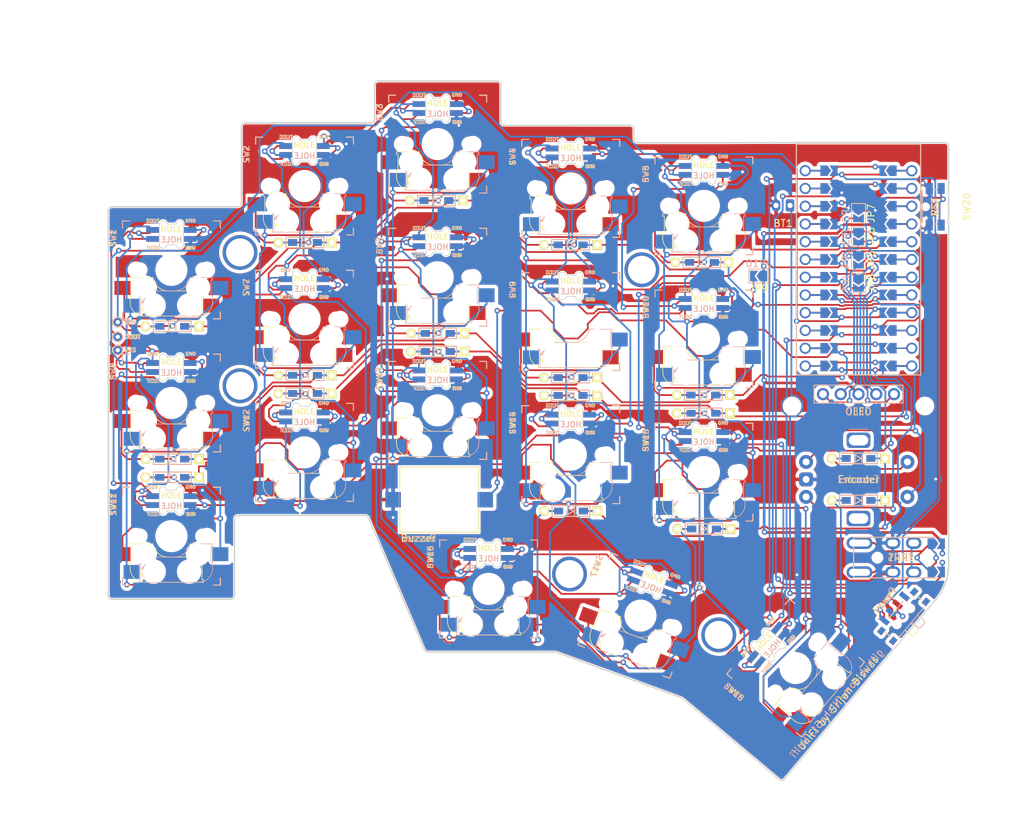
<source format=kicad_pcb>
(kicad_pcb (version 20221018) (generator pcbnew)
  (layers (0 "F.Cu" signal) (31 "B.Cu" signal) (34 "B.Paste" user) (35 "F.Paste" user) (36 "B.SilkS" user "B.Silkscreen") (37 "F.SilkS" user "F.Silkscreen") (38 "B.Mask" user) (39 "F.Mask" user) (44 "Edge.Cuts" user))
  (net 0 "")
  (net 1 "Net-(BT1-+)")
  (net 2 "GND")
  (net 3 "ROW1")
  (net 4 "ROW2")
  (net 5 "ROW3")
  (net 6 "ROW4")
  (net 7 "ECR")
  (net 8 "Net-(J1-Pin_1)")
  (net 9 "Net-(J1-Pin_2)")
  (net 10 "VCC")
  (net 11 "Net-(J1-Pin_4)")
  (net 12 "Net-(J1-Pin_5)")
  (net 13 "CS")
  (net 14 "SCL")
  (net 15 "SDA")
  (net 16 "Net-(SW1B-DIN)")
  (net 17 "COL1")
  (net 18 "Net-(SW2B-DOUT)")
  (net 19 "Net-(SW2B-DIN)")
  (net 20 "COL2")
  (net 21 "Net-(SW3B-DIN)")
  (net 22 "COL3")
  (net 23 "Net-(SW4B-DOUT)")
  (net 24 "Net-(SW4B-DIN)")
  (net 25 "COL4")
  (net 26 "Net-(SW10B-DOUT)")
  (net 27 "COL5")
  (net 28 "Net-(SW11B-DOUT)")
  (net 29 "Net-(SW12B-DIN)")
  (net 30 "Net-(SW13B-DOUT)")
  (net 31 "Net-(SW14B-DIN)")
  (net 32 "Net-(SW10B-DIN)")
  (net 33 "Net-(SW11B-DIN)")
  (net 34 "Net-(SW13B-DIN)")
  (net 35 "Net-(SW14B-DOUT)")
  (net 36 "Net-(SW15B-DIN)")
  (net 37 "Net-(SW16B-DIN)")
  (net 38 "LED")
  (net 39 "ECA")
  (net 40 "ECB")
  (net 41 "RESET")
  (net 43 "BAT+")
  (net 45 "TX")
  (net 46 "RX")
  (net 47 "AUDIO")
  (net 48 "Net-(D1-A)")
  (net 49 "Net-(D2-A)")
  (net 50 "Net-(D3-A)")
  (net 51 "Net-(D4-A)")
  (net 52 "Net-(D5-A)")
  (net 53 "Net-(D6-A)")
  (net 54 "Net-(D7-A)")
  (net 55 "Net-(D8-A)")
  (net 56 "Net-(D9-A)")
  (net 57 "Net-(D10-A)")
  (net 58 "Net-(D11-A)")
  (net 59 "Net-(D12-A)")
  (net 60 "Net-(D13-A)")
  (net 61 "Net-(D14-A)")
  (net 62 "Net-(D15-A)")
  (net 63 "Net-(D16-A)")
  (net 64 "Net-(D17-A)")
  (net 65 "Net-(D18-A)")
  (net 66 "Net-(SW1B-DOUT)")
  (net 67 "Net-(SW10B-VDD)")
  (footprint "reversible-kicad-footprints:TestPoint" (layer "F.Cu") (at 65 88)
    (fp_text reference "TP3" hide)
    (fp_text value "VSS" hide)
  )
  (footprint "Library:D3_TH_SMD" (layer "F.Cu") (at 129.8 94.485 180)
    (fp_text reference "D14" hide)
    (fp_text value "D" hide)
  )
  (footprint "Library:SK6812MINI_e_and_cherry" (layer "F.Cu") (at 148.8786 67.36)
    (fp_text reference "SW5" hide)
    (fp_text value "SW_PUSH-MX_W_LED" hide)
    (fp_line (start -1.7 -6.58) (end -1.7 -3.58) (stroke (width 0.1)) (layer "Edge.Cuts"))
    (fp_line (start 0.7 -6.58) (end -0.7 -6.58) (stroke (width 0.1)) (layer "Edge.Cuts"))
    (fp_line (start 0.7 -3.58) (end -0.7 -3.58) (stroke (width 0.1)) (layer "Edge.Cuts"))
    (fp_line (start 1.7 -3.58) (end 1.7 -6.58) (stroke (width 0.1)) (layer "Edge.Cuts"))
    (fp_arc (start -1.7 -6.58) (mid -1.2 -7.08) (end -0.7 -6.58) (stroke (width 0.1)) (layer "Edge.Cuts"))
    (fp_arc (start -0.7 -3.58) (mid -1.2 -3.08) (end -1.7 -3.58) (stroke (width 0.1)) (layer "Edge.Cuts"))
    (fp_arc (start 0.7 -6.58) (mid 1.2 -7.08) (end 1.7 -6.58) (stroke (width 0.1)) (layer "Edge.Cuts"))
    (fp_arc (start 1.7 -3.58) (mid 1.2 -3.08) (end 0.7 -3.58) (stroke (width 0.1)) (layer "Edge.Cuts"))
  )
  (footprint "Button_Switch_SMD:SW_SPDT_PCM12" (layer "F.Cu") (at 177.2114 125.8888 50)
    (fp_text reference "Power")
    (fp_text value "SW_SPDT")
  )
  (footprint "MountingHole:MountingHole_2.2mm_M2" (layer "F.Cu") (at 180.5 96)
    (fp_text reference "H7" hide)
    (fp_text value "MountingHole")
  )
  (footprint "Library:M2_Hole_TH_Outside" (layer "F.Cu") (at 140 76.5036)
    (fp_text reference "H3" hide)
    (fp_text value "MountingHole" hide)
  )
  (footprint "Library:ProMicro_unrouted_flipped" (layer "F.Cu") (at 171 76.3 -90)
    (fp_text reference "U1" hide)
    (fp_text value "ProMicro_NiceNano_EliteC" hide)
  )
  (footprint "Library:M2_Hole_TH_Outside" (layer "F.Cu") (at 82.5 74.025)
    (fp_text reference "H1" hide)
    (fp_text value "MountingHole" hide)
  )
  (footprint "Jumper:SolderJumper-2_P1.3mm_Open_TrianglePad1.0x1.5mm" (layer "F.Cu") (at 171 78.4 -90)
    (fp_text reference "JP8")
    (fp_text value "Device_Jumper_NO_Small" hide)
  )
  (footprint "Library:M2_Hole_TH_Outside" (layer "F.Cu") (at 82.5 93.1)
    (fp_text reference "H2" hide)
    (fp_text value "MountingHole" hide)
  )
  (footprint "Library:D3_TH_SMD" (layer "F.Cu") (at 148.8 94.435 180)
    (fp_text reference "D10" hide)
    (fp_text value "D" hide)
  )
  (footprint "reversible-kicad-footprints:TestPoint" (layer "F.Cu") (at 65 84)
    (fp_text reference "TP1" hide)
    (fp_text value "VDD" hide)
  )
  (footprint "Library:D3_TH_SMD" (layer "F.Cu") (at 72.8 103.6 180)
    (fp_text reference "D6" hide)
    (fp_text value "D" hide)
  )
  (footprint "reversible-kicad-footprints:TestPoint" (layer "F.Cu") (at 65 86.1)
    (fp_text reference "TP2" hide)
    (fp_text value "DOUT" hide)
  )
  (footprint "Library:SK6812MINI_e_and_cherry" (layer "F.Cu") (at 129.8286 102.96)
    (fp_text reference "SW14" hide)
    (fp_text value "SW_PUSH-MX_W_LED" hide)
    (fp_line (start -1.7 -6.58) (end -1.7 -3.58) (stroke (width 0.1)) (layer "Edge.Cuts"))
    (fp_line (start 0.7 -6.58) (end -0.7 -6.58) (stroke (width 0.1)) (layer "Edge.Cuts"))
    (fp_line (start 0.7 -3.58) (end -0.7 -3.58) (stroke (width 0.1)) (layer "Edge.Cuts"))
    (fp_line (start 1.7 -3.58) (end 1.7 -6.58) (stroke (width 0.1)) (layer "Edge.Cuts"))
    (fp_arc (start -1.7 -6.58) (mid -1.2 -7.08) (end -0.7 -6.58) (stroke (width 0.1)) (layer "Edge.Cuts"))
    (fp_arc (start -0.7 -3.58) (mid -1.2 -3.08) (end -1.7 -3.58) (stroke (width 0.1)) (layer "Edge.Cuts"))
    (fp_arc (start 0.7 -6.58) (mid 1.2 -7.08) (end 1.7 -6.58) (stroke (width 0.1)) (layer "Edge.Cuts"))
    (fp_arc (start 1.7 -3.58) (mid 1.2 -3.08) (end 0.7 -3.58) (stroke (width 0.1)) (layer "Edge.Cuts"))
  )
  (footprint "Library:M2_Hole_TH_Outside" (layer "F.Cu") (at 151 128.75)
    (fp_text reference "H5" hide)
    (fp_text value "MountingHole" hide)
  )
  (footprint "Library:D3_TH_SMD" (layer "F.Cu") (at 148.6 75.4386 180)
    (fp_text reference "D5" hide)
    (fp_text value "D" hide)
  )
  (footprint "Library:M2_Hole_TH_Outside" (layer "F.Cu") (at 129.65 120.05)
    (fp_text reference "H4" hide)
    (fp_text value "MountingHole" hide)
  )
  (footprint "Library:D3_TH_SMD" (layer "F.Cu") (at 129.8 91.935 180)
    (fp_text reference "D9" hide)
    (fp_text value "D" hide)
  )
  (footprint "Library:D3_TH_SMD" (layer "F.Cu") (at 91.8 72.6 180)
    (fp_text reference "D2" hide)
    (fp_text value "D" hide)
  )
  (footprint "Library:SK6812MINI_e_and_cherry" (layer "F.Cu") (at 162 133.5 50)
    (fp_text reference "SW18" hide)
    (fp_text value "SW_PUSH-MX_W_LED" hide)
    (fp_line (start -1.7 -6.58) (end -1.7 -3.58) (stroke (width 0.1)) (layer "Edge.Cuts"))
    (fp_line (start 0.7 -6.58) (end -0.7 -6.58) (stroke (width 0.1)) (layer "Edge.Cuts"))
    (fp_line (start 0.7 -3.58) (end -0.7 -3.58) (stroke (width 0.1)) (layer "Edge.Cuts"))
    (fp_line (start 1.7 -3.58) (end 1.7 -6.58) (stroke (width 0.1)) (layer "Edge.Cuts"))
    (fp_arc (start -1.7 -6.58) (mid -1.2 -7.08) (end -0.7 -6.58) (stroke (width 0.1)) (layer "Edge.Cuts"))
    (fp_arc (start -0.7 -3.58) (mid -1.2 -3.08) (end -1.7 -3.58) (stroke (width 0.1)) (layer "Edge.Cuts"))
    (fp_arc (start 0.7 -6.58) (mid 1.2 -7.08) (end 1.7 -6.58) (stroke (width 0.1)) (layer "Edge.Cuts"))
    (fp_arc (start 1.7 -3.58) (mid 1.2 -3.08) (end 0.7 -3.58) (stroke (width 0.1)) (layer "Edge.Cuts"))
  )
  (footprint "Connector_JST:JST_PH_S2B-PH-K_1x02_P2.00mm_Horizontal" (layer "F.Cu") (at 161.2 67.3 180)
    (fp_text reference "BT1")
    (fp_text value "Battery")
  )
  (footprint "Library:D3_TH_SMD" (layer "F.Cu") (at 171 109.5 180)
    (fp_text reference "D18" hide)
    (fp_text value "D" hide)
  )
  (footprint "Library:D3_TH_SMD" (layer "F.Cu") (at 148.9 113.585 180)
    (fp_text reference "D17" hide)
    (fp_text value "D" hide)
  )
  (footprint "Library:D3_TH_SMD" (layer "F.Cu") (at 129.8 72.9386 180)
    (fp_text reference "D4" hide)
    (fp_text value "D" hide)
  )
  (footprint "Library:D3_TH_SMD" (layer "F.Cu") (at 91.8 94.2 180)
    (fp_text reference "D12" hide)
    (fp_text value "D" hide)
  )
  (footprint "Library:D3_TH_SMD" (layer "F.Cu") (at 110.8 85.6 180)
    (fp_text reference "D8" hide)
    (fp_text value "D" hide)
  )
  (footprint "Library:D3_TH_SMD" (layer "F.Cu") (at 148.81 97.0386 180)
    (fp_text reference "D15" hide)
    (fp_text value "D" hide)
  )
  (footprint "Library:PJ-320A" (layer "F.Cu") (at 182.2 117.7 -90)
    (fp_text reference "J2")
    (fp_text value "MJ-4PP-9 TRRS" hide)
  )
  (footprint "Button_Switch_SMD:Panasonic_EVQPUL_EVQPUC" (layer "F.Cu") (at 181.975 67.5 -90)
    (fp_text reference "SW20")
    (fp_text value "Push_Button")
  )
  (footprint "Library:D3_TH_SMD" (layer "F.Cu") (at 91.8 91.6 180)
    (fp_text reference "D7" hide)
    (fp_text value "D" hide)
  )
  (footprint "Jumper:SolderJumper-2_P1.3mm_Open_TrianglePad1.0x1.5mm" (layer "F.Cu") (at 156.7 77.4 180)
    (fp_text reference "JP9")
    (fp_text value "Device_Jumper_NO_Small")
  )
  (footprint "Library:D3_TH_SMD" (layer "F.Cu") (at 72.8 84.6 180)
    (fp_text reference "D1" hide)
    (fp_text value "D" hide)
  )
  (footprint "Library:D3_TH_SMD" (layer "F.Cu") (at 129.85 111.035 180)
    (fp_text reference "D16" hide)
    (fp_text value "D" hide)
  )
  (footprint "Library:nice_view" (layer "F.Cu") (at 171 77.79)
    (fp_text reference "J1")
    (fp_text value "OLED")
  )
  (footprint "Library:SK6812MINI_e_and_cherry" (layer "F.Cu") (at 118.0646 122.1714)
    (fp_text reference "SW16" hide)
    (fp_text value "SW_PUSH-MX_W_LED" hide)
    (fp_line (start -1.7 -6.58) (end -1.7 -3.58) (stroke (width 0.1)) (layer "Edge.Cuts"))
    (fp_line (start 0.7 -6.58) (end -0.7 -6.58) (stroke (width 0.1)) (layer "Edge.Cuts"))
    (fp_line (start 0.7 -3.58) (end -0.7 -3.58) (stroke (width 0.1)) (layer "Edge.Cuts"))
    (fp_line (start 1.7 -3.58) (end 1.7 -6.58) (stroke (width 0.1)) (layer "Edge.Cuts"))
    (fp_arc (start -1.7 -6.58) (mid -1.2 -7.08) (end -0.7 -6.58) (stroke (width 0.1)) (layer "Edge.Cuts"))
    (fp_arc (start -0.7 -3.58) (mid -1.2 -3.08) (end -1.7 -3.58) (stroke (width 0.1)) (layer "Edge.Cuts"))
    (fp_arc (start 0.7 -6.58) (mid 1.2 -7.08) (end 1.7 -6.58) (stroke (width 0.1)) (layer "Edge.Cuts"))
    (fp_arc (start 1.7 -3.58) (mid 1.2 -3.08) (end 0.7 -3.58) (stroke (width 0.1)) (layer "Edge.Cuts"))
  )
  (footprint "Jumper:SolderJumper-2_P1.3mm_Open_TrianglePad1.0x1.5mm" (layer "F.Cu") (at 171 75.075 -90)
    (fp_text reference "JP5")
    (fp_text value "Device_Jumper_NO_Small" hide)
  )
  (footprint "Library:SK6812MINI_e_and_cherry" (layer "F.Cu") (at 72.6786 114.6214)
    (fp_text reference "SW11" hide)
    (fp_text value "SW_PUSH-MX_W_LED" hide)
    (fp_line (start -1.7 -6.58) (end -1.7 -3.58) (stroke (width 0.1)) (layer "Edge.Cuts"))
    (fp_line (start 0.7 -6.58) (end -0.7 -6.58) (stroke (width 0.1)) (layer "Edge.Cuts"))
    (fp_line (start 0.7 -3.58) (end -0.7 -3.58) (stroke (width 0.1)) (layer "Edge.Cuts"))
    (fp_line (start 1.7 -3.58) (end 1.7 -6.58) (stroke (width 0.1)) (layer "Edge.Cuts"))
    (fp_arc (start -1.7 -6.58) (mid -1.2 -7.08) (end -0.7 -6.58) (stroke (width 0.1)) (layer "Edge.Cuts"))
    (fp_arc (start -0.7 -3.58) (mid -1.2 -3.08) (end -1.7 -3.58) (stroke (width 0.1)) (layer "Edge.Cuts"))
    (fp_arc (start 0.7 -6.58) (mid 1.2 -7.08) (end 1.7 -6.58) (stroke (width 0.1)) (layer "Edge.Cuts"))
    (fp_arc (start 1.7 -3.58) (mid 1.2 -3.08) (end 0.7 -3.58) (stroke (width 0.1)) (layer "Edge.Cuts"))
  )
  (footprint "Library:SK6812MINI_e_and_cherry" (layer "F.Cu") (at 110.7786 77.5714)
    (fp_text reference "SW8" hide)
    (fp_text value "SW_PUSH-MX_W_LED" hide)
    (fp_line (start -1.7 -6.58) (end -1.7 -3.58) (stroke (width 0.1)) (layer "Edge.Cuts"))
    (fp_line (start 0.7 -6.58) (end -0.7 -6.58) (stroke (width 0.1)) (layer "Edge.Cuts"))
    (fp_line (start 0.7 -3.58) (end -0.7 -3.58) (stroke (width 0.1)) (layer "Edge.Cuts"))
    (fp_line (start 1.7 -3.58) (end 1.7 -6.58) (stroke (width 0.1)) (layer "Edge.Cuts"))
    (fp_arc (start -1.7 -6.58) (mid -1.2 -7.08) (end -0.7 -6.58) (stroke (width 0.1)) (layer "Edge.Cuts"))
    (fp_arc (start -0.7 -3.58) (mid -1.2 -3.08) (end -1.7 -3.58) (stroke (width 0.1)) (layer "Edge.Cuts"))
    (fp_arc (start 0.7 -6.58) (mid 1.2 -7.08) (end 1.7 -6.58) (stroke (width 0.1)) (layer "Edge.Cuts"))
    (fp_arc (start 1.7 -3.58) (mid 1.2 -3.08) (end 0.7 -3.58) (stroke (width 0.1)) (layer "Edge.Cuts"))
  )
  (footprint "Library:Buzzer_Mallory_AST1109MLTRQ" (layer "F.Cu") (at 111 109.4 180)
    (fp_text reference "BZ1" hide)
    (fp_text value "Buzzer")
    (fp_rect (start 5.75 -4.75) (end -5.75 4.75) (stroke (width 0.05)) (fill none) (layer "Edge.Cuts"))
  )
  (footprint "Library:D3_TH_SMD" (layer "F.Cu") (at 110.8 88.2 180)
    (fp_text reference "D13" hide)
    (fp_text value "D" hide)
  )
  (footprint "Library:D3_TH_SMD" (layer "F.Cu") (at 110.6 66.6 180)
    (fp_text reference "D3" hide)
    (fp_text value "D" hide)
  )
  (footprint "Library:SK6812MINI_e_and_cherry" (layer "F.Cu") (at 72.6786 76.5214)
    (fp_text reference "SW1" hide)
    (fp_text value "SW_PUSH-MX_W_LED" hide)
    (fp_line (start -1.7 -6.58) (end -1.7 -3.58) (stroke (width 0.1)) (layer "Edge.Cuts"))
    (fp_line (start 0.7 -6.58) (end -0.7 -6.58) (stroke (width 0.1)) (layer "Edge.Cuts"))
    (fp_line (start 0.7 -3.58) (end -0.7 -3.58) (stroke (width 0.1)) (layer "Edge.Cuts"))
    (fp_line (start 1.7 -3.58) (end 1.7 -6.58) (stroke (width 0.1)) (layer "Edge.Cuts"))
    (fp_arc (start -1.7 -6.58) (mid -1.2 -7.08) (end -0.7 -6.58) (stroke (width 0.1)) (layer "Edge.Cuts"))
    (fp_arc (start -0.7 -3.58) (mid -1.2 -3.08) (end -1.7 -3.58) (stroke (width 0.1)) (layer "Edge.Cuts"))
    (fp_arc (start 0.7 -6.58) (mid 1.2 -7.08) (end 1.7 -6.58) (stroke (width 0.1)) (layer "Edge.Cuts"))
    (fp_arc (start 1.7 -3.58) (mid 1.2 -3.08) (end 0.7 -3.58) (stroke (width 0.1)) (layer "Edge.Cuts"))
  )
  (footprint "MountingHole:MountingHole_2.2mm_M2" (layer "F.Cu") (at 161.5 96)
    (fp_text reference "H6" hide)
    (fp_text value "MountingHole")
  )
  (footprint "Library:D3_TH_SMD" (layer "F.Cu") (at 171 103.5 180)
    (fp_text reference "D19" hide)
    (fp_text value "D" hide)
  )
  (footprint "Library:SK6812MINI_e_and_cherry" (layer "F.Cu") (at 148.8786 86.41)
    (fp_text reference "SW10" hide)
    (fp_text value "SW_PUSH-MX_W_LED" hide)
    (fp_line (start -1.7 -6.58) (end -1.7 -3.58) (stroke (width 0.1)) (layer "Edge.Cuts"))
    (fp_line (start 0.7 -6.58) (end -0.7 -6.58) (stroke (width 0.1)) (layer "Edge.Cuts"))
    (fp_line (start 0.7 -3.58) (end -0.7 -3.58) (stroke (width 0.1)) (layer "Edge.Cuts"))
    (fp_line (start 1.7 -3.58) (end 1.7 -6.58) (stroke (width 0.1)) (layer "Edge.Cuts"))
    (fp_arc (start -1.7 -6.58) (mid -1.2 -7.08) (end -0.7 -6.58) (stroke (width 0.1)) (layer "Edge.Cuts"))
    (fp_arc (start -0.7 -3.58) (mid -1.2 -3.08) (end -1.7 -3.58) (stroke (width 0.1)) (layer "Edge.Cuts"))
    (fp_arc (start 0.7 -6.58) (mid 1.2 -7.08) (end 1.7 -6.58) (stroke (width 0.1)) (layer "Edge.Cuts"))
    (fp_arc (start 1.7 -3.58) (mid 1.2 -3.08) (end 0.7 -3.58) (stroke (width 0.1)) (layer "Edge.Cuts"))
  )
  (footprint "Library:SK6812MINI_e_and_cherry" (layer "F.Cu") (at 72.6786 95.5714)
    (fp_text reference "SW6" hide)
    (fp_text value "SW_PUSH-MX_W_LED" hide)
    (fp_line (start -1.7 -6.58) (end -1.7 -3.58) (stroke (width 0.1)) (layer "Edge.Cuts"))
    (fp_line (start 0.7 -6.58) (end -0.7 -6.58) (stroke (width 0.1)) (layer "Edge.Cuts"))
    (fp_line (start 0.7 -3.58) (end -0.7 -3.58) (stroke (width 0.1)) (layer "Edge.Cuts"))
    (fp_line (start 1.7 -3.58) (end 1.7 -6.58) (stroke (width 0.1)) (layer "Edge.Cuts"))
    (fp_arc (start -1.7 -6.58) (mid -1.2 -7.08) (end -0.7 -6.58) (stroke (width 0.1)) (layer "Edge.Cuts"))
    (fp_arc (start -0.7 -3.58) (mid -1.2 -3.08) (end -1.7 -3.58) (stroke (width 0.1)) (layer "Edge.Cuts"))
    (fp_arc (start 0.7 -6.58) (mid 1.2 -7.08) (end 1.7 -6.58) (stroke (width 0.1)) (layer "Edge.Cuts"))
    (fp_arc (start 1.7 -3.58) (mid 1.2 -3.08) (end 0.7 -3.58) (stroke (width 0.1)) (layer "Edge.Cuts"))
  )
  (footprint "Library:SK6812MINI_e_and_cherry" (layer "F.Cu") (at 91.7286 102.6314)
    (fp_text reference "SW12" hide)
    (fp_text value "SW_PUSH-MX_W_LED" hide)
    (fp_line (start -1.7 -6.58) (end -1.7 -3.58) (stroke (width 0.1)) (layer "Edge.Cuts"))
    (fp_line (start 0.7 -6.58) (end -0.7 -6.58) (stroke (width 0.1)) (layer "Edge.Cuts"))
    (fp_line (start 0.7 -3.58) (end -0.7 -3.58) (stroke (width 0.1)) (layer "Edge.Cuts"))
    (fp_line (start 1.7 -3.58) (end 1.7 -6.58) (stroke (width 0.1)) (layer "Edge.Cuts"))
    (fp_arc (start -1.7 -6.58) (mid -1.2 -7.08) (end -0.7 -6.58) (stroke (width 0.1)) (layer "Edge.Cuts"))
    (fp_arc (start -0.7 -3.58) (mid -1.2 -3.08) (end -1.7 -3.58) (stroke (width 0.1)) (layer "Edge.Cuts"))
    (fp_arc (start 0.7 -6.58) (mid 1.2 -7.08) (end 1.7 -6.58) (stroke (width 0.1)) (layer "Edge.Cuts"))
    (fp_arc (start 1.7 -3.58) (mid 1.2 -3.08) (end 0.7 -3.58) (stroke (width 0.1)) (layer "Edge.Cuts"))
  )
  (footprint "Jumper:SolderJumper-2_P1.3mm_Open_TrianglePad1.0x1.5mm" (layer "F.Cu") (at 171 68.425 -90)
    (fp_text reference "JP7")
    (fp_text value "Device_Jumper_NO_Small" hide)
  )
  (footprint "Library:D3_TH_SMD" (layer "F.Cu") (at 72.8 106.2 180)
    (fp_text reference "D11" hide)
    (fp_text value "D" hide)
  )
  (footprint "Library:SK6812MINI_e_and_cherry" (layer "F.Cu") (at 110.7786 96.6214)
    (fp_text reference "SW13" hide)
    (fp_text value "SW_PUSH-MX_W_LED" hide)
    (fp_line (start -1.7 -6.58) (end -1.7 -3.58) (stroke (width 0.1)) (layer "Edge.Cuts"))
    (fp_line (start 0.7 -6.58) (end -0.7 -6.58) (stroke (width 0.1)) (layer "Edge.Cuts"))
    (fp_line (start 0.7 -3.58) (end -0.7 -3.58) (stroke (width 0.1)) (layer "Edge.Cuts"))
    (fp_line (start 1.7 -3.58) (end 1.7 -6.58) (stroke (width 0.1)) (layer "Edge.Cuts"))
    (fp_arc (start -1.7 -6.58) (mid -1.2 -7.08) (end -0.7 -6.58) (stroke (width 0.1)) (layer "Edge.Cuts"))
    (fp_arc (start -0.7 -3.58) (mid -1.2 -3.08) (end -1.7 -3.58) (stroke (width 0.1)) (layer "Edge.Cuts"))
    (fp_arc (start 0.7 -6.58) (mid 1.2 -7.08) (end 1.7 -6.58) (stroke (width 0.1)) (layer "Edge.Cuts"))
    (fp_arc (start 1.7 -3.58) (mid 1.2 -3.08) (end 0.7 -3.58) (stroke (width 0.1)) (layer "Edge.Cuts"))
  )
  (footprint "Library:SK6812MINI_e_and_cherry" (layer "F.Cu") (at 91.7286 64.5214)
    (fp_text reference "SW2" hide)
    (fp_text value "SW_PUSH-MX_W_LED" hide)
    (fp_line (start -1.7 -6.58) (end -1.7 -3.58) (stroke (width 0.1)) (layer "Edge.Cuts"))
    (fp_line (start 0.7 -6.58) (end -0.7 -6.58) (stroke (width 0.1)) (layer "Edge.Cuts"))
    (fp_line (start 0.7 -3.58) (end -0.7 -3.58) (stroke (width 0.1)) (layer "Edge.Cuts"))
    (fp_line (start 1.7 -3.58) (end 1.7 -6.58) (stroke (width 0.1)) (layer "Edge.Cuts"))
    (fp_arc (start -1.7 -6.58) (mid -1.2 -7.08) (end -0.7 -6.58) (stroke (width 0.1)) (layer "Edge.Cuts"))
    (fp_arc (start -0.7 -3.58) (mid -1.2 -3.08) (end -1.7 -3.58) (stroke (width 0.1)) (layer "Edge.Cuts"))
    (fp_arc (start 0.7 -6.58) (mid 1.2 -7.08) (end 1.7 -6.58) (stroke (width 0.1)) (layer "Edge.Cuts"))
    (fp_arc (start 1.7 -3.58) (mid 1.2 -3.08) (end 0.7 -3.58) (stroke (width 0.1)) (layer "Edge.Cuts"))
  )
  (footprint "Library:SK6812MINI_e_and_cherry" (layer "F.Cu") (at 148.8786 105.46)
    (fp_text reference "SW15" hide)
    (fp_text value "SW_PUSH-MX_W_LED" hide)
    (fp_line (start -1.7 -6.58) (end -1.7 -3.58) (stroke (width 0.1)) (layer "Edge.Cuts"))
    (fp_line (start 0.7 -6.58) (end -0.7 -6.58) (stroke (width 0.1)) (layer "Edge.Cuts"))
    (fp_line (start 0.7 -3.58) (end -0.7 -3.58) (stroke (width 0.1)) (layer "Edge.Cuts"))
    (fp_line (start 1.7 -3.58) (end 1.7 -6.58) (stroke (width 0.1)) (layer "Edge.Cuts"))
    (fp_arc (start -1.7 -6.58) (mid -1.2 -7.08) (end -0.7 -6.58) (stroke (width 0.1)) (layer "Edge.Cuts"))
    (fp_arc (start -0.7 -3.58) (mid -1.2 -3.08) (end -1.7 -3.58) (stroke (width 0.1)) (layer "Edge.Cuts"))
    (fp_arc (start 0.7 -6.58) (mid 1.2 -7.08) (end 1.7 -6.58) (stroke (width 0.1)) (layer "Edge.Cuts"))
    (fp_arc (start 1.7 -3.58) (mid 1.2 -3.08) (end 0.7 -3.58) (stroke (width 0.1)) (layer "Edge.Cuts"))
  )
  (footprint "Library:SK6812MINI_e_and_cherry" (layer "F.Cu") (at 129.8286 83.91)
    (fp_text reference "SW9" hide)
    (fp_text value "SW_PUSH-MX_W_LED" hide)
    (fp_line (start -1.7 -6.58) (end -1.7 -3.58) (stroke (width 0.1)) (layer "Edge.Cuts"))
    (fp_line (start 0.7 -6.58) (end -0.7 -6.58) (stroke (width 0.1)) (layer "Edge.Cuts"))
    (fp_line (start 0.7 -3.58) (end -0.7 -3.58) (stroke (width 0.1)) (layer "Edge.Cuts"))
    (fp_line (start 1.7 -3.58) (end 1.7 -6.58) (stroke (width 0.1)) (layer "Edge.Cuts"))
    (fp_arc (start -1.7 -6.58) (mid -1.2 -7.08) (end -0.7 -6.58) (stroke (width 0.1)) (layer "Edge.Cuts"))
    (fp_arc (start -0.7 -3.58) (mid -1.2 -3.08) (end -1.7 -3.58) (stroke (width 0.1)) (layer "Edge.Cuts"))
    (fp_arc (start 0.7 -6.58) (mid 1.2 -7.08) (end 1.7 -6.58) (stroke (width 0.1)) (layer "Edge.Cuts"))
    (fp_arc (start 1.7 -3.58) (mid 1.2 -3.08) (end 0.7 -3.58) (stroke (width 0.1)) (layer "Edge.Cuts"))
  )
  (footprint "Library:SK6812MINI_e_and_cherry" (layer "F.Cu") (at 129.8286 64.86)
    (fp_text reference "SW4" hide)
    (fp_text value "SW_PUSH-MX_W_LED" hide)
    (fp_line (start -1.7 -6.58) (end -1.7 -3.58) (stroke (width 0.1)) (layer "Edge.Cuts"))
    (fp_line (start 0.7 -6.58) (end -0.7 -6.58) (stroke (width 0.1)) (layer "Edge.Cuts"))
    (fp_line (start 0.7 -3.58) (end -0.7 -3.58) (stroke (width 0.1)) (layer "Edge.Cuts"))
    (fp_line (start 1.7 -3.58) (end 1.7 -6.58) (stroke (width 0.1)) (layer "Edge.Cuts"))
    (fp_arc (start -1.7 -6.58) (mid -1.2 -7.08) (end -0.7 -6.58) (stroke (width 0.1)) (layer "Edge.Cuts"))
    (fp_arc (start -0.7 -3.58) (mid -1.2 -3.08) (end -1.7 -3.58) (stroke (width 0.1)) (layer "Edge.Cuts"))
    (fp_arc (start 0.7 -6.58) (mid 1.2 -7.08) (end 1.7 -6.58) (stroke (width 0.1)) (layer "Edge.Cuts"))
    (fp_arc (start 1.7 -3.58) (mid 1.2 -3.08) (end 0.7 -3.58) (stroke (width 0.1)) (layer "Edge.Cuts"))
  )
  (footprint "Jumper:SolderJumper-2_P1.3mm_Open_TrianglePad1.0x1.5mm" (layer "F.Cu") (at 171 71.75 -90)
    (fp_text reference "JP6")
    (fp_text value "Device_Jumper_NO_Small" hide)
  )
  (footprint "Library:SK6812MINI_e_and_cherry" (layer "F.Cu") (at 139.8 126 -20)
    (fp_text reference "SW17" hide)
    (fp_text value "SW_PUSH-MX_W_LED" hide)
    (fp_line (start -1.7 -6.58) (end -1.7 -3.58) (stroke (width 0.1)) (layer "Edge.Cuts"))
    (fp_line (start 0.7 -6.58) (end -0.7 -6.58) (stroke (width 0.1)) (layer "Edge.Cuts"))
    (fp_line (start 0.7 -3.58) (end -0.7 -3.58) (stroke (width 0.1)) (layer "Edge.Cuts"))
    (fp_line (start 1.7 -3.58) (end 1.7 -6.58) (stroke (width 0.1)) (layer "Edge.Cuts"))
    (fp_arc (start -1.7 -6.58) (mid -1.2 -7.08) (end -0.7 -6.58) (stroke (width 0.1)) (layer "Edge.Cuts"))
    (fp_arc (start -0.7 -3.58) (mid -1.2 -3.08) (end -1.7 -3.58) (stroke (width 0.1)) (layer "Edge.Cuts"))
    (fp_arc (start 0.7 -6.58) (mid 1.2 -7.08) (end 1.7 -6.58) (stroke (width 0.1)) (layer "Edge.Cuts"))
    (fp_arc (start 1.7 -3.58) (mid 1.2 -3.08) (end 0.7 -3.58) (stroke (width 0.1)) (layer "Edge.Cuts"))
  )
  (footprint "Library:SK6812MINI_e_and_cherry" (layer "F.Cu") (at 110.7786 58.5214)
    (fp_text reference "SW3" hide)
    (fp_text value "SW_PUSH-MX_W_LED" hide)
    (fp_line (start -1.7 -6.58) (end -1.7 -3.58) (stroke (width 0.1)) (layer "Edge.Cuts"))
    (fp_line (start 0.7 -6.58) (end -0.7 -6.58) (stroke (width 0.1)) (layer "Edge.Cuts"))
    (fp_line (start 0.7 -3.58) (end -0.7 -3.58) (stroke (width 0.1)) (layer "Edge.Cuts"))
    (fp_line (start 1.7 -3.58) (end 1.7 -6.58) (stroke (width 0.1)) (layer "Edge.Cuts"))
    (fp_arc (start -1.7 -6.58) (mid -1.2 -7.08) (end -0.7 -6.58) (stroke (width 0.1)) (layer "Edge.Cuts"))
    (fp_arc (start -0.7 -3.58) (mid -1.2 -3.08) (end -1.7 -3.58) (stroke (width 0.1)) (layer "Edge.Cuts"))
    (fp_arc (start 0.7 -6.58) (mid 1.2 -7.08) (end 1.7 -6.58) (stroke (width 0.1)) (layer "Edge.Cuts"))
    (fp_arc (start 1.7 -3.58) (mid 1.2 -3.08) (end 0.7 -3.58) (stroke (width 0.1)) (layer "Edge.Cuts"))
  )
  (footprint "Library:SK6812MINI_e_and_cherry" (layer "F.Cu") (at 91.7286 83.5714)
    (fp_text reference "SW7" hide)
    (fp_text value "SW_PUSH-MX_W_LED" hide)
    (fp_line (start -1.7 -6.58) (end -1.7 -3.58) (stroke (width 0.1)) (layer "Edge.Cuts"))
    (fp_line (start 0.7 -6.58) (end -0.7 -6.58) (stroke (width 0.1)) (layer "Edge.Cuts"))
    (fp_line (start 0.7 -3.58) (end -0.7 -3.58) (stroke (width 0.1)) (layer "Edge.Cuts"))
    (fp_line (start 1.7 -3.58) (end 1.7 -6.58) (stroke (width 0.1)) (layer "Edge.Cuts"))
    (fp_arc (start -1.7 -6.58) (mid -1.2 -7.08) (end -0.7 -6.58) (stroke (width 0.1)) (layer "Edge.Cuts"))
    (fp_arc (start -0.7 -3.58) (mid -1.2 -3.08) (end -1.7 -3.58) (stroke (width 0.1)) (layer "Edge.Cuts"))
    (fp_arc (start 0.7 -6.58) (mid 1.2 -7.08) (end 1.7 -6.58) (stroke (width 0.1)) (layer "Edge.Cuts"))
    (fp_arc (start 1.7 -3.58) (mid 1.2 -3.08) (end 0.7 -3.58) (stroke (width 0.1)) (layer "Edge.Cuts"))
  )
  (footprint "PCM_marbastlib-various:ROT_Alps_EC11E-Switch" (layer "F.Cu") (at 171 106.5 -90)
    (fp_text reference "SW19" hide)
    (fp_text value "RotaryEncoder_Switch")
  )
  (footprint "Button_Switch_SMD:SW_SPDT_PCM12" (layer "B.Cu") (at 177.2212 125.8847 -130)
    (fp_text reference "Ppwer")
    (fp_text value "SW_SPDT")
  )
  (footprint "Jumper:SolderJumper-2_P1.3mm_Open_TrianglePad1.0x1.5mm" (layer "B.Cu") (at 171 78.4 -90)
    (fp_text reference "JP1")
    (fp_text value "Device_Jumper_NO_Small")
  )
  (footprint "Jumper:SolderJumper-2_P1.3mm_Open_TrianglePad1.0x1.5mm" (layer "B.Cu") (at 171 71.75 -90)
    (fp_text reference "JP3")
    (fp_text value "Device_Jumper_NO_Small" hide)
  )
  (footprint "Button_Switch_SMD:Panasonic_EVQPUL_EVQPUC" (layer "B.Cu") (at 181.975 67.5 90)
    (fp_text reference "SW21" hide)
    (fp_text value "Push_Button")
  )
  (footprint "Jumper:SolderJumper-2_P1.3mm_Open_TrianglePad1.0x1.5mm" (layer "B.Cu") (at 156.7 77.4 180)
    (fp_text reference "JP10")
    (fp_text value "Device_Jumper_NO_Small")
  )
  (footprint "Jumper:SolderJumper-2_P1.3mm_Open_TrianglePad1.0x1.5mm" (layer "B.Cu") (at 171 68.425 -90)
    (fp_text reference "JP2")
    (fp_text value "Device_Jumper_NO_Small" hide)
  )
  (footprint "Jumper:SolderJumper-2_P1.3mm_Open_TrianglePad1.0x1.5mm" (layer "B.Cu") (at 171 75.075 -90)
    (fp_text reference "JP4")
    (fp_text value "Device_Jumper_NO_Small" hide)
  )
  (gr_arc (start 138.353553 55.835046) (mid 138.707137 55.981476) (end 138.853553 56.335046) (stroke (width 0.2)) (layer "Edge.Cuts"))
  (gr_line (start 119.803553 55.335046) (end 119.803553 49.996447) (stroke (width 0.2)) (layer "Edge.Cuts"))
  (gr_arc (start 145.439608 137.644995) (mid 145.679067 137.750355) (end 145.902721 137.886077) (stroke (width 0.2)) (layer "Edge.Cuts"))
  (gr_line (start 127.391965 131.196447) (end 118.064444 131.196447) (stroke (width 0.2)) (layer "Edge.Cuts"))
  (gr_arc (start 119.303553 49.496447) (mid 119.65712 49.64288) (end 119.803553 49.996447) (stroke (width 0.2)) (layer "Edge.Cuts"))
  (gr_line (start 83.203553 55.496447) (end 91.728553 55.496447) (stroke (width 0.2)) (layer "Edge.Cuts"))
  (gr_arc (start 120.303552 55.835045) (mid 119.95003 55.688582) (end 119.803553 55.335046) (stroke (width 0.2)) (layer "Edge.Cuts"))
  (gr_arc (start 183.395 58.3) (mid 183.748553 58.446447) (end 183.894946 58.8) (stroke (width 0.2)) (layer "Edge.Cuts"))
  (gr_arc (start 101.753554 54.996447) (mid 101.607088 55.349954) (end 101.253554 55.496447) (stroke (width 0.2)) (layer "Edge.Cuts"))
  (gr_line (start 108.910225 130.891561) (end 100.882773 111.951332) (stroke (width 0.2)) (layer "Edge.Cuts"))
  (gr_line (start 91.728553 111.646446) (end 82.203553 111.646446) (stroke (width 0.2)) (layer "Edge.Cuts"))
  (gr_line (start 183.9 105.9) (end 183.9 118.4) (stroke (width 0.2)) (layer "Edge.Cuts"))
  (gr_line (start 129.828553 55.835046) (end 138.353553 55.835046) (stroke (width 0.2)) (layer "Edge.Cuts"))
  (gr_line (start 181.674447 124.137024) (end 181.989419 123.782099) (stroke (width 0.2)) (layer "Edge.Cuts"))
  (gr_line (start 110.778553 49.496447) (end 119.303553 49.496447) (stroke (width 0.2)) (layer "Edge.Cuts"))
  (gr_line (start 139.353553 58.335046) (end 148.878553 58.335046) (stroke (width 0.2)) (layer "Edge.Cuts"))
  (gr_arc (start 82.703553 55.996447) (mid 82.84998 55.642847) (end 83.203553 55.496447) (stroke (width 0.2)) (layer "Edge.Cuts"))
  (gr_arc (start 109.370584 131.196447) (mid 109.0945 131.113312) (end 108.910225 130.891561) (stroke (width 0.2)) (layer "Edge.Cuts"))
  (gr_arc (start 127.391965 131.196447) (mid 127.653018 131.213553) (end 127.909603 131.264595) (stroke (width 0.2)) (layer "Edge.Cuts"))
  (gr_line (start 102.253553 49.496447) (end 110.778553 49.496447) (stroke (width 0.2)) (layer "Edge.Cuts"))
  (gr_line (start 82.703553 66.996447) (end 82.703553 55.996447) (stroke (width 0.2)) (layer "Edge.Cuts"))
  (gr_line (start 183.9 105.9) (end 183.895 104.4) (stroke (width 0.2)) (layer "Edge.Cuts"))
  (gr_line (start 72.678553 123.646447) (end 64.153553 123.646447) (stroke (width 0.2)) (layer "Edge.Cuts"))
  (gr_line (start 157.9 58.3) (end 158.89505 58.3) (stroke (width 0.2)) (layer "Edge.Cuts"))
  (gr_arc (start 82.703552 66.996448) (mid 82.557107 67.350003) (end 82.203553 67.496447) (stroke (width 0.2)) (layer "Edge.Cuts"))
  (gr_arc (start 81.703554 123.146447) (mid 81.557088 123.499954) (end 81.203554 123.646447) (stroke (width 0.2)) (layer "Edge.Cuts"))
  (gr_line (start 63.653553 123.146447) (end 63.653553 67.996448) (stroke (width 0.2)) (layer "Edge.Cuts"))
  (gr_arc (start 183.9 118.4) (mid 183.450363 121.27055) (end 181.989419 123.782099) (stroke (width 0.2)) (layer "Edge.Cuts"))
  (gr_line (start 64.153553 67.496447) (end 72.678553 67.496447) (stroke (width 0.2)) (layer "Edge.Cuts"))
  (gr_line (start 120.303553 55.835046) (end 129.828553 55.835046) (stroke (width 0.2)) (layer "Edge.Cuts"))
  (gr_line (start 91.728553 55.496447) (end 101.253554 55.496447) (stroke (width 0.2)) (layer "Edge.Cuts"))
  (gr_line (start 159.685028 149.454925) (end 159.5 149.3) (stroke (width 0.2)) (layer "Edge.Cuts"))
  (gr_line (start 158.89505 58.3) (end 183.395 58.3) (stroke (width 0.2)) (layer "Edge.Cuts"))
  (gr_arc (start 81.703554 112.146447) (mid 81.849981 111.792847) (end 82.203553 111.646446) (stroke (width 0.2)) (layer "Edge.Cuts"))
  (gr_arc (start 139.353553 58.335046) (mid 139.00003 58.188583) (end 138.853553 57.835046) (stroke (width 0.2)) (layer "Edge.Cuts"))
  (gr_line (start 157.9 58.3) (end 148.878553 58.335046) (stroke (width 0.2)) (layer "Edge.Cuts"))
  (gr_arc (start 100.422413 111.646447) (mid 100.698482 111.729588) (end 100.882773 111.951332) (stroke (width 0.2)) (layer "Edge.Cuts"))
  (gr_line (start 181.674447 124.137024) (end 160.389445 149.393296) (stroke (width 0.2)) (layer "Edge.Cuts"))
  (gr_line (start 81.703554 112.146446) (end 81.703554 123.146447) (stroke (width 0.2)) (layer "Edge.Cuts"))
  (gr_line (start 101.753553 54.996447) (end 101.753553 49.996447) (stroke (width 0.2)) (layer "Edge.Cuts"))
  (gr_line (start 118.064444 131.196447) (end 109.370584 131.196447) (stroke (width 0.2)) (layer "Edge.Cuts"))
  (gr_line (start 81.203554 123.646447) (end 72.678553 123.646447) (stroke (width 0.2)) (layer "Edge.Cuts"))
  (gr_arc (start 160.389445 149.393296) (mid 160.05 149.57) (end 159.685028 149.454925) (stroke (width 0.2)) (layer "Edge.Cuts"))
  (gr_line (start 72.678553 67.496447) (end 82.203553 67.496447) (stroke (width 0.2)) (layer "Edge.Cuts"))
  (gr_arc (start 63.653553 67.996447) (mid 63.8 67.642894) (end 64.153553 67.496447) (stroke (width 0.2)) (layer "Edge.Cuts"))
  (gr_line (start 145.439608 137.644995) (end 127.909603 131.264595) (stroke (width 0.2)) (layer "Edge.Cuts"))
  (gr_line (start 159.5 149.3) (end 145.902721 137.886077) (stroke (width 0.2)) (layer "Edge.Cuts"))
  (gr_arc (start 64.153553 123.646447) (mid 63.8 123.5) (end 63.653553 123.146447) (stroke (width 0.2)) (layer "Edge.Cuts"))
  (gr_line (start 138.853553 56.335046) (end 138.853553 57.835046) (stroke (width 0.2)) (layer "Edge.Cuts"))
  (gr_line (start 183.894946 58.8) (end 183.895 104.4) (stroke (width 0.2)) (layer "Edge.Cuts"))
  (gr_line (start 100.422414 111.646446) (end 91.728553 111.646446) (stroke (width 0.2)) (layer "Edge.Cuts"))
  (gr_arc (start 101.753553 49.996447) (mid 101.89998 49.642847) (end 102.253553 49.496447) (stroke (width 0.2)) (layer "Edge.Cuts"))
  (gr_text "OLED" (at 171 96.8) (layer "B.SilkS") (effects (font (size 1 1)) (justify mirror)))
  (gr_text "Buzzer" (at 108.1 114.9) (layer "B.SilkS") (effects (font (size 1 1)) (justify mirror)))
  (gr_text "github.com/Nisha51/Unifi" (at 174.75 131.25 50) (layer "B.SilkS") (effects (font (size 1 1)) (justify left bottom mirror)))
  (gr_text "UniFi by Srijan Biswas" (at 163 145.5 50) (layer "F.SilkS") (effects (font (size 1 1)) (justify left bottom)))
  (segment (start 175.95 80.11) (end 178.62 80.11) (width 0.254) (layer "F.Cu") (net 0))
  (segment (start 175.95 77.57) (end 178.62 77.57) (width 0.254) (layer "F.Cu") (net 0))
  (segment (start 180.123 116.777) (end 174.431 116.777) (width 0.254) (layer "F.Cu") (net 0))
  (segment (start 175.95 82.65) (end 178.62 82.65) (width 0.254) (layer "F.Cu") (net 0))
  (segment (start 175.95 87.73) (end 178.62 87.73) (width 0.2) (layer "F.Cu") (net 0))
  (segment (start 175.95 69.95) (end 178.62 69.95) (width 0.254) (layer "F.Cu") (net 0))
  (segment (start 175.95 75.03) (end 178.62 75.03) (width 0.254) (layer "F.Cu") (net 0))
  (segment (start 181.4 119.1) (end 182.1 118.4) (width 0.254) (layer "F.Cu") (net 0))
  (segment (start 166.05 80.11) (end 163.38 80.11) (width 0.254) (layer "F.Cu") (net 0))
  (segment (start 175.95 62.33) (end 178.62 62.33) (width 0.254) (layer "F.Cu") (net 0))
  (segment (start 174.431 118.623) (end 173.254 119.8) (width 0.254) (layer "F.Cu") (net 0))
  (segment (start 166.05 75.03) (end 163.38 75.03) (width 0.254) (layer "F.Cu") (net 0))
  (segment (start 180.35 116.55) (end 179.4 117.5) (width 0.254) (layer "F.Cu") (net 0))
  (segment (start 166.05 69.95) (end 163.38 69.95) (width 0.254) (layer "F.Cu") (net 0))
  (segment (start 166.05 90.27) (end 163.38 90.27) (width 0.2) (layer "F.Cu") (net 0))
  (segment (start 166.05 72.49) (end 163.38 72.49) (width 0.254) (layer "F.Cu") (net 0))
  (segment (start 181.4 119.75) (end 181.25 119.75) (width 0.254) (layer "F.Cu") (net 0))
  (segment (start 181.4 115.7) (end 181.2 115.7) (width 0.254) (layer "F.Cu") (net 0))
  (segment (start 175.95 64.87) (end 178.62 64.87) (width 0.254) (layer "F.Cu") (net 0))
  (segment (start 181.4 119.75) (end 181.4 119.1) (width 0.254) (layer "F.Cu") (net 0))
  (segment (start 180.123 118.623) (end 174.431 118.623) (width 0.254) (layer "F.Cu") (net 0))
  (segment (start 175.95 85.19) (end 178.62 85.19) (width 0.254) (layer "F.Cu") (net 0))
  (segment (start 181.2 115.7) (end 180.35 116.55) (width 0.254) (layer "F.Cu") (net 0))
  (segment (start 179.4 117.5) (end 179.4 117.7) (width 0.254) (layer "F.Cu") (net 0))
  (segment (start 166.05 67.41) (end 163.38 67.41) (width 0.254) (layer "F.Cu") (net 0))
  (segment (start 166.05 77.57) (end 163.38 77.57) (width 0.254) (layer "F.Cu") (net 0))
  (segment (start 166.05 64.87) (end 163.38 64.87) (width 0.254) (layer "F.Cu") (net 0))
  (segment (start 166.05 85.19) (end 163.38 85.19) (width 0.254) (layer "F.Cu") (net 0))
  (segment (start 175.95 90.27) (end 178.62 90.27) (width 0.254) (layer "F.Cu") (net 0))
  (segment (start 173.254 119.8) (end 171.15 119.8) (width 0.254) (layer "F.Cu") (net 0))
  (segment (start 174.431 116.777) (end 173.254 115.6) (width 0.254) (layer "F.Cu") (net 0))
  (segment (start 166.05 87.73) (end 163.38 87.73) (width 0.254) (layer "F.Cu") (net 0))
  (segment (start 182.1 118.4) (end 182.1 117.75) (width 0.254) (layer "F.Cu") (net 0))
  (segment (start 166.05 82.65) (end 163.38 82.65) (width 0.254) (layer "F.Cu") (net 0))
  (segment (start 175.95 72.49) (end 178.62 72.49) (width 0.254) (layer "F.Cu") (net 0))
  (segment (start 175.95 67.41) (end 178.62 67.41) (width 0.254) (layer "F.Cu") (net 0))
  (segment (start 166.05 62.33) (end 163.38 62.33) (width 0.254) (layer "F.Cu") (net 0))
  (segment (start 180.35 116.55) (end 180.123 116.777) (width 0.254) (layer "F.Cu") (net 0))
  (segment (start 173.254 115.6) (end 171.15 115.6) (width 0.254) (layer "F.Cu") (net 0))
  (segment (start 181.25 119.75) (end 180.123 118.623) (width 0.254) (layer "F.Cu") (net 0))
  (via (at 179.4 117.7) (size 0.8) (drill 0.4) (layers "F.Cu" "B.Cu") (net 0))
  (via (at 182.1 117.75) (size 0.8) (drill 0.4) (layers "F.Cu" "B.Cu") (net 0))
  (segment (start 166.05 85.19) (end 163.38 85.19) (width 0.254) (layer "B.Cu") (net 0))
  (segment (start 166.05 77.57) (end 163.38 77.57) (width 0.254) (layer "B.Cu") (net 0))
  (segment (start 181.25 119.75) (end 179.4 117.9) (width 0.254) (layer "B.Cu") (net 0))
  (segment (start 175.95 85.19) (end 178.62 85.19) (width 0.254) (layer "B.Cu") (net 0))
  (segment (start 166.05 69.95) (end 163.38 69.95) (width 0.254) (layer "B.Cu") (net 0))
  (segment (start 166.05 90.27) (end 163.38 90.27) (width 0.2) (layer "B.Cu") (net 0))
  (segment (start 179.4 117.9) (end 179.4 117.7) (width 0.254) (layer "B.Cu") (net 0))
  (segment (start 181.4 116.45) (end 182.1 117.15) (width 0.254) (layer "B.Cu") (net 0))
  (segment (start 175.95 69.95) (end 178.62 69.95) (width 0.254) (layer "B.Cu") (net 0))
  (segment (start 166.05 75.03) (end 163.38 75.03) (width 0.254) (layer "B.Cu") (net 0))
  (segment (start 166.05 64.87) (end 163.38 64.87) (width 0.254) (layer "B.Cu") (net 0))
  (segment (start 166.05 62.33) (end 163.38 62.33) (width 0.254) (layer "B.Cu") (net 0))
  (segment (start 175.95 75.03) (end 178.62 75.03) (width 0.254) (layer "B.Cu") (net 0))
  (segment (start 166.05 72.49) (end 163.38 72.49) (width 0.254) (layer "B.Cu") (net 0))
  (segment (start 175.95 80.11) (end 178.62 80.11) (width 0.254) (layer "B.Cu") (net 0))
  (segment (start 175.95 62.33) (end 178.62 62.33) (width 0.254) (layer "B.Cu") (net 0))
  (segment (start 166.05 80.11) (end 163.38 80.11) (width 0.254) (layer "B.Cu") (net 0))
  (segment (start 166.05 82.65) (end 163.38 82.65) (width 0.254) (layer "B.Cu") (net 0))
  (segment (start 175.95 72.49) (end 178.62 72.49) (width 0.254) (layer "B.Cu") (net 0))
  (segment (start 181.4 115.7) (end 181.4 116.45) (width 0.254) (layer "B.Cu") (net 0))
  (segment (start 181.4 119.75) (end 181.25 119.75) (width 0.254) (layer "B.Cu") (net 0))
  (segment (start 175.95 87.73) (end 178.62 87.73) (width 0.2) (layer "B.Cu") (net 0))
  (segment (start 175.95 90.27) (end 178.62 90.27) (width 0.254) (layer "B.Cu") (net 0))
  (segment (start 175.95 67.41) (end 178.62 67.41) (width 0.254) (layer "B.Cu") (net 0))
  (segment (start 175.95 64.87) (end 178.62 64.87) (width 0.254) (layer "B.Cu") (net 0))
  (segment (start 175.95 77.57) (end 178.62 77.57) (width 0.254) (layer "B.Cu") (net 0))
  (segment (start 166.05 67.41) (end 163.38 67.41) (width 0.254) (layer "B.Cu") (net 0))
  (segment (start 182.1 117.15) (end 182.1 117.75) (width 0.254) (layer "B.Cu") (net 0))
  (segment (start 175.95 82.65) (end 178.62 82.65) (width 0.254) (layer "B.Cu") (net 0))
  (segment (start 166.05 87.73) (end 163.38 87.73) (width 0.254) (layer "B.Cu") (net 0))
  (segment (start 176.598047 124.39508) (end 175.002967 122.8) (width 0.254) (layer "F.Cu") (net 1))
  (segment (start 176.598047 125.398047) (end 176.598047 124.39508) (width 0.254) (layer "F.Cu") (net 1))
  (segment (start 177.3 126.1) (end 176.598047 125.398047) (width 0.254) (layer "F.Cu") (net 1))
  (segment (start 175.002967 122.8) (end 161.2 122.8) (width 0.254) (layer "F.Cu") (net 1))
  (via (at 161.2 122.8) (size 0.8) (drill 0.4) (layers "F.Cu" "B.Cu") (net 1))
  (via (at 177.3 126.1) (size 0.8) (drill 0.4) (layers "F.Cu" "B.Cu") (net 1))
  (segment (start 162.111793 94.523) (end 161.4 94.523) (width 0.254) (layer "B.Cu") (net 1))
  (segment (start 161.2 97.5) (end 162.088793 97.5) (width 0.254) (layer "B.Cu") (net 1))
  (segment (start 176.740047 125.540047) (end 175.643666 125.540047) (width 0.254) (layer "B.Cu") (net 1))
  (segment (start 177.3 126.1) (end 176.740047 125.540047) (width 0.254) (layer "B.Cu") (net 1))
  (segment (start 161.4 67.5) (end 161.2 67.3) (width 0.254) (layer "B.Cu") (net 1))
  (segment (start 162.977 95.388207) (end 162.111793 94.523) (width 0.254) (layer "B.Cu") (net 1))
  (segment (start 161.2 122.8) (end 161.2 97.5) (width 0.254) (layer "B.Cu") (net 1))
  (segment (start 161.4 94.523) (end 161.4 67.5) (width 0.254) (layer "B.Cu") (net 1))
  (segment (start 162.977 96.611793) (end 162.977 95.388207) (width 0.254) (layer "B.Cu") (net 1))
  (segment (start 162.088793 97.5) (end 162.977 96.611793) (width 0.254) (layer "B.Cu") (net 1))
  (segment (start 64.25 88.75) (end 65 88) (width 0.381) (layer "F.Cu") (net 2))
  (segment (start 151.5786 79.3786) (end 151.5786 80.69) (width 0.381) (layer "F.Cu") (net 2))
  (segment (start 141.149356 80.9325) (end 143.153994 78.927862) (width 0.381) (layer "F.Cu") (net 2))
  (segment (start 75.3786 89.8514) (end 76.68 88.55) (width 0.381) (layer "F.Cu") (net 2))
  (segment (start 159.3 68.6) (end 159.2 68.5) (width 0.381) (layer "F.Cu") (net 2))
  (segment (start 97.7 78.65) (end 97.75 78.65) (width 0.381) (layer "F.Cu") (net 2))
  (segment (start 151.531 97.9041) (end 151.5786 97.9517) (width 0.381) (layer "F.Cu") (net 2))
  (segment (start 175.65 120.05) (end 175.9 119.8) (width 0.381) (layer "F.Cu") (net 2))
  (segment (start 144.573896 121.268042) (end 144.293525 121.548413) (width 0.381) (layer "F.Cu") (net 2))
  (segment (start 128.201343 95.593455) (end 128.316936 95.477862) (width 0.381) (layer "F.Cu") (net 2))
  (segment (start 146.9235 121.268042) (end 148.691542 119.5) (width 0.381) (layer "F.Cu") (net 2))
  (segment (start 153.54 61.64) (end 151.5786 61.64) (width 0.381) (layer "F.Cu") (net 2))
  (segment (start 121.566 115.65) (end 120.7646 116.4514) (width 0.381) (layer "F.Cu") (net 2))
  (segment (start 173.735856 120.05) (end 175.65 120.05) (width 0.381) (layer "F.Cu") (net 2))
  (segment (start 124.3 116.4965) (end 124.3035 116.5) (width 0.381) (layer "F.Cu") (net 2))
  (segment (start 144.548921 98.1276) (end 147.0265 98.1276) (width 0.381) (layer "F.Cu") (net 2))
  (segment (start 104.04405 56.94405) (end 107.39405 56.94405) (width 0.381) (layer "F.Cu") (net 2))
  (segment (start 135.228349 97.7935) (end 136.289273 96.732576) (width 0.381) (layer "F.Cu") (net 2))
  (segment (start 123.4535 115.65) (end 121.566 115.65) (width 0.381) (layer "F.Cu") (net 2))
  (segment (start 116 70.95) (end 114.38 70.95) (width 0.381) (layer "F.Cu") (net 2))
  (segment (start 134.722572 77.7) (end 133.0186 77.7) (width 0.381) (layer "F.Cu") (net 2))
  (segment (start 151.4 79.2) (end 151.5786 79.3786) (width 0.381) (layer "F.Cu") (net 2))
  (segment (start 143.153897 96.732576) (end 144.548921 98.1276) (width 0.381) (layer "F.Cu") (net 2))
  (segment (start 151.5786 97.9517) (end 151.5786 99.74) (width 0.381) (layer "F.Cu") (net 2))
  (segment (start 131.677862 76.427862) (end 132.5286 77.2786) (width 0.381) (layer "F.Cu") (net 2))
  (segment (start 111.810199 61.0119) (end 113.2691 59.552999) (width 0.381) (layer "F.Cu") (net 2))
  (segment (start 159.353752 127.754935) (end 160.958687 126.15) (width 0.381) (layer "F.Cu") (net 2))
  (segment (start 103.4867 77.8514) (end 103.5381 77.8) (width 0.381) (layer "F.Cu") (net 2))
  (segment (start 113.1 89.1) (end 107.630079 89.1) (width 0.381) (layer "F.Cu") (net 2))
  (segment (start 113.1 89.1) (end 113.4786 89.4786) (width 0.381) (layer "F.Cu") (net 2))
  (segment (start 153.922572 99.2) (end 152.1186 99.2) (width 0.381) (layer "F.Cu") (net 2))
  (segment (start 169.580156 67.7) (end 168.680156 68.6) (width 0.381) (layer "F.Cu") (net 2))
  (segment (start 169.636168 121.0405) (end 172.663832 121.0405) (width 0.381) (layer "F.Cu") (net 2))
  (segment (start 133.0186 77.7) (end 132.5286 78.19) (width 0.381) (layer "F.Cu") (net 2))
  (segment (start 108.2 57.75) (end 108.2 59.464899) (width 0.381) (layer "F.Cu") (net 2))
  (segment (start 98.0014 58.8014) (end 102.1867 58.8014) (width 0.381) (layer "F.Cu") (net 2))
  (segment (start 107.39405 56.94405) (end 108.2 57.75) (width 0.381) (layer "F.Cu") (net 2))
  (segment (start 115.3514 52.8014) (end 113.4786 52.8014) (width 0.381) (layer "F.Cu") (net 2))
  (segment (start 167.5 69.780156) (end 167.5 69.95) (width 0.381) (layer "F.Cu") (net 2))
  (segment (start 71.647001 98.0619) (end 70.1881 96.602999) (width 0.381) (layer "F.Cu") (net 2))
  (segment (start 135.228349 97.7935) (end 135.228349 97.178349) (width 0.381) (layer "F.Cu") (net 2))
  (segment (start 77.85 90.751) (end 75.1691 93.4319) (width 0.381) (layer "F.Cu") (net 2))
  (segment (start 97.7 58.5) (end 98.0014 58.8014) (width 0.381) (layer "F.Cu") (net 2))
  (segment (start 97.7 58.5) (end 97.7 59.8) (width 0.381) (layer "F.Cu") (net 2))
  (segment (start 77.9 88.55) (end 77.9 87.33) (width 0.381) (layer "F.Cu") (net 2))
  (segment (start 137.955072 80.9325) (end 141.149356 80.9325) (width 0.381) (layer "F.Cu") (net 2))
  (segment (start 113.807462 55.843538) (end 114.656462 55.843538) (width 0.381) (layer "F.Cu") (net 2))
  (segment (start 76.18 70) (end 77.75 70) (width 0.381) (layer "F.Cu") (net 2))
  (segment (start 97.75 78.65) (end 98.5486 77.8514) (width 0.381) (layer "F.Cu") (net 2))
  (segment (start 97.25 58.05) (end 95.18 58.05) (width 0.381) (layer "F.Cu") (net 2))
  (segment (start 117.05 72) (end 119.35 72) (width 0.381) (layer "F.Cu") (net 2))
  (segment (start 113.4786 71.8514) (end 113.4786 71.218835) (width 0.381) (layer "F.Cu") (net 2))
  (segment (start 95.656462 61.843538) (end 86.806462 61.843538) (width 0.381) (layer "F.Cu") (net 2))
  (segment (start 149.711165 59.14) (end 151.5786 61.007435) (width 0.381) (layer "F.Cu") (net 2))
  (segment (start 169.570233 67.709923) (end 167.799923 67.709923) (width 0.381) (layer "F.Cu") (net 2))
  (segment (start 132.5286 77.2786) (end 132.5286 78.19) (width 0.381) (layer "F.Cu") (net 2))
  (segment (start 173.386831 120.317501) (end 173.468355 120.317501) (width 0.381) (layer "F.Cu") (net 2))
  (segment (start 180.975 64.875) (end 180.2 64.1) (width 0.381) (layer "F.Cu") (net 2))
  (segment (start 84.336462 80.893538) (end 95.456462 80.893538) (width 0.381) (layer "F.Cu") (net 2))
  (segment (start 148.691542 119.5) (end 161.55 119.5) (width 0.381) (layer "F.Cu") (net 2))
  (segment (start 97.7 58.5) (end 97.25 58.05) (width 0.381) (layer "F.Cu") (net 2))
  (segment (start 109.747001 61.0119) (end 111.810199 61.0119) (width 0.381) (layer "F.Cu") (net 2))
  (segment (start 113.2691 59.552999) (end 113.2691 56.3819) (width 0.381) (layer "F.Cu") (net 2))
  (segment (start 85.226462 99.953538) (end 99.307862 99.953538) (width 0.381) (layer "F.Cu") (net 2))
  (segment (start 172.663832 121.0405) (end 173.386831 120.317501) (width 0.381) (layer "F.Cu") (net 2))
  (segment (start 135.861286 78.838714) (end 137.955072 80.9325) (width 0.381) (layer "F.Cu") (net 2))
  (segment (start 163.5 106.5) (end 181.9905 106.5) (width 0.381) (layer "F.Cu") (net 2))
  (segment (start 167.799923 67.709923) (end 167.5 67.41) (width 0.381) (layer "F.Cu") (net 2))
  (segment (start 77.75 70) (end 78.261286 70.511286) (width 0.381) (layer "F.Cu") (net 2))
  (segment (start 113.4786 90.9014) (end 120.224269 90.9014) (width 0.381) (layer "F.Cu") (net 2))
  (segment (start 173.468355 120.317501) (end 173.735856 120.05) (width 0.381) (layer "F.Cu") (net 2))
  (segment (start 123.777862 76.427862) (end 131.677862 76.427862) (width 0.381) (layer "F.Cu") (net 2))
  (segment (start 120.224269 90.9014) (end 124.916324 95.593455) (width 0.381) (layer "F.Cu") (net 2))
  (segment (start 162.2 120.15) (end 162.3 120.05) (width 0.381) (layer "F.Cu") (net 2))
  (segment (start 147.25 97.9041) (end 151.531 97.9041) (width 0.381) (layer "F.Cu") (net 2))
  (segment (start 75.3786 70.8014) (end 76.18 70) (width 0.381) (layer "F.Cu") (net 2))
  (segment (start 124.3 116.4965) (end 123.4535 115.65) (width 0.381) (layer "F.Cu") (net 2))
  (segment (start 151.5786 61.007435) (end 151.5786 61.64) (width 0.381) (layer "F.Cu") (net 2))
  (segment (start 116.05 54.45) (end 116.05 53.5) (width 0.381) (layer "F.Cu") (net 2))
  (segment (start 171 67.7) (end 171.3 68) (width 0.381) (layer "F.Cu") (net 2))
  (segment (start 107.630079 89.1) (end 107.330079 89.4) (width 0.381) (layer "F.Cu") (net 2))
  (segment (start 83.094053 65.555947) (end 83.094053 67.369653) (width 0.381) (layer "F.Cu") (net 2))
  (segment (start 104.4 111.95) (end 104.4 113.85225) (width 0.381) (layer "F.Cu") (net 2))
  (segment (start 135.861286 78.838714) (end 134.722572 77.7) (width 0.381) (layer "F.Cu") (net 2))
  (segment (start 120.7646 115.818835) (end 120.7646 116.4514) (width 0.381) (layer "F.Cu") (net 2))
  (segment (start 171.3 68) (end 173.4 68) (width 0.381) (layer "F.Cu") (net 2))
  (segment (start 162.3 120.05) (end 168.645668 120.05) (width 0.381) (layer "F.Cu") (net 2))
  (segment (start 132.5286 59.14) (end 132.5286 58.507435) (width 0.381) (layer "F.Cu") (net 2))
  (segment (start 95.03 77.25) (end 96.35 77.25) (width 0.381) (layer "F.Cu") (net 2))
  (segment (start 135.25 59.14) (end 132.5286 59.14) (width 0.381) (layer "F.Cu") (net 2))
  (segment (start 151.127862 78.927862) (end 151.4 79.2) (width 0.381) (layer "F.Cu") (net 2))
  (segment (start 143.153994 78.927862) (end 151.127862 78.927862) (width 0.381) (layer "F.Cu") (net 2))
  (segment (start 159.2 67.3) (end 154.4 62.5) (width 0.381) (layer "F.Cu") (net 2))
  (segment (start 181.9905 106.5) (end 182.0405 106.45) (width 0.381) (layer "F.Cu") (net 2))
  (segment (start 96.039306 96.3) (end 97.204593 97.465287) (width 0.381) (layer "F.Cu") (net 2))
  (segment (start 77.9 87.33) (end 84.336462 80.893538) (width 0.381) (layer "F.Cu") (net 2))
  (segment (start 147.0265 98.1276) (end 147.25 97.9041) (width 0.381) (layer "F.Cu") (net 2))
  (segment (start 114.152451 90.227549) (end 113.4786 90.9014) (width 0.381) (layer "F.Cu") (net 2))
  (segment (start 160.958687 126.15) (end 161.638008 126.15) (width 0.381) (layer "F.Cu") (net 2))
  (segment (start 114.18947 56.225546) (end 113.807462 55.843538) (width 0.381) (layer "F.Cu") (net 2))
  (segment (start 108.2 59.464899) (end 109.747001 61.0119) (width 0.381) (layer "F.Cu") (net 2))
  (segment (start 135.25 59.14) (end 149.711165 59.14) (width 0.381) (layer "F.Cu") (net 2))
  (segment (start 105.237012 114.689262) (end 119.635027 114.689262) (width 0.381) (layer "F.Cu") (net 2))
  (segment (start 114.656462 55.843538) (end 116.05 54.45) (width 0.381) (layer "F.Cu") (net 2))
  (segment (start 86.806462 61.843538) (end 83.094053 65.555947) (width 0.381) (layer "F.Cu") (net 2))
  (segment (start 112.309765 70.05) (end 103.5381 70.05) (width 0.381) (layer "F.Cu") (net 2))
  (segment (start 140.715425 116.5) (end 144.293525 120.0781) (width 0.381) (layer "F.Cu") (net 2))
  (segment (start 76.68 88.55) (end 77.9 88.55) (width 0.381) (layer "F.Cu") (net 2))
  (segment (start 77.115 108.065) (end 85.226462 99.953538) (width 0.381) (layer "F.Cu") (net 2))
  (segment (start 114.38 70.95) (end 113.4786 71.8514) (width 0.381) (layer "F.Cu") (net 2))
  (segment (start 161.638008 126.15) (end 162.2 126.711992) (width 0.381) (layer "F.Cu") (net 2))
  (segment (start 95.04 96.3) (end 96.039306 96.3) (width 0.381) (layer "F.Cu") (net 2))
  (segment (start 161.55 119.5) (end 162.2 120.15) (width 0.381) (layer "F.Cu") (net 2))
  (segment (start 78.261286 70.511286) (end 78.261286 71.111286) (width 0.381) (layer "F.Cu") (net 2))
  (segment (start 146.9235 121.268042) (end 144.573896 121.268042) (width 0.381) (layer "F.Cu") (net 2))
  (segment (start 135.228349 97.178349) (end 134.2286 96.1786) (width 0.381) (layer "F.Cu") (net 2))
  (segment (start 116.05 53.5) (end 115.3514 52.8014) (width 0.381) (layer "F.Cu") (net 2))
  (segment (start 97.75848 96.9114) (end 102.35 96.9114) (width 0.381) (layer "F.Cu") (net 2))
  (segment (start 131.827862 95.477862) (end 132.5286 96.1786) (width 0.381) (layer "F.Cu") (net 2))
  (segment (start 113.4786 89.4786) (end 113.4786 90.9014) (width 0.381) (layer "F.Cu") (net 2))
  (segment (start 119.35 72) (end 123.777862 76.427862) (width 0.381) (layer "F.Cu") (net 2))
  (segment (start 99.307862 99.953538) (end 102.35 96.9114) (width 0.381) (layer "F.Cu") (net 2))
  (segment (start 181.125 64.875) (end 180.975 64.875) (width 0.381) (layer "F.Cu") (net 2))
  (segment (start 97.204593 97.465287) (end 97.75848 96.9114) (width 0.381) (layer "F.Cu") (net 2))
  (segment (start 168.645668 120.05) (end 169.636168 121.0405) (width 0.381) (layer "F.Cu") (net 2))
  (segment (start 169.580156 67.7) (end 171 67.7) (width 0.381) (layer "F.Cu") (net 2))
  (segment (start 119.635027 114.689262) (end 120.7646 115.818835) (width 0.381) (layer "F.Cu") (net 2))
  (segment (start 64.25 91.6) (end 64.25 88.75) (width 0.381) (layer "F.Cu") (net 2))
  (segment (start 94.4286 77.8514) (end 95.03 77.25) (width 0.381) (layer "F.Cu") (net 2))
  (segment (start 113.2691 56.3819) (end 113.807462 55.843538) (width 0.381) (layer "F.Cu") (net 2))
  (segment (start 107.330079 89.4) (end 103.5381 89.4) (width 0.381) (layer "F.Cu") (net 2))
  (segment (start 134.2286 96.1786) (end 132.5286 96.1786) (width 0.381) (layer "F.Cu") (net 2))
  (segment (start 144.293525 120.0781) (end 144.293525 121.548413) (width 0.381) (layer "F.Cu") (net 2))
  (segment (start 97.7 59.8) (end 95.656462 61.843538) (width 0.381) (layer "F.Cu") (net 2))
  (segment (start 75.3786 108.9014) (end 76.2786 108.9014) (width 0.381) (layer "F.Cu") (net 2))
  (segment (start 79.35242 71.111286) (end 78.261286 71.111286) (width 0.381) (layer "F.Cu") (net 2))
  (segment (start 104.4 113.85225) (end 105.237012 114.689262) (width 0.381) (layer "F.Cu") (net 2))
  (segment (start 104.4 109.4) (end 104.4 111.95) (width 0.381) (layer "F.Cu") (net 2))
  (segment (start 159.2 68.5) (end 159.2 67.3) (width 0.381) (layer "F.Cu") (net 2))
  (segment (start 128.316936 95.477862) (end 131.827862 95.477862) (width 0.381) (layer "F.Cu") (net 2))
  (segment (start 76.2786 108.9014) (end 77.115 108.065) (width 0.381) (layer "F.Cu") (net 2))
  (segment (start 65.543538 92.893538) (end 64.25 91.6) (width 0.381) (layer "F.Cu") (net 2))
  (segment (start 181.125 70.125) (end 180.975 70.125) (width 0.381) (layer "F.Cu") (net 2))
  (segment (start 117.05 72) (end 116 70.95) (width 0.381) (layer "F.Cu") (net 2))
  (segment (start 103.4995 96.9114) (end 103.5381 96.95) (width 0.381) (layer "F.Cu") (net 2))
  (segment (start 102.35 96.9114) (end 103.4995 96.9114) (width 0.381) (layer "F.Cu") (net 2))
  (segment (start 174.5 64.87) (end 173.889907 65.480093) (width 0.381) (layer "F.Cu") (net 2))
  (segment (start 168.680156 68.6) (end 159.3 68.6) (width 0.381) (layer "F.Cu") (net 2))
  (segment (start 132.5286 96.1786) (end 132.5286 97.24) (width 0.381) (layer "F.Cu") (net 2))
  (segment (start 94.4286 96.9114) (end 95.04 96.3) (width 0.381) (layer "F.Cu") (net 2))
  (segment (start 180.975 70.125) (end 180.2 70.9) (width 0.381) (layer "F.Cu") (net 2))
  (segment (start 124.916324 95.593455) (end 128.201343 95.593455) (width 0.381) (layer "F.Cu") (net 2))
  (segment (start 132.5286 58.507435) (end 130.246711 56.225546) (width 0.381) (layer "F.Cu") (net 2))
  (segment (start 75.1691 93.4319) (end 75.1691 96.602999) (width 0.381) (layer "F.Cu") (net 2))
  (segment (start 114.916916 90.227549) (end 114.152451 90.227549) (width 0.381) (layer "F.Cu") (net 2))
  (segment (start 154.968143 100.245571) (end 153.922572 99.2) (width 0.381) (layer "F.Cu") (net 2))
  (segment (start 124.3035 116.5) (end 140.715425 116.5) (width 0.381) (layer "F.Cu") (net 2))
  (segment (start 83.094053 67.369653) (end 79.35242 71.111286) (width 0.381) (layer "F.Cu") (net 2))
  (segment (start 68.05 92.893538) (end 65.543538 92.893538) (width 0.381) (layer "F.Cu") (net 2))
  (segment (start 75.1691 96.602999) (end 73.710199 98.0619) (width 0.381) (layer "F.Cu") (net 2))
  (segment (start 95.18 58.05) (end 94.4286 58.8014) (width 0.381) (layer "F.Cu") (net 2))
  (segment (start 70.1881 96.602999) (end 70.1881 95.031638) (width 0.381) (layer "F.Cu") (net 2))
  (segment (start 173.889907 65.480093) (end 168.5995 65.480093) (width 0.381) (layer "F.Cu") (net 2))
  (segment (start 77.9 88.55) (end 77.85 88.6) (width 0.381) (layer "F.Cu") (net 2))
  (segment (start 130.246711 56.225546) (end 114.18947 56.225546) (width 0.381) (layer "F.Cu") (net 2))
  (segment (start 103.5381 57.45) (end 104.04405 56.94405) (width 0.381) (layer "F.Cu") (net 2))
  (segment (start 154.4 62.5) (end 153.54 61.64) (width 0.381) (layer "F.Cu") (net 2))
  (segment (start 96.35 77.25) (end 97.75 78.65) (width 0.381) (layer "F.Cu") (net 2))
  (segment (start 95.456462 80.893538) (end 97.7 78.65) (width 0.381) (layer "F.Cu") (net 2))
  (segment (start 98.5486 77.8514) (end 103.4867 77.8514) (width 0.381) (layer "F.Cu") (net 2))
  (segment (start 169.580156 67.7) (end 167.5 69.780156) (width 0.381) (layer "F.Cu") (net 2))
  (segment (start 102.1867 58.8014) (end 103.5381 57.45) (width 0.381) (layer "F.Cu") (net 2))
  (segment (start 77.85 88.6) (end 77.85 90.751) (width 0.381) (layer "F.Cu") (net 2))
  (segment (start 70.1881 95.031638) (end 68.05 92.893538) (width 0.381) (layer "F.Cu") (net 2))
  (segment (start 152.1186 99.2) (end 151.5786 99.74) (width 0.381) (layer "F.Cu") (net 2))
  (segment (start 73.710199 98.0619) (end 71.647001 98.0619) (width 0.381) (layer "F.Cu") (net 2))
  (segment (start 136.289273 96.732576) (end 143.153897 96.732576) (width 0.381) (layer "F.Cu") (net 2))
  (segment (start 169.580156 67.7) (end 169.570233 67.709923) (width 0.381) (layer "F.Cu") (net 2))
  (segment (start 113.4786 71.218835) (end 112.309765 70.05) (width 0.381) (layer "F.Cu") (net 2))
  (via (at 97.75 78.65) (size 0.8) (drill 0.4) (layers "F.Cu" "B.Cu") (net 2))
  (via (at 78.261286 71.111286) (size 0.8) (drill 0.4) (layers "F.Cu" "B.Cu") (net 2))
  (via (at 103.5381 89.4) (size 0.8) (drill 0.4) (layers "F.Cu" "B.Cu") (net 2))
  (via (at 103.5381 77.8) (size 0.8) (drill 0.4) (layers "F.Cu" "B.Cu") (net 2))
  (via (at 173.4 68) (size 0.8) (drill 0.4) (layers "F.Cu" "B.Cu") (net 2))
  (via (at 104.4 111.95) (size 0.8) (drill 0.4) (layers "F.Cu" "B.Cu") (net 2))
  (via (at 154.4 62.5) (size 0.8) (drill 0.4) (layers "F.Cu" "B.Cu") (net 2))
  (via (at 135.228349 97.7935) (size 0.8) (drill 0.4) (layers "F.Cu" "B.Cu") (net 2))
  (via (at 168.5995 65.480093) (size 0.8) (drill 0.4) (layers "F.Cu" "B.Cu") (net 2))
  (via (at 154.968143 100.245571) (size 0.8) (drill 0.4) (layers "F.Cu" "B.Cu") (net 2))
  (via (at 77.115 108.065) (size 0.8) (drill 0.4) (layers "F.Cu" "B.Cu") (net 2))
  (via (at 113.807462 55.843538) (size 0.8) (drill 0.4) (layers "F.Cu" "B.Cu") (net 2))
  (via (at 77.9 88.55) (size 0.8) (drill 0.4) (layers "F.Cu" "B.Cu") (net 2))
  (via (at 135.861286 78.838714) (size 0.8) (drill 0.4) (layers "F.Cu" "B.Cu") (net 2))
  (via (at 103.5381 57.45) (size 0.8) (drill 0.4) (layers "F.Cu" "B.Cu") (net 2))
  (via (at 151.4 79.2) (size 0.8) (drill 0.4) (layers "F.Cu" "B.Cu") (net 2))
  (via (at 135.25 59.14) (size 0.8) (drill 0.4) (layers "F.Cu" "B.Cu") (net 2))
  (via (at 97.204593 97.465287) (size 0.8) (drill 0.4) (layers "F.Cu" "B.Cu") (net 2))
  (via (at 124.3 116.4965) (size 0.8) (drill 0.4) (layers "F.Cu" "B.Cu") (net 2))
  (via (at 180.2 64.1) (size 0.8) (drill 0.4) (layers "F.Cu" "B.Cu") (net 2))
  (via (at 117.05 72) (size 0.8) (drill 0.4) (layers "F.Cu" "B.Cu") (net 2))
  (via (at 103.5381 70.05) (size 0.8) (drill 0.4) (layers "F.Cu" "B.Cu") (net 2))
  (via (at 103.5381 96.95) (size 0.8) (drill 0.4) (layers "F.Cu" "B.Cu") (net 2))
  (via (at 97.7 58.5) (size 0.8) (drill 0.4) (layers "F.Cu" "B.Cu") (net 2))
  (via (at 146.9235 121.268042) (size 0.8) (drill 0.4) (layers "F.Cu" "B.Cu") (net 2))
  (via (at 114.916916 90.227549) (size 0.8) (drill 0.4) (layers "F.Cu" "B.Cu") (net 2))
  (via (at 162.2 126.711992) (size 0.8) (drill 0.4) (layers "F.Cu" "B.Cu") (net 2))
  (via (at 182.0405 106.45) (size 0.8) (drill 0.4) (layers "F.Cu" "B.Cu") (net 2))
  (via (at 180.2 70.9) (size 0.8) (drill 0.4) (layers "F.Cu" "B.Cu") (net 2))
  (via (at 169.580156 67.7) (size 0.8) (drill 0.4) (layers "F.Cu" "B.Cu") (net 2))
  (via (at 162.2 120.15) (size 0.8) (drill 0.4) (layers "F.Cu" "B.Cu") (net 2))
  (segment (start 123.0651 117.7314) (end 120.7646 117.7314) (width 0.381) (layer "B.Cu") (net 2))
  (segment (start 97.75 78.65) (end 96.45 79.95) (width 0.381) (layer "B.Cu") (net 2))
  (segment (start 169.46837 67.588214) (end 169.39 67.588214) (width 0.381) (layer "B.Cu") (net 2))
  (segment (start 103.5381 77.8) (end 103.5381 70.05) (width 0.381) (layer "B.Cu") (net 2))
  (segment (start 168.5995 65.480093) (end 169.39 66.270593) (width 0.381) (layer "B.Cu") (net 2))
  (segment (start 146.9235 122.8765) (end 146.4 123.4) (width 0.381) (layer "B.Cu") (net 2))
  (segment (start 104.4 109.4) (end 103.5381 108.5381) (width 0.381) (layer "B.Cu") (net 2))
  (segment (start 144.504521 123.4) (end 143.85574 122.751219) (width 0.381) (layer "B.Cu") (net 2))
  (segment (start 95.91988 98.75) (end 94.9872 98.75) (width 0.381) (layer "B.Cu") (net 2))
  (segment (start 168.110093 65.480093) (end 167.5 64.87) (width 0.381) (layer "B.Cu") (net 2))
  (segment (start 135.25 60.35) (end 134.7 60.9) (width 0.381) (layer "B.Cu") (net 2))
  (segment (start 77.6686 72.0814) (end 75.3786 72.0814) (width 0.381) (layer "B.Cu") (net 2))
  (segment (start 115.9 91.210633) (end 115.9 92.1) (width 0.381) (layer "B.Cu") (net 2))
  (segment (start 180.35 64.1) (end 181.125 64.875) (width 0.381) (layer "B.Cu") (net 2))
  (segment (start 154.4 62.5) (end 153.98 62.92) (width 0.381) (layer "B.Cu") (net 2))
  (segment (start 103.5381 57.45) (end 103.5381 70.05) (width 0.381) (layer "B.Cu") (net 2))
  (segment (start 95.2472 79.95) (end 94.4286 79.1314) (width 0.381) (layer "B.Cu") (net 2))
  (segment (start 78.261286 71.111286) (end 78.261286 71.488714) (width 0.381) (layer "B.Cu") (net 2))
  (segment (start 154.968143 100.245571) (end 154.968143 100.331857) (width 0.381) (layer "B.Cu") (net 2))
  (segment (start 146.4 123.4) (end 144.504521 123.4) (width 0.381) (layer "B.Cu") (net 2))
  (segment (start 96.100706 60.6) (end 94.9472 60.6) (width 0.381) (layer "B.Cu") (net 2))
  (segment (start 153.98 62.92) (end 151.5786 62.92) (width 0.381) (layer "B.Cu") (net 2))
  (segment (start 180.2 64.1) (end 180.35 64.1) (width 0.381) (layer "B.Cu") (net 2))
  (segment (start 104.4 109.4) (end 104.4 111.95) (width 0.381) (layer "B.Cu") (net 2))
  (segment (start 146.9235 121.268042) (end 146.9235 122.8765) (width 0.381) (layer "B.Cu") (net 2))
  (segment (start 161.372297 128.577703) (end 160.334289 128.577703) (width 0.381) (layer "B.Cu") (net 2))
  (segment (start 135.228349 99.271651) (end 134.75 99.75) (width 0.381) (layer "B.Cu") (net 2))
  (segment (start 151.5786 81.97) (end 153.33 81.97) (width 0.381) (layer "B.Cu") (net 2))
  (segment (start 77.777436 110.9719) (end 78.684072 110.065264) (width 0.381) (layer "B.Cu") (net 2))
  (segment (start 78.684072 109.634072) (end 77.115 108.065) (width 0.381) (layer "B.Cu") (net 2))
  (segment (start 94.9472 60.6) (end 94.4286 60.0814) (width 0.381) (layer "B.Cu") (net 2))
  (segment (start 115.9 92.1) (end 115.15 92.85) (width 0.381) (layer "B.Cu") (net 2))
  (segment (start 135.228349 97.7935) (end 135.228349 99.271651) (width 0.381) (layer "B.Cu") (net 2))
  (segment (start 117.05 72.167936) (end 116.086536 73.1314) (width 0.381) (layer "B.Cu") (net 2))
  (segment (start 133.7586 99.75) (end 132.5286 98.52) (width 0.381) (layer "B.Cu") (net 2))
  (segment (start 153.7 81.6) (end 153.7 79.681856) (width 0.381) (layer "B.Cu") (net 2))
  (segment (start 94.9872 98.75) (end 94.4286 98.1914) (width 0.381) (layer "B.Cu") (net 2))
  (segment (start 78.684072 110.065264) (end 78.684072 109.634072) (width 0.381) (layer "B.Cu") (net 2))
  (segment (start 181.125 70.125) (end 181.125 71.085856) (width 0.381) (layer "B.Cu") (net 2))
  (segment (start 97.7 59.000706) (end 96.100706 60.6) (width 0.381) (layer "B.Cu") (net 2))
  (segment (start 114.916916 90.227549) (end 115.9 91.210633) (width 0.381) (layer "B.Cu") (net 2))
  (segment (start 181.125 70.125) (end 181.4155 69.8345) (width 0.381) (layer "B.Cu") (net 2))
  (segment (start 180.35 70.9) (end 181.125 70.125) (width 0.381) (layer "B.Cu") (net 2))
  (segment (start 103.5381 108.5381) (end 103.5381 96.95) (width 0.381) (layer "B.Cu") (net 2))
  (segment (start 77.3186 91.1314) (end 75.3786 91.1314) (width 0.381) (layer "B.Cu") (net 2))
  (segment (start 173.91 68) (end 174.5 67.41) (width 0.381) (layer "B.Cu") (net 2))
  (segment (start 154.968143 100.331857) (end 153.75 101.55) (width 0.381) (layer "B.Cu") (net 2))
  (segment (start 77.9 90.55) (end 77.3186 91.1314) (width 0.381) (layer "B.Cu") (net 2))
  (segment (start 114.1472 92.85) (end 113.4786 92.1814) (width 0.381) (layer "B.Cu") (net 2))
  (segment (start 76.1691 110.9719) (end 77.777436 110.9719) (width 0.381) (layer "B.Cu") (net 2))
  (segment (start 115.15 92.85) (end 114.1472 92.85) (width 0.381) (layer "B.Cu") (net 2))
  (segment (start 162.2 120.15) (end 162.2 126.711992) (width 0.381) (layer "B.Cu") (net 2))
  (segment (start 116.086536 73.1314) (end 113.4786 73.1314) (width 0.381) (layer "B.Cu") (net 2))
  (segment (start 153.33 81.97) (end 153.7 81.6) (width 0.381) (layer "B.Cu") (net 2))
  (segment (start 181.4155 65.1655) (end 181.125 64.875) (width 0.381) (layer "B.Cu") (net 2))
  (segment (start 175.9 115.6) (end 175.9 119.8) (width 0.381) (layer "B.Cu") (net 2))
  (segment (start 162.2 127.75) (end 161.372297 128.577703) (width 0.381) (layer "B.Cu") (net 2))
  (segment (start 168.5995 65.480093) (end 168.110093 65.480093) (width 0.381) (layer "B.Cu") (net 2))
  (segment (start 173.4 68) (end 173.91 68) (width 0.381) (layer "B.Cu") (net 2))
  (segment (start 181.4155 69.8345) (end 181.4155 65.1655) (width 0.381) (layer "B.Cu") (net 2))
  (segment (start 169.39 67.588214) (end 169.501786 67.7) (width 0.381) (layer "B.Cu") (net 2))
  (segment (start 117.05 72) (end 117.05 72.167936) (width 0.381) (layer "B.Cu") (net 2))
  (segment (start 132.9086 79.85) (end 132.5286 79.47) (width 0.381) (layer "B.Cu") (net 2))
  (segment (start 97.204593 97.465287) (end 95.91988 98.75) (width 0.381) (layer "B.Cu") (net 2))
  (segment (start 181.125 71.085856) (end 182.0405 72.001356) (width 0.381) (layer "B.Cu") (net 2))
  (segment (start 134.75 99.75) (end 133.7586 99.75) (width 0.381) (layer "B.Cu") (net 2))
  (segment (start 153.218144 79.2) (end 151.4 79.2) (width 0.381) (layer "B.Cu") (net 2))
  (segment (start 152.1086 101.55) (end 151.5786 101.02) (width 0.381) (layer "B.Cu") (net 2))
  (segment (start 180.2 70.9) (end 180.35 70.9) (width 0.381) (layer "B.Cu") (net 2))
  (segment (start 103.5381 89.4) (end 103.5381 77.8) (width 0.381) (layer "B.Cu") (net 2))
  (segment (start 134.7 60.9) (end 133.0086 60.9) (width 0.381) (layer "B.Cu") (net 2))
  (segment (start 135.861286 78.838714) (end 134.85 79.85) (width 0.381) (layer "B.Cu") (net 2))
  (segment (start 113.4786 55.514676) (end 113.807462 55.843538) (width 0.381) (layer "B.Cu") (net 2))
  (segment (start 94.4 98.22) (end 94.4286 98.1914) (width 0.381) (layer "B.Cu") (net 2))
  (segment (start 182.0405 106.45) (end 182.0405 109.227645) (width 0.381) (layer "B.Cu") (net 2))
  (segment (start 75.3786 110.1814) (end 76.1691 110.9719) (width 0.381) (layer "B.Cu") (net 2))
  (segment (start 133.0086 60.9) (end 132.5286 60.42) (width 0.381) (layer "B.Cu") (net 2))
  (segment (start 169.39 66.270593) (end 169.39 67.588214) (width 0.381) (layer "B.Cu") (net 2))
  (segment (start 77.9 88.55) (end 77.9 90.55) (width 0.381) (layer "B.Cu") (net 2))
  (segment (start 153.75 101.55) (end 152.1086 101.55) (width 0.381) (layer "B.Cu") (net 2))
  (segment (start 169.580156 67.7) (end 169.46837 67.588214) (width 0.381) (layer "B.Cu") (net 2))
  (segment (start 182.0405 109.227645) (end 175.9 115.368145) (width 0.381) (layer "B.Cu") (net 2))
  (segment (start 162.2 126.711992) (end 162.2 127.75) (width 0.381) (layer "B.Cu") (net 2))
  (segment (start 97.7 58.5) (end 97.7 59.000706) (width 0.381) (layer "B.Cu") (net 2))
  (segment (start 96.45 79.95) (end 95.2472 79.95) (width 0.381) (layer "B.Cu") (net 2))
  (segment (start 78.261286 71.488714) (end 77.6686 72.0814) (width 0.381) (layer "B.Cu") (net 2))
  (segment (start 169.501786 67.7) (end 171 67.7) (width 0.381) (layer "B.Cu") (net 2))
  (segment (start 113.4786 54.0814) (end 113.4786 55.514676) (width 0.381) (layer "B.Cu") (net 2))
  (segment (start 135.25 59.14) (end 135.25 60.35) (width 0.381) (layer "B.Cu") (net 2))
  (segment (start 182.0405 72.001356) (end 182.0405 106.45) (width 0.381) (layer "B.Cu") (net 2))
  (segment (start 153.7 79.681856) (end 153.218144 79.2) (width 0.381) (layer "B.Cu") (net 2))
  (segment (start 103.5381 96.95) (end 103.5381 89.4) (width 0.381) (layer "B.Cu") (net 2))
  (segment (start 134.85 79.85) (end 132.9086 79.85) (width 0.381) (layer "B.Cu") (net 2))
  (segment (start 175.9 115.368145) (end 175.9 115.6) (width 0.381) (layer "B.Cu") (net 2))
  (segment (start 124.3 116.4965) (end 123.0651 117.7314) (width 0.381) (layer "B.Cu") (net 2))
  (segment (start 174.5 67.41) (end 174.5 69.95) (width 0.381) (layer "B.Cu") (net 2))
  (segment (start 76.61 84.6) (end 78.224 84.6) (width 0.254) (layer "F.Cu") (net 3))
  (segment (start 172.933016 81.562) (end 173.099367 81.395649) (width 0.254) (layer "F.Cu") (net 3))
  (segment (start 114.41 66.6) (end 116.2 66.6) (width 0.254) (layer "F.Cu") (net 3))
  (segment (start 150.375 75.4386) (end 152.41 75.4386) (width 0.254) (layer "F.Cu") (net 3))
  (segment (start 92.773 73.402) (end 93.575 72.6) (width 0.254) (layer "F.Cu") (net 3))
  (segment (start 140.432982 72.9386) (end 143.958482 76.4641) (width 0.254) (layer "F.Cu") (net 3))
  (segment (start 116.2 66.6) (end 123.5641 73.9641) (width 0.254) (layer "F.Cu") (net 3))
  (segment (start 173.89 85.8) (end 168.6 85.8) (width 0.254) (layer "F.Cu") (net 3))
  (segment (start 95.61 72.6) (end 99.959966 72.6) (width 0.254) (layer "F.Cu") (net 3))
  (segment (start 111.3495 67.6255) (end 112.375 66.6) (width 0.254) (layer "F.Cu") (net 3))
  (segment (start 175.163 83.777) (end 174.5 84.44) (width 0.254) (layer "F.Cu") (net 3))
  (segment (start 104.934466 67.6255) (end 111.3495 67.6255) (width 0.254) (layer "F.Cu") (net 3))
  (segment (start 112.375 66.6) (end 114.41 66.6) (width 0.254) (layer "F.Cu") (net 3))
  (segment (start 168.201256 81.523) (end 168.347405 81.669149) (width 0.254) (layer "F.Cu") (net 3))
  (segment (start 156.6286 81.473447) (end 156.678153 81.523) (width 0.254) (layer "F.Cu") (net 3))
  (segment (start 131.575 72.9386) (end 133.61 72.9386) (width 0.254) (layer "F.Cu") (net 3))
  (segment (start 74.575 84.6) (end 76.61 84.6) (width 0.254) (layer "F.Cu") (net 3))
  (segment (start 78.224 84.6) (end 89.422 73.402) (width 0.254) (layer "F.Cu") (net 3))
  (segment (start 123.5641 73.9641) (end 130.5495 73.9641) (width 0.254) (layer "F.Cu") (net 3))
  (segment (start 130.5495 73.9641) (end 131.575 72.9386) (width 0.254) (layer "F.Cu") (net 3))
  (segment (start 99.959966 72.6) (end 104.934466 67.6255) (width 0.254) (layer "F.Cu") (net 3))
  (segment (start 89.422 73.402) (end 92.773 73.402) (width 0.254) (layer "F.Cu") (net 3))
  (segment (start 174.5 84.44) (end 174.5 85.19) (width 0.254) (layer "F.Cu") (net 3))
  (segment (start 133.61 72.9386) (end 140.432982 72.9386) (width 0.254) (layer "F.Cu") (net 3))
  (segment (start 179.747 82.183181) (end 179.747 83.116819) (width 0.254) (layer "F.Cu") (net 3))
  (segment (start 173.099367 81.395649) (end 178.959468 81.395649) (width 0.254) (layer "F.Cu") (net 3))
  (segment (start 179.086819 83.777) (end 175.163 83.777) (width 0.254) (layer "F.Cu") (net 3))
  (segment (start 143.958482 76.4641) (end 149.3495 76.4641) (width 0.254) (layer "F.Cu") (net 3))
  (segment (start 178.959468 81.395649) (end 179.747 82.183181) (width 0.254) (layer "F.Cu") (net 3))
  (segment (start 93.575 72.6) (end 95.61 72.6) (width 0.254) (layer "F.Cu") (net 3))
  (segment (start 168.949673 81.669149) (end 169.056822 81.562) (width 0.254) (layer "F.Cu") (net 3))
  (segment (start 149.3495 76.4641) (end 150.375 75.4386) (width 0.254) (layer "F.Cu") (net 3))
  (segment (start 169.056822 81.562) (end 172.933016 81.562) (width 0.254) (layer "F.Cu") (net 3))
  (segment (start 156.678153 81.523) (end 168.201256 81.523) (width 0.254) (layer "F.Cu") (net 3))
  (segment (start 174.5 85.19) (end 173.89 85.8) (width 0.254) (layer "F.Cu") (net 3))
  (segment (start 168.347405 81.669149) (end 168.949673 81.669149) (width 0.254) (layer "F.Cu") (net 3))
  (segment (start 179.747 83.116819) (end 179.086819 83.777) (width 0.254) (layer "F.Cu") (net 3))
  (via (at 156.6286 81.473447) (size 0.8) (drill 0.4) (layers "F.Cu" "B.Cu") (net 3))
  (via (at 168.6 85.8) (size 0.8) (drill 0.4) (layers "F.Cu" "B.Cu") (net 3))
  (segment (start 93.575 72.6) (end 95.61 72.6) (width 0.254) (layer "B.Cu") (net 3))
  (segment (start 156.6286 81.473447) (end 156.223447 81.473447) (width 0.254) (layer "B.Cu") (net 3))
  (segment (start 156.223447 81.473447) (end 152.41 77.66) (width 0.254) (layer "B.Cu") (net 3))
  (segment (start 112.375 66.6) (end 114.41 66.6) (width 0.254) (layer "B.Cu") (net 3))
  (segment (start 168.6 85.8) (end 168.11 85.8) (width 0.254) (layer "B.Cu") (net 3))
  (segment (start 131.575 72.9386) (end 133.61 72.9386) (width 0.254) (layer "B.Cu") (net 3))
  (segment (start 150.375 75.4386) (end 152.41 75.4386) (width 0.254) (layer "B.Cu") (net 3))
  (segment (start 74.575 84.6) (end 76.61 84.6) (width 0.254) (layer "B.Cu") (net 3))
  (segment (start 152.41 77.66) (end 152.41 75.4386) (width 0.254) (layer "B.Cu") (net 3))
  (segment (start 168.11 85.8) (end 167.5 85.19) (width 0.254) (layer "B.Cu") (net 3))
  (segment (start 92.5495 92.6255) (end 93.575 91.6) (width 0.254) (layer "F.Cu") (net 4))
  (segment (start 116.296777 85.6) (end 123.657277 92.9605) (width 0.254) (layer "F.Cu") (net 4))
  (segment (start 156.0556 92.857) (end 154.4776 94.435) (width 0.254) (layer "F.Cu") (net 4))
  (segment (start 76.61 103.6) (end 78.274 103.6) (width 0.254) (layer "F.Cu") (net 4))
  (segment (start 133.61 91.935) (end 137.1355 95.4605) (width 0.254) (layer "F.Cu") (net 4))
  (segment (start 130.5495 92.9605) (end 131.575 91.935) (width 0.254) (layer "F.Cu") (net 4))
  (segment (start 74.575 103.6) (end 76.61 103.6) (width 0.254) (layer "F.Cu") (net 4))
  (segment (start 95.61 91.6) (end 97.324 91.6) (width 0.254) (layer "F.Cu") (net 4))
  (segment (start 93.575 91.6) (end 95.61 91.6) (width 0.254) (layer "F.Cu") (net 4))
  (segment (start 157.801134 91.573) (end 157.0326 91.573) (width 0.254) (layer "F.Cu") (net 4))
  (segment (start 150.575 94.435) (end 152.61 94.435) (width 0.254) (layer "F.Cu") (net 4))
  (segment (start 82.2 97.6) (end 87.1745 92.6255) (width 0.254) (layer "F.Cu") (net 4))
  (segment (start 111.5495 86.6255) (end 112.575 85.6) (width 0.254) (layer "F.Cu") (net 4))
  (segment (start 78.274 103.6) (end 82.2 99.674) (width 0.254) (layer "F.Cu") (net 4))
  (segment (start 82.2 99.674) (end 82.2 97.6) (width 0.254) (layer "F.Cu") (net 4))
  (segment (start 114.61 85.6) (end 116.296777 85.6) (width 0.254) (layer "F.Cu") (net 4))
  (segment (start 149.5495 95.4605) (end 150.575 94.435) (width 0.254) (layer "F.Cu") (net 4))
  (segment (start 123.657277 92.9605) (end 130.5495 92.9605) (width 0.254) (layer "F.Cu") (net 4))
  (segment (start 174.5 87.73) (end 173.844715 88.385285) (width 0.254) (layer "F.Cu") (net 4))
  (segment (start 137.1355 95.4605) (end 149.5495 95.4605) (width 0.254) (layer "F.Cu") (net 4))
  (segment (start 112.575 85.6) (end 114.61 85.6) (width 0.254) (layer "F.Cu") (net 4))
  (segment (start 168.65 91.91) (end 168.5225 91.7825) (width 0.254) (layer "F.Cu") (net 4))
  (segment (start 168.5225 91.7825) (end 158.010634 91.7825) (width 0.254) (layer "F.Cu") (net 4))
  (segment (start 131.575 91.935) (end 133.61 91.935) (width 0.254) (layer "F.Cu") (net 4))
  (segment (start 158.010634 91.7825) (end 157.801134 91.573) (width 0.254) (layer "F.Cu") (net 4))
  (segment (start 102.2985 86.6255) (end 111.5495 86.6255) (width 0.254) (layer "F.Cu") (net 4))
  (segment (start 157.0326 91.573) (end 156.0556 92.55) (width 0.254) (layer "F.Cu") (net 4))
  (segment (start 156.0556 92.55) (end 156.0556 92.857) (width 0.254) (layer "F.Cu") (net 4))
  (segment (start 154.4776 94.435) (end 152.61 94.435) (width 0.254) (layer "F.Cu") (net 4))
  (segment (start 87.1745 92.6255) (end 92.5495 92.6255) (width 0.254) (layer "F.Cu") (net 4))
  (segment (start 97.324 91.6) (end 102.2985 86.6255) (width 0.254) (layer "F.Cu") (net 4))
  (segment (start 173.844715 88.385285) (end 168.5995 88.385285) (width 0.254) (layer "F.Cu") (net 4))
  (via (at 168.65 91.91) (size 0.8) (drill 0.4) (layers "F.Cu" "B.Cu") (net 4))
  (via (at 168.5995 88.385285) (size 0.8) (drill 0.4) (layers "F.Cu" "B.Cu") (net 4))
  (segment (start 168.65 91.91) (end 169.3265 91.2335) (width 0.254) (layer "B.Cu") (net 4))
  (segment (start 74.575 103.6) (end 76.61 103.6) (width 0.254) (layer "B.Cu") (net 4))
  (segment (start 168.5995 88.385285) (end 168.155285 88.385285) (width 0.254) (layer "B.Cu") (net 4))
  (segment (start 112.575 85.6) (end 114.61 85.6) (width 0.254) (layer "B.Cu") (net 4))
  (segment (start 131.575 91.935) (end 133.61 91.935) (width 0.254) (layer "B.Cu") (net 4))
  (segment (start 169.3265 89.112285) (end 168.5995 88.385285) (width 0.254) (layer "B.Cu") (net 4))
  (segment (start 169.3265 91.2335) (end 169.3265 89.112285) (width 0.254) (layer "B.Cu") (net 4))
  (segment (start 93.575 91.6) (end 95.61 91.6) (width 0.254) (layer "B.Cu") (net 4))
  (segment (start 168.155285 88.385285) (end 167.5 87.73) (width 0.254) (layer "B.Cu") (net 4))
  (segment (start 150.575 94.435) (end 152.61 94.435) (width 0.254) (layer "B.Cu") (net 4))
  (segment (start 111.5495 87.1745) (end 112.575 88.2) (width 0.254) (layer "F.Cu") (net 5))
  (segment (start 153.0584 97.477) (end 177.7695 97.477) (width 0.254) (layer "F.Cu") (net 5))
  (segment (start 149.4609 95.9145) (end 150.585 97.0386) (width 0.254) (layer "F.Cu") (net 5))
  (segment (start 87.267552 93.1745) (end 92.5495 93.1745) (width 0.254) (layer "F.Cu") (net 5))
  (segment (start 173.922265 90.847735) (end 168.5995 90.847735) (width 0.254) (layer "F.Cu") (net 5))
  (segment (start 150.585 97.0386) (end 152.62 97.0386) (width 0.254) (layer "F.Cu") (net 5))
  (segment (start 118.254725 88.2) (end 123.514225 93.4595) (width 0.254) (layer "F.Cu") (net 5))
  (segment (start 102.6355 87.1745) (end 111.5495 87.1745) (width 0.254) (layer "F.Cu") (net 5))
  (segment (start 174.5 90.27) (end 173.922265 90.847735) (width 0.254) (layer "F.Cu") (net 5))
  (segment (start 77.6355 104.6255) (end 77.6355 104.054) (width 0.254) (layer "F.Cu") (net 5))
  (segment (start 77.6355 104.054) (end 78.462052 104.054) (width 0.254) (layer "F.Cu") (net 5))
  (segment (start 93.575 94.2) (end 95.61 94.2) (width 0.254) (layer "F.Cu") (net 5))
  (segment (start 123.514225 93.4595) (end 130.5495 93.4595) (width 0.254) (layer "F.Cu") (net 5))
  (segment (start 131.575 94.485) (end 133.61 94.485) (width 0.254) (layer "F.Cu") (net 5))
  (segment (start 130.5495 93.4595) (end 131.575 94.485) (width 0.254) (layer "F.Cu") (net 5))
  (segment (start 95.61 94.2) (end 102.6355 87.1745) (width 0.254) (layer "F.Cu") (net 5))
  (segment (start 177.7695 97.477) (end 177.8425 97.55) (width 0.254) (layer "F.Cu") (net 5))
  (segment (start 135.0395 95.9145) (end 149.4609 95.9145) (width 0.254) (layer "F.Cu") (net 5))
  (segment (start 92.5495 93.1745) (end 93.575 94.2) (width 0.254) (layer "F.Cu") (net 5))
  (segment (start 82.654 99.862052) (end 82.654 97.788052) (width 0.254) (layer "F.Cu") (net 5))
  (segment (start 76.61 104.6255) (end 77.6355 104.6255) (width 0.254) (layer "F.Cu") (net 5))
  (segment (start 152.62 97.0386) (end 153.0584 97.477) (width 0.254) (layer "F.Cu") (net 5))
  (segment (start 133.61 94.485) (end 135.0395 95.9145) (width 0.254) (layer "F.Cu") (net 5))
  (segment (start 114.61 88.2) (end 118.254725 88.2) (width 0.254) (layer "F.Cu") (net 5))
  (segment (start 112.575 88.2) (end 114.61 88.2) (width 0.254) (layer "F.Cu") (net 5))
  (segment (start 82.654 97.788052) (end 87.267552 93.1745) (width 0.254) (layer "F.Cu") (net 5))
  (segment (start 74.575 106.2) (end 76.61 106.2) (width 0.254) (layer "F.Cu") (net 5))
  (segment (start 76.61 106.2) (end 76.61 104.6255) (width 0.254) (layer "F.Cu") (net 5))
  (segment (start 78.462052 104.054) (end 82.654 99.862052) (width 0.254) (layer "F.Cu") (net 5))
  (via (at 173.4 90.847735) (size 0.8) (drill 0.4) (layers "F.Cu" "B.Cu") (net 5))
  (via (at 168.5995 90.847735) (size 0.8) (drill 0.4) (layers "F.Cu" "B.Cu") (net 5))
  (via (at 177.8425 97.55) (size 0.8) (drill 0.4) (layers "F.Cu" "B.Cu") (net 5))
  (segment (start 168.077735 90.847735) (end 167.5 90.27) (width 0.254) (layer "B.Cu") (net 5))
  (segment (start 112.575 88.2) (end 114.61 88.2) (width 0.254) (layer "B.Cu") (net 5))
  (segment (start 177.8425 93.700448) (end 176.284053 92.142) (width 0.254) (layer "B.Cu") (net 5))
  (segment (start 168.5995 90.847735) (end 168.077735 90.847735) (width 0.254) (layer "B.Cu") (net 5))
  (segment (start 177.8425 97.55) (end 177.8425 93.700448) (width 0.254) (layer "B.Cu") (net 5))
  (segment (start 173.842 92.142) (end 173.4 91.7) (width 0.254) (layer "B.Cu") (net 5))
  (segment (start 173.4 91.7) (end 173.4 90.847735) (width 0.254) (layer "B.Cu") (net 5))
  (segment (start 74.575 106.2) (end 76.61 106.2) (width 0.254) (layer "B.Cu") (net 5))
  (segment (start 150.585 97.0386) (end 152.62 97.0386) (width 0.254) (layer "B.Cu") (net 5))
  (segment (start 93.575 94.2) (end 95.61 94.2) (width 0.254) (layer "B.Cu") (net 5))
  (segment (start 131.575 94.485) (end 133.61 94.485) (width 0.254) (layer "B.Cu") (net 5))
  (segment (start 176.284053 92.142) (end 173.842 92.142) (width 0.254) (layer "B.Cu") (net 5))
  (segment (start 152.768 113.527) (end 157.024866 113.527) (width 0.254) (layer "F.Cu") (net 6))
  (segment (start 157.248866 113.303) (end 157.851134 113.303) (width 0.254) (layer "F.Cu") (net 6))
  (segment (start 131.625 111.035) (end 133.66 111.035) (width 0.254) (layer "F.Cu") (net 6))
  (segment (start 174.573 113.527) (end 174.8 113.3) (width 0.254) (layer "F.Cu") (net 6))
  (segment (start 157.851134 113.303) (end 158.075134 113.527) (width 0.254) (layer "F.Cu") (net 6))
  (segment (start 152.71 113.585) (end 152.768 113.527) (width 0.254) (layer "F.Cu") (net 6))
  (segment (start 167.5 90.27) (end 168.003986 89.766014) (width 0.254) (layer "F.Cu") (net 6))
  (segment (start 157.024866 113.527) (end 157.248866 113.303) (width 0.254) (layer "F.Cu") (net 6))
  (segment (start 137.2355 114.6105) (end 149.6495 114.6105) (width 0.254) (layer "F.Cu") (net 6))
  (segment (start 168.003986 89.766014) (end 173.4005 89.766014) (width 0.254) (layer "F.Cu") (net 6))
  (segment (start 172.775 103.5) (end 174.81 103.5) (width 0.254) (layer "F.Cu") (net 6))
  (segment (start 150.675 113.585) (end 152.71 113.585) (width 0.254) (layer "F.Cu") (net 6))
  (segment (start 158.075134 113.527) (end 174.573 113.527) (width 0.254) (layer "F.Cu") (net 6))
  (segment (start 133.66 111.035) (end 137.2355 114.6105) (width 0.254) (layer "F.Cu") (net 6))
  (segment (start 172.775 109.5) (end 174.81 109.5) (width 0.254) (layer "F.Cu") (net 6))
  (segment (start 149.6495 114.6105) (end 150.675 113.585) (width 0.254) (layer "F.Cu") (net 6))
  (via (at 173.4005 89.766014) (size 0.8) (drill 0.4) (layers "F.Cu" "B.Cu") (net 6))
  (via (at 174.8 113.3) (size 0.8) (drill 0.4) (layers "F.Cu" "B.Cu") (net 6))
  (segment (start 178.569 93.469) (end 176.75 91.65) (width 0.254) (layer "B.Cu") (net 6))
  (segment (start 177 109.876662) (end 176.65 109.526662) (width 0.254) (layer "B.Cu") (net 6))
  (segment (start 172.775 109.5) (end 174.81 109.5) (width 0.254) (layer "B.Cu") (net 6))
  (segment (start 178.569 99.102866) (end 178.569 93.469) (width 0.254) (layer "B.Cu") (net 6))
  (segment (start 176.75 91.65) (end 174.6 91.65) (width 0.254) (layer "B.Cu") (net 6))
  (segment (start 173.996014 89.766014) (end 174.5 90.27) (width 0.254) (layer "B.Cu") (net 6))
  (segment (start 174.6 91.65) (end 174.5 91.55) (width 0.254) (layer "B.Cu") (net 6))
  (segment (start 150.675 113.585) (end 152.71 113.585) (width 0.254) (layer "B.Cu") (net 6))
  (segment (start 174.5 91.55) (end 174.5 90.27) (width 0.254) (layer "B.Cu") (net 6))
  (segment (start 176.65 101.021866) (end 178.569 99.102866) (width 0.254) (layer "B.Cu") (net 6))
  (segment (start 131.625 111.035) (end 133.66 111.035) (width 0.254) (layer "B.Cu") (net 6))
  (segment (start 177 111.1) (end 177 109.876662) (width 0.254) (layer "B.Cu") (net 6))
  (segment (start 176.65 109.526662) (end 176.65 101.021866) (width 0.254) (layer "B.Cu") (net 6))
  (segment (start 174.8 113.3) (end 177 111.1) (width 0.254) (layer "B.Cu") (net 6))
  (segment (start 174.81 113.29) (end 174.81 103.5) (width 0.254) (layer "B.Cu") (net 6))
  (segment (start 173.4005 89.766014) (end 173.996014 89.766014) (width 0.254) (layer "B.Cu") (net 6))
  (segment (start 174.8 113.3) (end 174.81 113.29) (width 0.254) (layer "B.Cu") (net 6))
  (segment (start 172.775 103.5) (end 174.81 103.5) (width 0.254) (layer "B.Cu") (net 6))
  (segment (start 168.69 105) (end 167.19 103.5) (width 0.254) (layer "F.Cu") (net 7))
  (segment (start 169.225 103.5) (end 167.19 103.5) (width 0.254) (layer "F.Cu") (net 7))
  (segment (start 177 105) (end 168.69 105) (width 0.254) (layer "F.Cu") (net 7))
  (segment (start 178 104) (end 177 105) (width 0.254) (layer "F.Cu") (net 7))
  (segment (start 169.225 103.5) (end 167.19 103.5) (width 0.254) (layer "B.Cu") (net 7))
  (segment (start 169.629783 79.225779) (end 169.730562 79.125) (width 0.254) (layer "F.Cu") (net 8))
  (segment (start 167.1233 95.5033) (end 165.92 94.3) (width 0.254) (layer "F.Cu") (net 8))
  (segment (start 169.4367 95.5033) (end 167.1233 95.5033) (width 0.254) (layer "F.Cu") (net 8))
  (segment (start 169.730562 79.125) (end 171 79.125) (width 0.254) (layer "F.Cu") (net 8))
  (segment (start 169.73 95.21) (end 169.4367 95.5033) (width 0.254) (layer "F.Cu") (net 8))
  (via (at 169.73 95.21) (size 0.8) (drill 0.4) (layers "F.Cu" "B.Cu") (net 8))
  (via (at 169.629783 79.225779) (size 0.8) (drill 0.4) (layers "F.Cu" "B.Cu") (net 8))
  (segment (start 169.629783 79.225779) (end 169.629783 79.729783) (width 0.254) (layer "B.Cu") (net 8))
  (segment (start 169.629783 79.225779) (end 169.781 79.074562) (width 0.254) (layer "B.Cu") (net 8))
  (segment (start 169.781 77.019) (end 171 75.8) (width 0.254) (layer "B.Cu") (net 8))
  (segment (start 169.629783 79.729783) (end 170.82 80.92) (width 0.254) (layer "B.Cu") (net 8))
  (segment (start 169.781 79.074562) (end 169.781 77.019) (width 0.254) (layer "B.Cu") (net 8))
  (segment (start 170.82 80.92) (end 170.82 92.778276) (width 0.254) (layer "B.Cu") (net 8))
  (segment (start 170.82 92.778276) (end 169.73 93.868276) (width 0.254) (layer "B.Cu") (net 8))
  (segment (start 169.73 93.868276) (end 169.73 95.21) (width 0.254) (layer "B.Cu") (net 8))
  (segment (start 169.322822 69.2505) (end 169.423322 69.15) (width 0.254) (layer "F.Cu") (net 9))
  (segment (start 169.423322 69.15) (end 171 69.15) (width 0.254) (layer "F.Cu") (net 9))
  (via (at 169.322822 69.2505) (size 0.8) (drill 0.4) (layers "F.Cu" "B.Cu") (net 9))
  (segment (start 168.8 71.225203) (end 168.8 72.271866) (width 0.254) (layer "B.Cu") (net 9))
  (segment (start 168.881695 74.252) (end 169.419145 73.71455) (width 0.254) (layer "B.Cu") (net 9))
  (segment (start 168.902783 78.924645) (end 169.327 78.500428) (width 0.254) (layer "B.Cu") (net 9))
  (segment (start 170.96 73.523) (end 170.96 72.515) (width 0.254) (layer "B.Cu") (net 9))
  (segment (start 169.327 78.500428) (end 169.327 75.299573) (width 0.254) (layer "B.Cu") (net 9))
  (segment (start 169.322822 69.2505) (end 169.322822 70.092757) (width 0.254) (layer "B.Cu") (net 9))
  (segment (start 169.419145 73.71455) (end 169.923 73.71455) (width 0.254) (layer "B.Cu") (net 9))
  (segment (start 170.366 81.108052) (end 168.902783 79.644835) (width 0.254) (layer "B.Cu") (net 9))
  (segment (start 169.923 73.394866) (end 169.923 73.71455) (width 0.254) (layer "B.Cu") (net 9))
  (segment (start 168.8 72.271866) (end 169.923 73.394866) (width 0.254) (layer "B.Cu") (net 9))
  (segment (start 169.923 73.71455) (end 170.11455 73.523) (width 0.254) (layer "B.Cu") (net 9))
  (segment (start 170.366 92.394) (end 170.366 81.108052) (width 0.254) (layer "B.Cu") (net 9))
  (segment (start 169.322822 70.092757) (end 169.3265 70.096435) (width 0.254) (layer "B.Cu") (net 9))
  (segment (start 169.3265 70.698703) (end 168.8 71.225203) (width 0.254) (layer "B.Cu") (net 9))
  (segment (start 168.902783 79.644835) (end 168.902783 78.924645) (width 0.254) (layer "B.Cu") (net 9))
  (segment (start 169.3265 70.096435) (end 169.3265 70.698703) (width 0.254) (layer "B.Cu") (net 9))
  (segment (start 170.96 72.515) (end 171 72.475) (width 0.254) (layer "B.Cu") (net 9))
  (segment (start 168.881695 74.854268) (end 168.881695 74.252) (width 0.254) (layer "B.Cu") (net 9))
  (segment (start 169.327 75.299573) (end 168.881695 74.854268) (width 0.254) (layer "B.Cu") (net 9))
  (segment (start 170.11455 73.523) (end 170.96 73.523) (width 0.254) (layer "B.Cu") (net 9))
  (segment (start 168.46 94.3) (end 170.366 92.394) (width 0.254) (layer "B.Cu") (net 9))
  (segment (start 174.5 69.95) (end 174.4095 70.0405) (width 0.381) (layer "F.Cu") (net 10))
  (segment (start 157.425 76.015) (end 157.425 77.4) (width 0.381) (layer "F.Cu") (net 10))
  (segment (start 157.516553 71.2995) (end 167.95275 71.2995) (width 0.381) (layer "F.Cu") (net 10))
  (segment (start 168.5995 70.65275) (end 168.5995 70.397569) (width 0.381) (layer "F.Cu") (net 10))
  (segment (start 168.956569 70.0405) (end 168.5995 70.397569) (width 0.381) (layer "F.Cu") (net 10))
  (segment (start 169.4 92.7) (end 171 94.3) (width 0.381) (layer "F.Cu") (net 10))
  (segment (start 181.60225 114.1) (end 183 115.497748) (width 0.381) (layer "F.Cu") (net 10))
  (segment (start 157.44 76) (end 157.425 76.015) (width 0.381) (layer "F.Cu") (net 10))
  (segment (start 157.5 92.3) (end 157.9 92.7) (width 0.381) (layer "F.Cu") (net 10))
  (segment (start 167.95275 71.2995) (end 168.5995 70.65275) (width 0.381) (layer "F.Cu") (net 10))
  (segment (start 174.4095 70.0405) (end 168.956569 70.0405) (width 0.381) (layer "F.Cu") (net 10))
  (segment (start 157.62 114.1) (end 181.60225 114.1) (width 0.381) (layer "F.Cu") (net 10))
  (segment (start 157.9 92.7) (end 169.4 92.7) (width 0.381) (layer "F.Cu") (net 10))
  (segment (start 157.464851 71.351202) (end 157.516553 71.2995) (width 0.381) (layer "F.Cu") (net 10))
  (segment (start 183 115.497748) (end 183 117.1) (width 0.381) (layer "F.Cu") (net 10))
  (segment (start 157.55 114.03) (end 157.62 114.1) (width 0.381) (layer "F.Cu") (net 10))
  (via (at 183 117.1) (size 0.8) (drill 0.4) (layers "F.Cu" "B.Cu") (net 10))
  (via (at 157.55 114.03) (size 0.8) (drill 0.4) (layers "F.Cu" "B.Cu") (net 10))
  (via (at 157.44 76) (size 0.8) (drill 0.4) (layers "F.Cu" "B.Cu") (net 10))
  (via (at 157.464851 71.351202) (size 0.8) (drill 0.4) (layers "F.Cu" "B.Cu") (net 10))
  (via (at 168.5995 70.397569) (size 0.8) (drill 0.4) (layers "F.Cu" "B.Cu") (net 10))
  (via (at 157.5 92.3) (size 0.8) (drill 0.4) (layers "F.Cu" "B.Cu") (net 10))
  (segment (start 157.4191 77.4059) (end 157.4191 92.2191) (width 0.381) (layer "B.Cu") (net 10))
  (segment (start 157.425 76.015) (end 157.425 77.4) (width 0.381) (layer "B.Cu") (net 10))
  (segment (start 157.4191 92.2191) (end 157.5 92.3) (width 0.381) (layer "B.Cu") (net 10))
  (segment (start 157.5 92.3) (end 157.5 113.98) (width 0.381) (layer "B.Cu") (net 10))
  (segment (start 167.947569 70.397569) (end 167.5 69.95) (width 0.381) (layer "B.Cu") (net 10))
  (segment (start 183 115.85) (end 183 117.1) (width 0.381) (layer "B.Cu") (net 10))
  (segment (start 157.44 76) (end 157.425 76.015) (width 0.381) (layer "B.Cu") (net 10))
  (segment (start 157.44 71.376053) (end 157.464851 71.351202) (width 0.381) (layer "B.Cu") (net 10))
  (segment (start 157.425 77.4) (end 157.4191 77.4059) (width 0.381) (layer "B.Cu") (net 10))
  (segment (start 182.85 115.7) (end 183 115.85) (width 0.381) (layer "B.Cu") (net 10))
  (segment (start 157.44 76) (end 157.44 71.376053) (width 0.381) (layer "B.Cu") (net 10))
  (segment (start 168.5995 70.397569) (end 167.947569 70.397569) (width 0.381) (layer "B.Cu") (net 10))
  (segment (start 157.5 113.98) (end 157.55 114.03) (width 0.381) (layer "B.Cu") (net 10))
  (segment (start 171 72.475) (end 172.482179 72.475) (width 0.254) (layer "F.Cu") (net 11))
  (segment (start 172.482179 72.475) (end 172.583113 72.575934) (width 0.254) (layer "F.Cu") (net 11))
  (via (at 172.583113 72.575934) (size 0.8) (drill 0.4) (layers "F.Cu" "B.Cu") (net 11))
  (segment (start 179.086819 78.697) (end 173.153 78.697) (width 0.254) (layer "B.Cu") (net 11))
  (segment (start 172.636714 79.67978) (end 171.728 80.588494) (width 0.254) (layer "B.Cu") (net 11))
  (segment (start 171.728 92.488) (end 173.54 94.3) (width 0.254) (layer "B.Cu") (net 11))
  (segment (start 179.747 78.036819) (end 179.086819 78.697) (width 0.254) (layer "B.Cu") (net 11))
  (segment (start 172.077 70.227) (end 171 69.15) (width 0.254) (layer "B.Cu") (net 11))
  (segment (start 172.077 73.05) (end 172.827 73.8) (width 0.254) (layer "B.Cu") (net 11))
  (segment (start 171.728 80.588494) (end 171.728 92.488) (width 0.254) (layer "B.Cu") (net 11))
  (segment (start 172.636714 79.213286) (end 172.636714 79.67978) (width 0.254) (layer "B.Cu") (net 11))
  (segment (start 172.077 73.05) (end 172.077 70.227) (width 0.254) (layer "B.Cu") (net 11))
  (segment (start 172.583113 72.575934) (end 172.551066 72.575934) (width 0.254) (layer "B.Cu") (net 11))
  (segment (start 178.983819 73.8) (end 179.747 74.563181) (width 0.254) (layer "B.Cu") (net 11))
  (segment (start 172.551066 72.575934) (end 172.077 73.05) (width 0.254) (layer "B.Cu") (net 11))
  (segment (start 172.827 73.8) (end 178.983819 73.8) (width 0.254) (layer "B.Cu") (net 11))
  (segment (start 179.747 74.563181) (end 179.747 78.036819) (width 0.254) (layer "B.Cu") (net 11))
  (segment (start 173.153 78.697) (end 172.636714 79.213286) (width 0.254) (layer "B.Cu") (net 11))
  (segment (start 171.262448 75.8) (end 171 75.8) (width 0.254) (layer "F.Cu") (net 12))
  (segment (start 174.8767 95.5033) (end 176.08 94.3) (width 0.254) (layer "F.Cu") (net 12))
  (segment (start 172.6033 95.5033) (end 174.8767 95.5033) (width 0.254) (layer "F.Cu") (net 12))
  (segment (start 172.3495 74.5805) (end 172.3495 74.712948) (width 0.254) (layer "F.Cu") (net 12))
  (segment (start 172.3 95.2) (end 172.6033 95.5033) (width 0.254) (layer "F.Cu") (net 12))
  (segment (start 172.3495 74.712948) (end 171.262448 75.8) (width 0.254) (layer "F.Cu") (net 12))
  (via (at 172.3 95.2) (size 0.8) (drill 0.4) (layers "F.Cu" "B.Cu") (net 12))
  (via (at 172.3495 74.5805) (size 0.8) (drill 0.4) (layers "F.Cu" "B.Cu") (net 12))
  (segment (start 171.75 79.125) (end 171 79.125) (width 0.254) (layer "B.Cu") (net 12))
  (segment (start 171.274 79.399) (end 171.274 92.738876) (width 0.254) (layer "B.Cu") (net 12))
  (segment (start 172.3 93.764876) (end 172.3 95.2) (width 0.254) (layer "B.Cu") (net 12))
  (segment (start 172.3495 74.5805) (end 172.3495 74.59195) (width 0.254) (layer "B.Cu") (net 12))
  (segment (start 172.182714 78.017286) (end 172.182714 78.692286) (width 0.254) (layer "B.Cu") (net 12))
  (segment (start 171.274 92.738876) (end 172.3 93.764876) (width 0.254) (layer "B.Cu") (net 12))
  (segment (start 173.75 75.99245) (end 173.75 76.45) (width 0.254) (layer "B.Cu") (net 12))
  (segment (start 173.75 76.45) (end 172.182714 78.017286) (width 0.254) (layer "B.Cu") (net 12))
  (segment (start 171 79.125) (end 171.274 79.399) (width 0.254) (layer "B.Cu") (net 12))
  (segment (start 172.3495 74.59195) (end 173.75 75.99245) (width 0.254) (layer "B.Cu") (net 12))
  (segment (start 172.182714 78.692286) (end 171.75 79.125) (width 0.254) (layer "B.Cu") (net 12))
  (segment (start 173.4005 77.9) (end 172.6005 77.1) (width 0.254) (layer "F.Cu") (net 13))
  (segment (start 171.575 77.1) (end 171 77.675) (width 0.254) (layer "F.Cu") (net 13))
  (segment (start 167.5 77.57) (end 167.97 77.1) (width 0.254) (layer "F.Cu") (net 13))
  (segment (start 170.425 77.1) (end 171 77.675) (width 0.254) (layer "F.Cu") (net 13))
  (segment (start 172.6005 77.1) (end 171.575 77.1) (width 0.254) (layer "F.Cu") (net 13))
  (segment (start 172.932454 76.768046) (end 172.6005 77.1) (width 0.254) (layer "F.Cu") (net 13))
  (segment (start 167.97 77.1) (end 170.425 77.1) (width 0.254) (layer "F.Cu") (net 13))
  (segment (start 172.932454 76.202332) (end 172.932454 76.768046) (width 0.254) (layer "F.Cu") (net 13))
  (via (at 173.4005 77.9) (size 0.8) (drill 0.4) (layers "F.Cu" "B.Cu") (net 13))
  (via (at 172.932454 76.202332) (size 0.8) (drill 0.4) (layers "F.Cu" "B.Cu") (net 13))
  (segment (start 171 77.675) (end 172.472668 76.202332) (width 0.254) (layer "B.Cu") (net 13))
  (segment (start 173.4005 77.9) (end 173.7305 77.57) (width 0.254) (layer "B.Cu") (net 13))
  (segment (start 172.472668 76.202332) (end 172.932454 76.202332) (width 0.254) (layer "B.Cu") (net 13))
  (segment (start 173.7305 77.57) (end 174.5 77.57) (width 0.254) (layer "B.Cu") (net 13))
  (segment (start 170.925 71.1) (end 171 71.025) (width 0.254) (layer "F.Cu") (net 14))
  (segment (start 167.5 72.49) (end 168.89 71.1) (width 0.254) (layer "F.Cu") (net 14))
  (segment (start 171 71.025) (end 172.425 71.025) (width 0.254) (layer "F.Cu") (net 14))
  (segment (start 168.89 71.1) (end 169.55 71.1) (width 0.254) (layer "F.Cu") (net 14))
  (segment (start 169.55 71.1) (end 170.925 71.1) (width 0.254) (layer "F.Cu") (net 14))
  (segment (start 172.425 71.025) (end 173.4 72) (width 0.254) (layer "F.Cu") (net 14))
  (segment (start 169.5265 71.7) (end 169.5265 71.1235) (width 0.254) (layer "F.Cu") (net 14))
  (segment (start 169.5265 71.1235) (end 169.55 71.1) (width 0.254) (layer "F.Cu") (net 14))
  (via (at 173.4 72) (size 0.8) (drill 0.4) (layers "F.Cu" "B.Cu") (net 14))
  (via (at 169.5265 71.7) (size 0.8) (drill 0.4) (layers "F.Cu" "B.Cu") (net 14))
  (segment (start 174.01 72) (end 174.5 72.49) (width 0.254) (layer "B.Cu") (net 14))
  (segment (start 170.2015 71.025) (end 169.5265 71.7) (width 0.254) (layer "B.Cu") (net 14))
  (segment (start 173.4 72) (end 174.01 72) (width 0.254) (layer "B.Cu") (net 14))
  (segment (start 171 71.025) (end 170.2015 71.025) (width 0.254) (layer "B.Cu") (net 14))
  (segment (start 170.5 73.85) (end 171 74.35) (width 0.254) (layer "F.Cu") (net 15))
  (segment (start 172.685589 73.854) (end 173.4005 74.568911) (width 0.254) (layer "F.Cu") (net 15))
  (segment (start 171 74.35) (end 171.496 73.854) (width 0.254) (layer "F.Cu") (net 15))
  (segment (start 169.608695 74.553134) (end 169.608695 73.958695) (width 0.254) (layer "F.Cu") (net 15))
  (segment (start 169.5 73.85) (end 170.5 73.85) (width 0.254) (layer "F.Cu") (net 15))
  (segment (start 169.608695 73.958695) (end 169.5 73.85) (width 0.254) (layer "F.Cu") (net 15))
  (segment (start 167.5 75.03) (end 168.68 73.85) (width 0.254) (layer "F.Cu") (net 15))
  (segment (start 168.68 73.85) (end 169.5 73.85) (width 0.254) (layer "F.Cu") (net 15))
  (segment (start 171.496 73.854) (end 172.685589 73.854) (width 0.254) (layer "F.Cu") (net 15))
  (via (at 169.608695 74.553134) (size 0.8) (drill 0.4) (layers "F.Cu" "B.Cu") (net 15))
  (via (at 173.4005 74.568911) (size 0.8) (drill 0.4) (layers "F.Cu" "B.Cu") (net 15))
  (segment (start 174.038911 74.568911) (end 174.5 75.03) (width 0.254) (layer "B.Cu") (net 15))
  (segment (start 173.4005 74.568911) (end 174.038911 74.568911) (width 0.254) (layer "B.Cu") (net 15))
  (segment (start 169.608695 74.553134) (end 169.811829 74.35) (width 0.254) (layer "B.Cu") (net 15))
  (segment (start 169.811829 74.35) (end 171 74.35) (width 0.254) (layer "B.Cu") (net 15))
  (segment (start 77.298145 70.79) (end 76.006745 72.0814) (width 0.254) (layer "F.Cu") (net 16))
  (segment (start 65.5451 89.8) (end 67.7765 89.8) (width 0.254) (layer "F.Cu") (net 16))
  (segment (start 75.3786 72.623471) (end 74.222686 73.779385) (width 0.254) (layer "F.Cu") (net 16))
  (segment (start 68.8251 89.8514) (end 68.3265 90.35) (width 0.254) (layer "F.Cu") (net 16))
  (segment (start 67.7765 89.8) (end 68.3265 90.35) (width 0.254) (layer "F.Cu") (net 16))
  (segment (start 65.179385 73.779385) (end 65.15 73.75) (width 0.254) (layer "F.Cu") (net 16))
  (segment (start 74.222686 73.779385) (end 65.179385 73.779385) (width 0.254) (layer "F.Cu") (net 16))
  (segment (start 76.006745 72.0814) (end 75.3786 72.0814) (width 0.254) (layer "F.Cu") (net 16))
  (segment (start 75.3786 72.0814) (end 75.3786 72.623471) (width 0.254) (layer "F.Cu") (net 16))
  (segment (start 69.9786 89.8514) (end 68.8251 89.8514) (width 0.254) (layer "F.Cu") (net 16))
  (via (at 77.298145 70.79) (size 0.8) (drill 0.4) (layers "F.Cu" "B.Cu") (net 16))
  (via (at 65.15 73.75) (size 0.8) (drill 0.4) (layers "F.Cu" "B.Cu") (net 16))
  (via (at 68.3265 90.35) (size 0.8) (drill 0.4) (layers "F.Cu" "B.Cu") (net 16))
  (via (at 65.5451 89.8) (size 0.8) (drill 0.4) (layers "F.Cu" "B.Cu") (net 16))
  (segment (start 64.073 74.827) (end 64.073 88.383976) (width 0.254) (layer "B.Cu") (net 16))
  (segment (start 65.489024 89.8) (end 65.5451 89.8) (width 0.254) (layer "B.Cu") (net 16))
  (segment (start 69.1079 91.1314) (end 69.9786 91.1314) (width 0.254) (layer "B.Cu") (net 16))
  (segment (start 65.15 73.75) (end 64.073 74.827) (width 0.254) (layer "B.Cu") (net 16))
  (segment (start 64.073 88.383976) (end 65.489024 89.8) (width 0.254) (layer "B.Cu") (net 16))
  (segment (start 68.3265 90.35) (end 69.1079 91.1314) (width 0.254) (layer "B.Cu") (net 16))
  (segment (start 77.298145 70.79) (end 77.286745 70.8014) (width 0.254) (layer "B.Cu") (net 16))
  (segment (start 77.286745 70.8014) (end 75.3786 70.8014) (width 0.254) (layer "B.Cu") (net 16))
  (segment (start 76.5416 121.5784) (end 66.3284 121.5784) (width 0.254) (layer "F.Cu") (net 17))
  (segment (start 78.3786 119.7414) (end 76.5416 121.5784) (width 0.254) (layer "F.Cu") (net 17))
  (segment (start 76.5416 102.5284) (end 66.35 102.5284) (width 0.254) (layer "F.Cu") (net 17))
  (segment (start 162.15 83.85) (end 168.05 83.85) (width 0.254) (layer "F.Cu") (net 17))
  (segment (start 78.3786 100.6914) (end 76.5416 102.5284) (width 0.254) (layer "F.Cu") (net 17))
  (segment (start 173.85 83.3) (end 168.6 83.3) (width 0.254) (layer "F.Cu") (net 17))
  (segment (start 66.8 83.4784) (end 76.5416 83.4784) (width 0.254) (layer "F.Cu") (net 17))
  (segment (start 66.3284 121.5784) (end 66.3 121.55) (width 0.254) (layer "F.Cu") (net 17))
  (segment (start 76.5416 83.4784) (end 78.3786 81.6414) (width 0.254) (layer "F.Cu") (net 17))
  (segment (start 66.35 102.5284) (end 66.2716 102.45) (width 0.254) (layer "F.Cu") (net 17))
  (segment (start 168.05 83.85) (end 168.6 83.3) (width 0.254) (layer "F.Cu") (net 17))
  (segment (start 174.5 82.65) (end 173.85 83.3) (width 0.254) (layer "F.Cu") (net 17))
  (via (at 162.15 83.85) (size 0.8) (drill 0.4) (layers "F.Cu" "B.Cu") (net 17))
  (via (at 66.2716 102.45) (size 0.8) (drill 0.4) (layers "F.Cu" "B.Cu") (net 17))
  (via (at 66.8 83.4784) (size 0.8) (drill 0.4) (layers "F.Cu" "B.Cu") (net 17))
  (via (at 66.3 121.55) (size 0.8) (drill 0.4) (layers "F.Cu" "B.Cu") (net 17))
  (via (at 168.6 83.3) (size 0.8) (drill 0.4) (layers "F.Cu" "B.Cu") (net 17))
  (segment (start 162.15 62.1) (end 162.15 83.85) (width 0.254) (layer "B.Cu") (net 17))
  (segment (start 106.646585 51.103415) (end 114.803415 51.103415) (width 0.254) (layer "B.Cu") (net 17))
  (segment (start 140.286949 59.942015) (end 159.992015 59.942015) (width 0.254) (layer "B.Cu") (net 17))
  (segment (start 159.992015 59.942015) (end 162.15 62.1) (width 0.254) (layer "B.Cu") (net 17))
  (segment (start 137.794934 57.45) (end 140.286949 59.942015) (width 0.254) (layer "B.Cu") (net 17))
  (segment (start 101.9 55.85) (end 106.646585 51.103415) (width 0.254) (layer "B.Cu") (net 17))
  (segment (start 66.2716 119.0344) (end 66.9786 119.7414) (width 0.254) (layer "B.Cu") (net 17))
  (segment (start 85.3 57.85) (end 87.3 55.85) (width 0.254) (layer "B.Cu") (net 17))
  (segment (start 66.8 81.82) (end 66.9786 81.6414) (width 0.254) (layer "B.Cu") (net 17))
  (segment (start 114.803415 51.103415) (end 121.15 57.45) (width 0.254) (layer "B.Cu") (net 17))
  (segment (start 66.3 121.55) (end 66.3 120.42) (width 0.254) (layer "B.Cu") (net 17))
  (segment (start 85.3 65.3) (end 85.3 57.85) (width 0.254) (layer "B.Cu") (net 17))
  (segment (start 87.3 55.85) (end 101.9 55.85) (width 0.254) (layer "B.Cu") (net 17))
  (segment (start 66.8 83.4784) (end 66.2716 84.0068) (width 0.254) (layer "B.Cu") (net 17))
  (segment (start 66.2716 84.0068) (end 66.2716 99.9844) (width 0.254) (layer "B.Cu") (net 17))
  (segment (start 66.9786 100.6914) (end 66.2716 101.3984) (width 0.254) (layer "B.Cu") (net 17))
  (segment (start 168.6 83.3) (end 168.15 83.3) (width 0.254) (layer "B.Cu") (net 17))
  (segment (start 68.463954 73.779385) (end 76.820615 73.779385) (width 0.254) (layer "B.Cu") (net 17))
  (segment (start 76.820615 73.779385) (end 85.3 65.3) (width 0.254) (layer "B.Cu") (net 17))
  (segment (start 66.3 120.42) (end 66.9786 119.7414) (width 0.254) (layer "B.Cu") (net 17))
  (segment (start 66.8 83.4784) (end 66.8 81.82) (width 0.254) (layer "B.Cu") (net 17))
  (segment (start 66.2716 101.3984) (end 66.2716 102.45) (width 0.254) (layer "B.Cu") (net 17))
  (segment (start 66.2716 102.45) (end 66.2716 119.0344) (width 0.254) (layer "B.Cu") (net 17))
  (segment (start 66.9786 81.6414) (end 66.2716 80.9344) (width 0.254) (layer "B.Cu") (net 17))
  (segment (start 66.2716 75.971739) (end 68.463954 73.779385) (width 0.254) (layer "B.Cu") (net 17))
  (segment (start 66.2716 99.9844) (end 66.9786 100.6914) (width 0.254) (layer "B.Cu") (net 17))
  (segment (start 121.15 57.45) (end 137.794934 57.45) (width 0.254) (layer "B.Cu") (net 17))
  (segment (start 168.15 83.3) (end 167.5 82.65) (width 0.254) (layer "B.Cu") (net 17))
  (segment (start 66.2716 80.9344) (end 66.2716 75.971739) (width 0.254) (layer "B.Cu") (net 17))
  (segment (start 89.0286 58.8014) (end 87.802527 58.8014) (width 0.254) (layer "F.Cu") (net 18))
  (segment (start 96.10137 79.1314) (end 94.4286 79.1314) (width 0.254) (layer "F.Cu") (net 18))
  (segment (start 87.802527 58.8014) (end 87.091688 59.512239) (width 0.254) (layer "F.Cu") (net 18))
  (segment (start 96.555497 78.677273) (end 96.10137 79.1314) (width 0.254) (layer "F.Cu") (net 18))
  (via (at 96.555497 78.677273) (size 0.8) (drill 0.4) (layers "F.Cu" "B.Cu") (net 18))
  (via (at 87.091688 59.512239) (size 0.8) (drill 0.4) (layers "F.Cu" "B.Cu") (net 18))
  (segment (start 89.700837 60.753637) (end 89.700837 61.295708) (width 0.254) (layer "B.Cu") (net 18))
  (segment (start 87.660849 60.0814) (end 89.0286 60.0814) (width 0.254) (layer "B.Cu") (net 18))
  (segment (start 91.598498 74.479227) (end 94.4286 77.309329) (width 0.254) (layer "B.Cu") (net 18))
  (segment (start 90.184514 61.779385) (end 92.418881 61.779385) (width 0.254) (layer "B.Cu") (net 18))
  (segment (start 94.1556 63.516104) (end 94.1556 65.789921) (width 0.254) (layer "B.Cu") (net 18))
  (segment (start 94.1556 65.789921) (end 91.598498 68.347023) (width 0.254) (layer "B.Cu") (net 18))
  (segment (start 89.700837 61.295708) (end 90.184514 61.779385) (width 0.254) (layer "B.Cu") (net 18))
  (segment (start 91.598498 68.347023) (end 91.598498 74.479227) (width 0.254) (layer "B.Cu") (net 18))
  (segment (start 95.729624 77.8514) (end 96.555497 78.677273) (width 0.254) (layer "B.Cu") (net 18))
  (segment (start 87.091688 59.512239) (end 87.660849 60.0814) (width 0.254) (layer "B.Cu") (net 18))
  (segment (start 89.0286 60.0814) (end 89.700837 60.753637) (width 0.254) (layer "B.Cu") (net 18))
  (segment (start 92.418881 61.779385) (end 94.1556 63.516104) (width 0.254) (layer "B.Cu") (net 18))
  (segment (start 94.4286 77.309329) (end 94.4286 77.8514) (width 0.254) (layer "B.Cu") (net 18))
  (segment (start 94.4286 77.8514) (end 95.729624 77.8514) (width 0.254) (layer "B.Cu") (net 18))
  (segment (start 106.750727 52.8014) (end 105.803109 53.749018) (width 0.254) (layer "F.Cu") (net 19))
  (segment (start 105.803109 53.749018) (end 105.377091 53.323) (width 0.254) (layer "F.Cu") (net 19))
  (segment (start 100.05 57.4) (end 94.5 57.4) (width 0.254) (layer "F.Cu") (net 19))
  (segment (start 95.502077 60.0814) (end 94.4286 60.0814) (width 0.254) (layer "F.Cu") (net 19))
  (segment (start 108.0786 52.8014) (end 106.750727 52.8014) (width 0.254) (layer "F.Cu") (net 19))
  (segment (start 105.377091 53.323) (end 104.127 53.323) (width 0.254) (layer "F.Cu") (net 19))
  (segment (start 96.493865 59.089612) (end 95.502077 60.0814) (width 0.254) (layer "F.Cu") (net 19))
  (segment (start 104.127 53.323) (end 100.05 57.4) (width 0.254) (layer "F.Cu") (net 19))
  (via (at 96.493865 59.089612) (size 0.8) (drill 0.4) (layers "F.Cu" "B.Cu") (net 19))
  (via (at 105.803109 53.749018) (size 0.8) (drill 0.4) (layers "F.Cu" "B.Cu") (net 19))
  (via (at 94.5 57.4) (size 0.8) (drill 0.4) (layers "F.Cu" "B.Cu") (net 19))
  (segment (start 96.205653 58.8014) (end 94.4286 58.8014) (width 0.254) (layer "B.Cu") (net 19))
  (segment (start 96.493865 59.089612) (end 96.205653 58.8014) (width 0.254) (layer "B.Cu") (net 19))
  (segment (start 105.803109 53.749018) (end 107.746218 53.749018) (width 0.254) (layer "B.Cu") (net 19))
  (segment (start 94.5 58.73) (end 94.4286 58.8014) (width 0.254) (layer "B.Cu") (net 19))
  (segment (start 107.746218 53.749018) (end 108.0786 54.0814) (width 0.254) (layer "B.Cu") (net 19))
  (segment (start 94.5 57.4) (end 94.5 58.73) (width 0.254) (layer "B.Cu") (net 19))
  (segment (start 156.523 101.973) (end 156.95 102.4) (width 0.254) (layer "F.Cu") (net 20))
  (segment (start 173.4 80.669149) (end 173.940851 80.669149) (width 0.254) (layer "F.Cu") (net 20))
  (segment (start 95.52 71.55) (end 86.0286 71.55) (width 0.254) (layer "F.Cu") (net 20))
  (segment (start 141.65 102.75) (end 150.925932 102.75) (width 0.254) (layer "F.Cu") (net 20))
  (segment (start 138.85 99.95) (end 141.65 102.75) (width 0.254) (layer "F.Cu") (net 20))
  (segment (start 97.4286 69.6414) (end 95.52 71.55) (width 0.254) (layer "F.Cu") (net 20))
  (segment (start 95.5916 109.5884) (end 85.5384 109.5884) (width 0.254) (layer "F.Cu") (net 20))
  (segment (start 131.832015 100.217985) (end 132.1 99.95) (width 0.254) (layer "F.Cu") (net 20))
  (segment (start 100.857 104.323) (end 120.827 104.323) (width 0.254) (layer "F.Cu") (net 20))
  (segment (start 173.940851 80.669149) (end 174.5 80.11) (width 0.254) (layer "F.Cu") (net 20))
  (segment (start 97.4286 88.6914) (end 95.5455 90.5745) (width 0.254) (layer "F.Cu") (net 20))
  (segment (start 173.183814 80.669149) (end 173.4 80.669149) (width 0.254) (layer "F.Cu") (net 20))
  (segment (start 172.744963 81.108) (end 173.183814 80.669149) (width 0.254) (layer "F.Cu") (net 20))
  (segment (start 156.95 102.4) (end 164.457948 102.4) (width 0.254) (layer "F.Cu") (net 20))
  (segment (start 164.457948 102.4) (end 167.384948 99.473) (width 0.254) (layer "F.Cu") (net 20))
  (segment (start 120.827 104.323) (end 124.932015 100.217985) (width 0.254) (layer "F.Cu") (net 20))
  (segment (start 97.4286 107.7514) (end 95.5916 109.5884) (width 0.254) (layer "F.Cu") (net 20))
  (segment (start 132.1 99.95) (end 138.85 99.95) (width 0.254) (layer "F.Cu") (net 20))
  (segment (start 97.4286 107.7514) (end 100.857 104.323) (width 0.254) (layer "F.Cu") (net 20))
  (segment (start 168.81439 81.108) (end 172.744963 81.108) (width 0.254) (layer "F.Cu") (net 20))
  (segment (start 85.5384 109.5884) (end 85.35 109.4) (width 0.254) (layer "F.Cu") (net 20))
  (segment (start 167.384948 99.473) (end 179.073 99.473) (width 0.254) (layer "F.Cu") (net 20))
  (segment (start 179.073 99.473) (end 179.15 99.55) (width 0.254) (layer "F.Cu") (net 20))
  (segment (start 86.1041 90.5745) (end 86.0286 90.65) (width 0.254) (layer "F.Cu") (net 20))
  (segment (start 124.932015 100.217985) (end 131.832015 100.217985) (width 0.254) (layer "F.Cu") (net 20))
  (segment (start 150.925932 102.75) (end 151.702932 101.973) (width 0.254) (layer "F.Cu") (net 20))
  (segment (start 95.5455 90.5745) (end 86.1041 90.5745) (width 0.254) (layer "F.Cu") (net 20))
  (segment (start 151.702932 101.973) (end 156.523 101.973) (width 0.254) (layer "F.Cu") (net 20))
  (segment (start 168.648539 80.942149) (end 168.81439 81.108) (width 0.254) (layer "F.Cu") (net 20))
  (via (at 86.0286 71.55) (size 0.8) (drill 0.4) (layers "F.Cu" "B.Cu") (net 20))
  (via (at 168.648539 80.942149) (size 0.8) (drill 0.4) (layers "F.Cu" "B.Cu") (net 20))
  (via (at 173.4 80.669149) (size 0.8) (drill 0.4) (layers "F.Cu" "B.Cu") (net 20))
  (via (at 179.15 99.55) (size 0.8) (drill 0.4) (layers "F.Cu" "B.Cu") (net 20))
  (via (at 85.35 109.4) (size 0.8) (drill 0.4) (layers "F.Cu" "B.Cu") (net 20))
  (via (at 86.0286 90.65) (size 0.8) (drill 0.4) (layers "F.Cu" "B.Cu") (net 20))
  (segment (start 168.648539 80.942149) (end 168.332149 80.942149) (width 0.254) (layer "B.Cu") (net 20))
  (segment (start 86.0286 90.65) (end 86.0286 88.6914) (width 0.254) (layer "B.Cu") (net 20))
  (segment (start 168.332149 80.942149) (end 167.5 80.11) (width 0.254) (layer "B.Cu") (net 20))
  (segment (start 179.15 99.55) (end 179.8 100.2) (width 0.254) (layer "B.Cu") (net 20))
  (segment (start 85.3216 94.276382) (end 86.0286 93.569382) (width 0.254) (layer "B.Cu") (net 20))
  (segment (start 179.747 81.497) (end 179.747 90.753) (width 0.254) (layer "B.Cu") (net 20))
  (segment (start 85.3216 87.9844) (end 85.3216 74.2284) (width 0.254) (layer "B.Cu") (net 20))
  (segment (start 174.17455 81.497) (end 179.747 81.497) (width 0.254) (layer "B.Cu") (net 20))
  (segment (start 179.023 99.423) (end 179.15 99.55) (width 0.254) (layer "B.Cu") (net 20))
  (segment (start 86.0286 93.569382) (end 86.0286 90.65) (width 0.254) (layer "B.Cu") (net 20))
  (segment (start 179.8 100.2) (end 179.8 107.2) (width 0.254) (layer "B.Cu") (net 20))
  (segment (start 86.0286 71.55) (end 86.0286 69.6414) (width 0.254) (layer "B.Cu") (net 20))
  (segment (start 173.4 80.669149) (end 173.4 80.72245) (width 0.254) (layer "B.Cu") (net 20))
  (segment (start 85.35 109.4) (end 85.35 108.43) (width 0.254) (layer "B.Cu") (net 20))
  (segment (start 86.0286 107.7514) (end 85.3216 107.0444) (width 0.254) (layer "B.Cu") (net 20))
  (segment (start 85.35 108.43) (end 86.0286 107.7514) (width 0.254) (layer "B.Cu") (net 20))
  (segment (start 86.0286 73.5214) (end 86.0286 71.55) (width 0.254) (layer "B.Cu") (net 20))
  (segment (start 179.747 90.753) (end 179.023 91.477) (width 0.254) (layer "B.Cu") (net 20))
  (segment (start 179.023 91.477) (end 179.023 99.423) (width 0.254) (layer "B.Cu") (net 20))
  (segment (start 85.3216 74.2284) (end 86.0286 73.5214) (width 0.254) (layer "B.Cu") (net 20))
  (segment (start 85.3216 107.0444) (end 85.3216 94.276382) (width 0.254) (layer "B.Cu") (net 20))
  (segment (start 173.4 80.72245) (end 174.17455 81.497) (width 0.254) (layer "B.Cu") (net 20))
  (segment (start 179.8 107.2) (end 178 109) (width 0.254) (layer "B.Cu") (net 20))
  (segment (start 86.0286 88.6914) (end 85.3216 87.9844) (width 0.254) (layer "B.Cu") (net 20))
  (segment (start 102.75 56.5765) (end 103.2321 56.0944) (width 0.254) (layer "F.Cu") (net 21))
  (segment (start 113.4786 54.0814) (end 115.0286 54.0814) (width 0.254) (layer "F.Cu") (net 21))
  (segment (start 107.028464 71.8514) (end 106.301964 72.5779) (width 0.254) (layer "F.Cu") (net 21))
  (segment (start 108.0786 71.8514) (end 107.028464 71.8514) (width 0.254) (layer "F.Cu") (net 21))
  (segment (start 115.0286 54.0814) (end 115.26 53.85) (width 0.254) (layer "F.Cu") (net 21))
  (segment (start 103.2321 56.0944) (end 112.528466 56.0944) (width 0.254) (layer "F.Cu") (net 21))
  (segment (start 106.301964 72.5779) (end 106.174064 72.45) (width 0.254) (layer "F.Cu") (net 21))
  (segment (start 112.528466 56.0944) (end 113.4786 55.144266) (width 0.254) (layer "F.Cu") (net 21))
  (segment (start 113.4786 55.144266) (end 113.4786 54.0814) (width 0.254) (layer "F.Cu") (net 21))
  (segment (start 106.174064 72.45) (end 102.7481 72.45) (width 0.254) (layer "F.Cu") (net 21))
  (via (at 115.26 53.85) (size 0.8) (drill 0.4) (layers "F.Cu" "B.Cu") (net 21))
  (via (at 106.301964 72.5779) (size 0.8) (drill 0.4) (layers "F.Cu" "B.Cu") (net 21))
  (via (at 102.7481 72.45) (size 0.8) (drill 0.4) (layers "F.Cu" "B.Cu") (net 21))
  (via (at 102.75 56.5765) (size 0.8) (drill 0.4) (layers "F.Cu" "B.Cu") (net 21))
  (segment (start 102.7481 56.5784) (end 102.7481 72.45) (width 0.254) (layer "B.Cu") (net 21))
  (segment (start 114.2114 52.8014) (end 113.4786 52.8014) (width 0.254) (layer "B.Cu") (net 21))
  (segment (start 102.75 56.5765) (end 102.7481 56.5784) (width 0.254) (layer "B.Cu") (net 21))
  (segment (start 115.26 53.85) (end 114.2114 52.8014) (width 0.254) (layer "B.Cu") (net 21))
  (segment (start 106.855464 73.1314) (end 108.0786 73.1314) (width 0.254) (layer "B.Cu") (net 21))
  (segment (start 106.301964 72.5779) (end 106.855464 73.1314) (width 0.254) (layer "B.Cu") (net 21))
  (segment (start 114.6416 84.5284) (end 104.4432 84.5284) (width 0.254) (layer "F.Cu") (net 22))
  (segment (start 172.6735 79.642994) (end 172.116494 80.2) (width 0.254) (layer "F.Cu") (net 22))
  (segment (start 104.3784 103.5784) (end 104.35 103.55) (width 0.254) (layer "F.Cu") (net 22))
  (segment (start 168.103 78.697) (end 159.153 78.697) (width 0.254) (layer "F.Cu") (net 22))
  (segment (start 101.9965 103.55) (end 104.35 103.55) (width 0.254) (layer "F.Cu") (net 22))
  (segment (start 101.95 103.5965) (end 101.9965 103.55) (width 0.254) (layer "F.Cu") (net 22))
  (segment (start 172.6735 79.256912) (end 172.6735 79.642994) (width 0.254) (layer "F.Cu") (net 22))
  (segment (start 174.5 77.57) (end 174.5 78.05) (width 0.254) (layer "F.Cu") (net 22))
  (segment (start 104.4432 84.5284) (end 104.3716 84.6) (width 0.254) (layer "F.Cu") (net 22))
  (segment (start 116.4786 82.6914) (end 114.6416 84.5284) (width 0.254) (layer "F.Cu") (net 22))
  (segment (start 104.4 65.4784) (end 104.3716 65.45) (width 0.254) (layer "F.Cu") (net 22))
  (segment (start 112.4784 129.1284) (end 112.45 129.1) (width 0.254) (layer "F.Cu") (net 22))
  (segment (start 138.120757 134.420757) (end 137.108541 133.408541) (width 0.254) (layer "F.Cu") (net 22))
  (segment (start 159.153 78.697) (end 159.0765 78.697) (width 0.254) (layer "F.Cu") (net 22))
  (segment (start 129.40354 127.2914) (end 123.7646 127.2914) (width 0.254) (layer "F.Cu") (net 22))
  (segment (start 174.5 78.05) (end 173.718954 78.831046) (width 0.254) (layer "F.Cu") (net 22))
  (segment (start 121.9276 129.1284) (end 112.4784 129.1284) (width 0.254) (layer "F.Cu") (net 22))
  (segment (start 114.6416 103.5784) (end 104.3784 103.5784) (width 0.254) (layer "F.Cu") (net 22))
  (segment (start 168.6 78.2) (end 168.103 78.697) (width 0.254) (layer "F.Cu") (net 22))
  (segment (start 123.7646 127.2914) (end 121.9276 129.1284) (width 0.254) (layer "F.Cu") (net 22))
  (segment (start 114.6416 65.4784) (end 104.4 65.4784) (width 0.254) (layer "F.Cu") (net 22))
  (segment (start 158.3 126.25) (end 157.497982 126.25) (width 0.254) (layer "F.Cu") (net 22))
  (segment (start 173.718954 78.831046) (end 173.099366 78.831046) (width 0.254) (layer "F.Cu") (net 22))
  (segment (start 149.327225 134.420757) (end 138.120757 134.420757) (width 0.254) (layer "F.Cu") (net 22))
  (segment (start 169.576576 80.2) (end 168.6 79.223424) (width 0.254) (layer "F.Cu") (net 22))
  (segment (start 116.4786 101.7414) (end 114.6416 103.5784) (width 0.254) (layer "F.Cu") (net 22))
  (segment (start 157.497982 126.25) (end 149.327225 134.420757) (width 0.254) (layer "F.Cu") (net 22))
  (segment (start 135.520681 133.408541) (end 129.40354 127.2914) (width 0.254) (layer "F.Cu") (net 22))
  (segment (start 159.0765 78.697) (end 159.0735 78.7) (width 0.254) (layer "F.Cu") (net 22))
  (segment (start 172.116494 80.2) (end 169.576576 80.2) (width 0.254) (layer "F.Cu") (net 22))
  (segment (start 168.6 79.223424) (end 168.6 78.2) (width 0.254) (layer "F.Cu") (net 22))
  (segment (start 173.099366 78.831046) (end 172.6735 79.256912) (width 0.254) (layer "F.Cu") (net 22))
  (segment (start 137.108541 133.408541) (end 135.520681 133.408541) (width 0.254) (layer "F.Cu") (net 22))
  (segment (start 116.4786 63.6414) (end 114.6416 65.4784) (width 0.254) (layer "F.Cu") (net 22))
  (via (at 104.3716 84.6) (size 0.8) (drill 0.4) (layers "F.Cu" "B.Cu") (net 22))
  (via (at 104.3716 65.45) (size 0.8) (drill 0.4) (layers "F.Cu" "B.Cu") (net 22))
  (via (at 158.3 126.25) (size 0.8) (drill 0.4) (layers "F.Cu" "B.Cu") (net 22))
  (via (at 101.95 103.5965) (size 0.8) (drill 0.4) (layers "F.Cu" "B.Cu") (net 22))
  (via (at 112.45 129.1) (size 0.8) (drill 0.4) (layers "F.Cu" "B.Cu") (net 22))
  (via (at 159.0735 78.7) (size 0.8) (drill 0.4) (layers "F.Cu" "B.Cu") (net 22))
  (via (at 168.6 78.2) (size 0.8) (drill 0.4) (layers "F.Cu" "B.Cu") (net 22))
  (via (at 104.35 103.55) (size 0.8) (drill 0.4) (layers "F.Cu" "B.Cu") (net 22))
  (segment (start 102 103.6465) (end 102 113.1) (width 0.254) (layer "B.Cu") (net 22))
  (segment (start 168.6 78.2) (end 168.13 78.2) (width 0.254) (layer "B.Cu") (net 22))
  (segment (start 168.13 78.2) (end 167.5 77.57) (width 0.254) (layer "B.Cu") (net 22))
  (segment (start 104.35 103.55) (end 104.35 102.47) (width 0.254) (layer "B.Cu") (net 22))
  (segment (start 104.3716 64.3484) (end 104.3716 65.45) (width 0.254) (layer "B.Cu") (net 22))
  (segment (start 158.731 121.675866) (end 159.004 121.948866) (width 0.254) (layer "B.Cu") (net 22))
  (segment (start 159.0735 78.7) (end 158.731 79.0425) (width 0.254) (layer "B.Cu") (net 22))
  (segment (start 159.004 122.551134) (end 158.3 123.255134) (width 0.254) (layer "B.Cu") (net 22))
  (segment (start 112.45 129.1) (end 112.45 127.3768) (width 0.254) (layer "B.Cu") (net 22))
  (segment (start 104.35 102.47) (end 105.0786 101.7414) (width 0.254) (layer "B.Cu") (net 22))
  (segment (start 104.3716 83.3984) (end 104.3716 84.6) (width 0.254) (layer "B.Cu") (net 22))
  (segment (start 105.0786 63.6414) (end 104.3716 64.3484) (width 0.254) (layer "B.Cu") (net 22))
  (segment (start 101.95 103.5965) (end 102 103.6465) (width 0.254) (layer "B.Cu") (net 22))
  (segment (start 112.3646 123.4646) (end 112.3646 127.2914) (width 0.254) (layer "B.Cu") (net 22))
  (segment (start 158.3 123.255134) (end 158.3 126.25) (width 0.254) (layer "B.Cu") (net 22))
  (segment (start 104.3716 84.6) (end 104.3716 101.0344) (width 0.254) (layer "B.Cu") (net 22))
  (segment (start 104.3716 101.0344) (end 105.0786 101.7414) (width 0.254) (layer "B.Cu") (net 22))
  (segment (start 159.004 121.948866) (end 159.004 122.551134) (width 0.254) (layer "B.Cu") (net 22))
  (segment (start 105.0786 82.6914) (end 104.3716 83.3984) (width 0.254) (layer "B.Cu") (net 22))
  (segment (start 104.3716 65.45) (end 104.3716 81.9844) (width 0.254) (layer "B.Cu") (net 22))
  (segment (start 102 113.1) (end 112.3646 123.4646) (width 0.254) (layer "B.Cu") (net 22))
  (segment (start 104.3716 81.9844) (end 105.0786 82.6914) (width 0.254) (layer "B.Cu") (net 22))
  (segment (start 112.45 127.3768) (end 112.3646 127.2914) (width 0.254) (layer "B.Cu") (net 22))
  (segment (start 158.731 79.0425) (end 158.731 121.675866) (width 0.254) (layer "B.Cu") (net 22))
  (segment (start 125.2 59.8) (end 125.86 59.14) (width 0.254) (layer "F.Cu") (net 23))
  (segment (start 134.4 78.8) (end 133.73 79.47) (width 0.254) (layer "F.Cu") (net 23))
  (segment (start 125.86 59.14) (end 127.1286 59.14) (width 0.254) (layer "F.Cu") (net 23))
  (segment (start 133.73 79.47) (end 132.5286 79.47) (width 0.254) (layer "F.Cu") (net 23))
  (via (at 134.4 78.8) (size 0.8) (drill 0.4) (layers "F.Cu" "B.Cu") (net 23))
  (via (at 125.2 59.8) (size 0.8) (drill 0.4) (layers "F.Cu" "B.Cu") (net 23))
  (segment (start 128.1 62.4) (end 127.1286 61.4286) (width 0.254) (layer "B.Cu") (net 23))
  (segment (start 132.5286 76.181236) (end 129.598498 73.251134) (width 0.254) (layer "B.Cu") (net 23))
  (segment (start 125.82 60.42) (end 125.2 59.8) (width 0.254) (layer "B.Cu") (net 23))
  (segment (start 132.2556 63.854704) (end 130.800896 62.4) (width 0.254) (layer "B.Cu") (net 23))
  (segment (start 130.800896 62.4) (end 128.1 62.4) (width 0.254) (layer "B.Cu") (net 23))
  (segment (start 132.5286 78.19) (end 133.79 78.19) (width 0.254) (layer "B.Cu") (net 23))
  (segment (start 132.5286 78.19) (end 132.5286 76.181236) (width 0.254) (layer "B.Cu") (net 23))
  (segment (start 127.1286 61.4286) (end 127.1286 60.42) (width 0.254) (layer "B.Cu") (net 23))
  (segment (start 129.598498 73.251134) (end 129.598498 72.648866) (width 0.254) (layer "B.Cu") (net 23))
  (segment (start 127.1286 60.42) (end 125.82 60.42) (width 0.254) (layer "B.Cu") (net 23))
  (segment (start 130.024364 72.223) (end 130.024364 68.096532) (width 0.254) (layer "B.Cu") (net 23))
  (segment (start 133.79 78.19) (end 134.4 78.8) (width 0.254) (layer "B.Cu") (net 23))
  (segment (start 132.2556 65.865296) (end 132.2556 63.854704) (width 0.254) (layer "B.Cu") (net 23))
  (segment (start 130.024364 68.096532) (end 132.2556 65.865296) (width 0.254) (layer "B.Cu") (net 23))
  (segment (start 129.598498 72.648866) (end 130.024364 72.223) (width 0.254) (layer "B.Cu") (net 23))
  (segment (start 141.6 59.95) (end 134.35 59.95) (width 0.254) (layer "F.Cu") (net 24))
  (segment (start 132.9986 59.95) (end 132.5286 60.42) (width 0.254) (layer "F.Cu") (net 24))
  (segment (start 134.35 59.95) (end 132.9986 59.95) (width 0.254) (layer "F.Cu") (net 24))
  (segment (start 145.11 61.64) (end 146.1786 61.64) (width 0.254) (layer "F.Cu") (net 24))
  (segment (start 144.2 62.55) (end 145.11 61.64) (width 0.254) (layer "F.Cu") (net 24))
  (segment (start 144.2 62.55) (end 141.6 59.95) (width 0.254) (layer "F.Cu") (net 24))
  (via (at 144.2 62.55) (size 0.8) (drill 0.4) (layers "F.Cu" "B.Cu") (net 24))
  (via (at 134.35 59.95) (size 0.8) (drill 0.4) (layers "F.Cu" "B.Cu") (net 24))
  (segment (start 132.5286 59.14) (end 133.54 59.14) (width 0.254) (layer "B.Cu") (net 24))
  (segment (start 146.1786 62.92) (end 144.57 62.92) (width 0.254) (layer "B.Cu") (net 24))
  (segment (start 144.57 62.92) (end 144.2 62.55) (width 0.254) (layer "B.Cu") (net 24))
  (segment (start 133.54 59.14) (end 134.35 59.95) (width 0.254) (layer "B.Cu") (net 24))
  (segment (start 139.490947 133.540947) (end 142.624899 133.540947) (width 0.254) (layer "F.Cu") (net 25))
  (segment (start 137.3806 79.3306) (end 133.2 75.15) (width 0.254) (layer "F.Cu") (net 25))
  (segment (start 142.624899 133.540947) (end 143.405105 132.760741) (width 0.254) (layer "F.Cu") (net 25))
  (segment (start 133.6916 90.867) (end 123.4886 90.867) (width 0.254) (layer "F.Cu") (net 25))
  (segment (start 172.397 75.3075) (end 172.077 75.6275) (width 0.254) (layer "F.Cu") (net 25))
  (segment (start 123.4886 71.817) (end 123.4216 71.75) (width 0.254) (layer "F.Cu") (net 25))
  (segment (start 157.741134 75.273) (end 154.6266 75.273) (width 0.254) (layer "F.Cu") (net 25))
  (segment (start 135.5286 108.08) (end 133.5991 110.0095) (width 0.254) (layer "F.Cu") (net 25))
  (segment (start 133.6916 71.817) (end 123.4886 71.817) (width 0.254) (layer "F.Cu") (net 25))
  (segment (start 143.101582 77.4) (end 141.170982 79.3306) (width 0.254) (layer "F.Cu") (net 25))
  (segment (start 152.4996 77.4) (end 143.101582 77.4) (width 0.254) (layer "F.Cu") (net 25))
  (segment (start 133.5991 110.0095) (end 129.5 110.0095) (width 0.254) (layer "F.Cu") (net 25))
  (segment (start 168.08545 76.157) (end 158.625134 76.157) (width 0.254) (layer "F.Cu") (net 25))
  (segment (start 168.6 75.64245) (end 168.08545 76.157) (width 0.254) (layer "F.Cu") (net 25))
  (segment (start 154.6266 75.273) (end 152.4996 77.4) (width 0.254) (layer "F.Cu") (net 25))
  (segment (start 123.7216 75.15) (end 123.4216 74.85) (width 0.254) (layer "F.Cu") (net 25))
  (segment (start 171.88545 76.627) (end 169.627 76.627) (width 0.254) (layer "F.Cu") (net 25))
  (segment (start 135.5286 89.03) (end 133.6916 90.867) (width 0.254) (layer "F.Cu") (net 25))
  (segment (start 174.5 75.03) (end 174.2225 75.3075) (width 0.254) (layer "F.Cu") (net 25))
  (segment (start 135.5286 69.98) (end 133.6916 71.817) (width 0.254) (layer "F.Cu") (net 25))
  (segment (start 137.7 131.75) (end 139.490947 133.540947) (width 0.254) (layer "F.Cu") (net 25))
  (segment (start 133.2 75.15) (end 123.7216 75.15) (width 0.254) (layer "F.Cu") (net 25))
  (segment (start 174.2225 75.3075) (end 172.397 75.3075) (width 0.254) (layer "F.Cu") (net 25))
  (segment (start 123.4886 90.867) (end 123.4216 90.8) (width 0.254) (layer "F.Cu") (net 25))
  (segment (start 158.625134 76.157) (end 157.741134 75.273) (width 0.254) (layer "F.Cu") (net 25))
  (segment (start 129.5 110.0095) (end 123.4905 110.0095) (width 0.254) (layer "F.Cu") (net 25))
  (segment (start 123.4905 110.0095) (end 123.45 110.05) (width 0.254) (layer "F.Cu") (net 25))
  (segment (start 168.6 75.6) (end 168.6 75.64245) (width 0.254) (layer "F.Cu") (net 25))
  (segment (start 172.077 76.43545) (end 171.88545 76.627) (width 0.254) (layer "F.Cu") (net 25))
  (segment (start 172.077 75.6275) (end 172.077 76.43545) (width 0.254) (layer "F.Cu") (net 25))
  (segment (start 169.627 76.627) (end 168.6 75.6) (width 0.254) (layer "F.Cu") (net 25))
  (segment (start 141.170982 79.3306) (end 137.3806 79.3306) (width 0.254) (layer "F.Cu") (net 25))
  (via (at 123.4216 71.75) (size 0.8) (drill 0.4) (layers "F.Cu" "B.Cu") (net 25))
  (via (at 123.4216 74.85) (size 0.8) (drill 0.4) (layers "F.Cu" "B.Cu") (net 25))
  (via (at 129.5 110.0095) (size 0.8) (drill 0.4) (layers "F.Cu" "B.Cu") (net 25))
  (via (at 137.7 131.75) (size 0.8) (drill 0.4) (layers "F.Cu" "B.Cu") (net 25))
  (via (at 168.6 75.6) (size 0.8) (drill 0.4) (layers "F.Cu" "B.Cu") (net 25))
  (via (at 123.4216 90.8) (size 0.8) (drill 0.4) (layers "F.Cu" "B.Cu") (net 25))
  (via (at 123.45 110.05) (size 0.8) (drill 0.4) (layers "F.Cu" "B.Cu") (net 25))
  (segment (start 168.6 75.6) (end 168.07 75.6) (width 0.254) (layer "B.Cu") (net 25))
  (segment (start 124.1286 108.08) (end 123.4216 107.373) (width 0.254) (layer "B.Cu") (net 25))
  (segment (start 126.85 114.039) (end 129.5 111.389) (width 0.254) (layer "B.Cu") (net 25))
  (segment (start 123.4216 74.85) (end 123.4216 71.75) (width 0.254) (layer "B.Cu") (net 25))
  (segment (start 129.5 111.389) (end 129.5 110.0095) (width 0.254) (layer "B.Cu") (net 25))
  (segment (start 123.4216 70.687) (end 124.1286 69.98) (width 0.254) (layer "B.Cu") (net 25))
  (segment (start 123.4216 89.737) (end 124.1286 89.03) (width 0.254) (layer "B.Cu") (net 25))
  (segment (start 124.1286 89.03) (end 123.4216 88.323) (width 0.254) (layer "B.Cu") (net 25))
  (segment (start 126.85 121.247982) (end 126.823 121.220982) (width 0.254) (layer "B.Cu") (net 25))
  (segment (start 132.692609 128.861711) (end 132.692609 129.925889) (width 0.254) (layer "B.Cu") (net 25))
  (segment (start 168.07 75.6) (end 167.5 75.03) (width 0.254) (layer "B.Cu") (net 25))
  (segment (start 126.823 118.879018) (end 126.85 118.852018) (width 0.254) (layer "B.Cu") (net 25))
  (segment (start 123.4216 71.75) (end 123.4216 70.687) (width 0.254) (layer "B.Cu") (net 25))
  (segment (start 126.85 123.019102) (end 126.85 121.247982) (width 0.254) (layer "B.Cu") (net 25))
  (segment (start 134.548627 131.781907) (end 137.668093 131.781907) (width 0.254) (layer "B.Cu") (net 25))
  (segment (start 123.45 108.7586) (end 124.1286 108.08) (width 0.254) (layer "B.Cu") (net 25))
  (segment (start 126.85 118.852018) (end 126.85 114.039) (width 0.254) (layer "B.Cu") (net 25))
  (segment (start 126.823 121.220982) (end 126.823 118.879018) (width 0.254) (layer "B.Cu") (net 25))
  (segment (start 123.4216 90.8) (end 123.4216 89.737) (width 0.254) (layer "B.Cu") (net 25))
  (segment (start 132.692609 128.861711) (end 126.85 123.019102) (width 0.254) (layer "B.Cu") (net 25))
  (segment (start 123.4216 107.373) (end 123.4216 90.8) (width 0.254) (layer "B.Cu") (net 25))
  (segment (start 123.4216 88.323) (end 123.4216 74.85) (width 0.254) (layer "B.Cu") (net 25))
  (segment (start 132.692609 129.925889) (end 134.548627 131.781907) (width 0.254) (layer "B.Cu") (net 25))
  (segment (start 123.45 110.05) (end 123.45 108.7586) (width 0.254) (layer "B.Cu") (net 25))
  (segment (start 137.668093 131.781907) (end 137.7 131.75) (width 0.254) (layer "B.Cu") (net 25))
  (segment (start 138.8 65.05) (end 138.917 64.933) (width 0.254) (layer "F.Cu") (net 26))
  (segment (start 150.617 64.933) (end 151.25 64.3) (width 0.254) (layer "F.Cu") (net 26))
  (segment (start 137.5 81.7) (end 137.35 81.85) (width 0.254) (layer "F.Cu") (net 26))
  (segment (start 145.66 80.69) (end 144.65 81.7) (width 0.254) (layer "F.Cu") (net 26))
  (segment (start 151.5786 63.9714) (end 151.5786 62.92) (width 0.254) (layer "F.Cu") (net 26))
  (segment (start 144.65 81.7) (end 137.5 81.7) (width 0.254) (layer "F.Cu") (net 26))
  (segment (start 138.917 64.933) (end 150.617 64.933) (width 0.254) (layer "F.Cu") (net 26))
  (segment (start 151.25 64.3) (end 151.5786 63.9714) (width 0.254) (layer "F.Cu") (net 26))
  (segment (start 146.1786 80.69) (end 145.66 80.69) (width 0.254) (layer "F.Cu") (net 26))
  (via (at 137.35 81.85) (size 0.8) (drill 0.4) (layers "F.Cu" "B.Cu") (net 26))
  (via (at 138.8 65.05) (size 0.8) (drill 0.4) (layers "F.Cu" "B.Cu") (net 26))
  (via (at 151.25 64.3) (size 0.8) (drill 0.4) (layers "F.Cu" "B.Cu") (net 26))
  (via (at 144.65 81.7) (size 0.8) (drill 0.4) (layers "F.Cu" "B.Cu") (net 26))
  (segment (start 137.173 81.673) (end 137.173 69.8996) (width 0.254) (layer "B.Cu") (net 26))
  (segment (start 138.8 68.2726) (end 138.8 65.05) (width 0.254) (layer "B.Cu") (net 26))
  (segment (start 151.5786 61.64) (end 154.568134 61.64) (width 0.254) (layer "B.Cu") (net 26))
  (segment (start 154.568134 61.64) (end 155.127 62.198866) (width 0.254) (layer "B.Cu") (net 26))
  (segment (start 137.35 81.85) (end 137.173 81.673) (width 0.254) (layer "B.Cu") (net 26))
  (segment (start 145.9086 81.7) (end 146.1786 81.97) (width 0.254) (layer "B.Cu") (net 26))
  (segment (start 137.173 69.8996) (end 138.8 68.2726) (width 0.254) (layer "B.Cu") (net 26))
  (segment (start 155.127 62.198866) (end 155.127 62.801134) (width 0.254) (layer "B.Cu") (net 26))
  (segment (start 144.65 81.7) (end 145.9086 81.7) (width 0.254) (layer "B.Cu") (net 26))
  (segment (start 155.127 62.801134) (end 153.628134 64.3) (width 0.254) (layer "B.Cu") (net 26))
  (segment (start 153.628134 64.3) (end 151.25 64.3) (width 0.254) (layer "B.Cu") (net 26))
  (segment (start 168.6 73.1) (end 168.6 73.10245) (width 0.254) (layer "F.Cu") (net 27))
  (segment (start 170.688053 73.396) (end 168.896 73.396) (width 0.254) (layer "F.Cu") (net 27))
  (segment (start 152.7086 74.35) (end 154.5786 72.48) (width 0.254) (layer "F.Cu") (net 27))
  (segment (start 163.33 110.58) (end 154.5786 110.58) (width 0.254) (layer "F.Cu") (net 27))
  (segment (start 168.354042 126.45) (end 163.45 126.45) (width 0.254) (layer "F.Cu") (net 27))
  (segment (start 154.5786 110.58) (end 152.7416 112.417) (width 0.254) (layer "F.Cu") (net 27))
  (segment (start 169.586037 127.681995) (end 168.354042 126.45) (width 0.254) (layer "F.Cu") (net 27))
  (segment (start 174.5 72.49) (end 173.59 73.4) (width 0.254) (layer "F.Cu") (net 27))
  (segment (start 143.6 74.35) (end 152.7086 74.35) (width 0.254) (layer "F.Cu") (net 27))
  (segment (start 163.45 110.7) (end 163.33 110.58) (width 0.254) (layer "F.Cu") (net 27))
  (segment (start 142.567 112.417) (end 142.5 112.35) (width 0.254) (layer "F.Cu") (net 27))
  (segment (start 168.6 73.10245) (end 168.08545 73.617) (width 0.254) (layer "F.Cu") (net 27))
  (segment (start 168.896 73.396) (end 168.6 73.1) (width 0.254) (layer "F.Cu") (net 27))
  (segment (start 152.7416 112.417) (end 142.567 112.417) (width 0.254) (layer "F.Cu") (net 27))
  (segment (start 168.08545 73.617) (end 155.7156 73.617) (width 0.254) (layer "F.Cu") (net 27))
  (segment (start 155.7156 73.617) (end 154.5786 72.48) (width 0.254) (layer "F.Cu") (net 27))
  (segment (start 173.59 73.4) (end 170.692053 73.4) (width 0.254) (layer "F.Cu") (net 27))
  (segment (start 170.692053 73.4) (end 170.688053 73.396) (width 0.254) (layer "F.Cu") (net 27))
  (segment (start 169.586037 132.424619) (end 169.586037 127.681995) (width 0.254) (layer "F.Cu") (net 27))
  (segment (start 152.7086 93.4) (end 142.4716 93.4) (width 0.254) (layer "F.Cu") (net 27))
  (segment (start 154.5786 91.53) (end 152.7086 93.4) (width 0.254) (layer "F.Cu") (net 27))
  (via (at 163.45 126.45) (size 0.8) (drill 0.4) (layers "F.Cu" "B.Cu") (net 27))
  (via (at 168.6 73.1) (size 0.8) (drill 0.4) (layers "F.Cu" "B.Cu") (net 27))
  (via (at 143.6 74.35) (size 0.8) (drill 0.4) (layers "F.Cu" "B.Cu") (net 27))
  (via (at 142.4716 93.4) (size 0.8) (drill 0.4) (layers "F.Cu" "B.Cu") (net 27))
  (via (at 142.5 112.35) (size 0.8) (drill 0.4) (layers "F.Cu" "B.Cu") (net 27))
  (via (at 163.45 110.7) (size 0.8) (drill 0.4) (layers "F.Cu" "B.Cu") (net 27))
  (segment (start 142.5 112.35) (end 142.5 111.2586) (width 0.254) (layer "B.Cu") (net 27))
  (segment (start 163.45 126.45) (end 163.45 110.7) (width 0.254) (layer "B.Cu") (net 27))
  (segment (start 143.6 74.35) (end 143.1786 74.7714) (width 0.254) (layer "B.Cu") (net 27))
  (segment (start 143.1786 91.53) (end 142.4716 92.237) (width 0.254) (layer "B.Cu") (net 27))
  (segment (start 159.91419 140.447718) (end 157.407639 137.941167) (width 0.254) (layer "B.Cu") (net 27))
  (segment (start 157.407639 134.642361) (end 163.45 128.6) (width 0.254) (layer "B.Cu") (net 27))
  (segment (start 142.4716 109.873) (end 143.1786 110.58) (width 0.254) (layer "B.Cu") (net 27))
  (segment (start 168.6 73.1) (end 168.11 73.1) (width 0.254) (layer "B.Cu") (net 27))
  (segment (start 142.5 111.2586) (end 143.1786 110.58) (width 0.254) (layer "B.Cu") (net 27))
  (segment (start 163.45 128.6) (end 163.45 126.45) (width 0.254) (layer "B.Cu") (net 27))
  (segment (start 162.258258 141.157526) (end 161.54845 140.447718) (width 0.254) (layer "B.Cu") (net 27))
  (segment (start 143.1786 72.48) (end 143.1786 73.9286) (width 0.254) (layer "B.Cu") (net 27))
  (segment (start 142.4716 93.4) (end 142.4716 109.873) (width 0.254) (layer "B.Cu") (net 27))
  (segment (start 143.1786 85.153339) (end 142.4716 85.860339) (width 0.254) (layer "B.Cu") (net 27))
  (segment (start 142.4716 92.237) (end 142.4716 93.4) (width 0.254) (layer "B.Cu") (net 27))
  (segment (start 168.11 73.1) (end 167.5 72.49) (width 0.254) (layer "B.Cu") (net 27))
  (segment (start 143.1786 73.9286) (end 143.6 74.35) (width 0.254) (layer "B.Cu") (net 27))
  (segment (start 157.407639 137.941167) (end 157.407639 134.642361) (width 0.254) (layer "B.Cu") (net 27))
  (segment (start 161.54845 140.447718) (end 159.91419 140.447718) (width 0.254) (layer "B.Cu") (net 27))
  (segment (start 142.4716 85.860339) (end 142.4716 90.823) (width 0.254) (layer "B.Cu") (net 27))
  (segment (start 143.1786 74.7714) (end 143.1786 85.153339) (width 0.254) (layer "B.Cu") (net 27))
  (segment (start 142.4716 90.823) (end 143.1786 91.53) (width 0.254) (layer "B.Cu") (net 27))
  (segment (start 68.6251 108.9014) (end 69.9786 108.9014) (width 0.254) (layer "F.Cu") (net 28))
  (segment (start 68.301964 109.224536) (end 68.6251 108.9014) (width 0.254) (layer "F.Cu") (net 28))
  (segment (start 71.129385 92.829385) (end 74.320615 92.829385) (width 0.254) (layer "F.Cu") (net 28))
  (segment (start 68.330737 107.05) (end 64.4 107.05) (width 0.254) (layer "F.Cu") (net 28))
  (segment (start 75.3786 91.7714) (end 75.3786 91.1314) (width 0.254) (layer "F.Cu") (net 28))
  (segment (start 74.320615 92.829385) (end 75.3786 91.7714) (width 0.254) (layer "F.Cu") (net 28))
  (segment (start 65.9635 91.8684) (end 70.1684 91.8684) (width 0.254) (layer "F.Cu") (net 28))
  (segment (start 65.5451 91.45) (end 65.9635 91.8684) (width 0.254) (layer "F.Cu") (net 28))
  (segment (start 70.1684 91.8684) (end 71.129385 92.829385) (width 0.254) (layer "F.Cu") (net 28))
  (segment (start 75.3786 91.1314) (end 76.5326 91.1314) (width 0.254) (layer "F.Cu") (net 28))
  (segment (start 77.06 90.604) (end 77.06 89.65) (width 0.254) (layer "F.Cu") (net 28))
  (segment (start 76.5326 91.1314) (end 77.06 90.604) (width 0.254) (layer "F.Cu") (net 28))
  (segment (start 69.9786 108.697863) (end 68.330737 107.05) (width 0.254) (layer "F.Cu") (net 28))
  (segment (start 69.9786 108.9014) (end 69.9786 108.697863) (width 0.254) (layer "F.Cu") (net 28))
  (via (at 77.06 89.65) (size 0.8) (drill 0.4) (layers "F.Cu" "B.Cu") (net 28))
  (via (at 65.5451 91.45) (size 0.8) (drill 0.4) (layers "F.Cu" "B.Cu") (net 28))
  (via (at 64.4 107.05) (size 0.8) (drill 0.4) (layers "F.Cu" "B.Cu") (net 28))
  (via (at 68.301964 109.224536) (size 0.8) (drill 0.4) (layers "F.Cu" "B.Cu") (net 28))
  (segment (start 69.258828 110.1814) (end 69.9786 110.1814) (width 0.254) (layer "B.Cu") (net 28))
  (segment (start 75.58 89.65) (end 75.3786 89.8514) (width 0.254) (layer "B.Cu") (net 28))
  (segment (start 64.4 92.5951) (end 64.4 107.05) (width 0.254) (layer "B.Cu") (net 28))
  (segment (start 68.301964 109.224536) (end 69.258828 110.1814) (width 0.254) (layer "B.Cu") (net 28))
  (segment (start 77.06 89.65) (end 75.58 89.65) (width 0.254) (layer "B.Cu") (net 28))
  (segment (start 65.5451 91.45) (end 64.4 92.5951) (width 0.254) (layer "B.Cu") (net 28))
  (segment (start 94.4286 98.1914) (end 95.0372 98.8) (width 0.254) (layer "F.Cu") (net 29))
  (segment (start 89.0286 77.8514) (end 88.180941 77.8514) (width 0.254) (layer "F.Cu") (net 29))
  (segment (start 94.4286 98.1914) (end 95.360636 98.1914) (width 0.254) (layer "F.Cu") (net 29))
  (segment (start 95.360636 98.1914) (end 96.087056 97.46498) (width 0.254) (layer "F.Cu") (net 29))
  (segment (start 95.0372 98.8) (end 99.34417 98.8) (width 0.254) (layer "F.Cu") (net 29))
  (segment (start 88.180941 77.8514) (end 87.454884 78.577457) (width 0.254) (layer "F.Cu") (net 29))
  (segment (start 99.34417 98.8) (end 100.322085 97.822085) (width 0.254) (layer "F.Cu") (net 29))
  (via (at 100.322085 97.822085) (size 0.8) (drill 0.4) (layers "F.Cu" "B.Cu") (net 29))
  (via (at 87.454884 78.577457) (size 0.8) (drill 0.4) (layers "F.Cu" "B.Cu") (net 29))
  (via (at 96.087056 97.46498) (size 0.8) (drill 0.4) (layers "F.Cu" "B.Cu") (net 29))
  (segment (start 96.087056 97.46498) (end 95.533476 96.9114) (width 0.254) (layer "B.Cu") (net 29))
  (segment (start 95.533476 96.9114) (end 94.4286 96.9114) (width 0.254) (layer "B.Cu") (net 29))
  (segment (start 89.0286 79.673471) (end 90.455129 81.1) (width 0.254) (layer "B.Cu") (net 29))
  (segment (start 89.0286 79.1314) (end 89.0286 79.673471) (width 0.254) (layer "B.Cu") (net 29))
  (segment (start 88.008827 79.1314) (end 89.0286 79.1314) (width 0.254) (layer "B.Cu") (net 29))
  (segment (start 100.5 97.64417) (end 100.5 85.1188) (width 0.254) (layer "B.Cu") (net 29))
  (segment (start 96.4812 81.1) (end 100.5 85.1188) (width 0.254) (layer "B.Cu") (net 29))
  (segment (start 100.322085 97.822085) (end 100.5 97.64417) (width 0.254) (layer "B.Cu") (net 29))
  (segment (start 90.455129 81.1) (end 96.4812 81.1) (width 0.254) (layer "B.Cu") (net 29))
  (segment (start 87.454884 78.577457) (end 88.008827 79.1314) (width 0.254) (layer "B.Cu") (net 29))
  (segment (start 102.7751 90.873) (end 102.7481 90.9) (width 0.254) (layer "F.Cu") (net 30))
  (segment (start 112.3556 75.1444) (end 113.4786 74.0214) (width 0.254) (layer "F.Cu") (net 30))
  (segment (start 113.4786 74.0214) (end 113.4786 73.1314) (width 0.254) (layer "F.Cu") (net 30))
  (segment (start 113.4786 73.1314) (end 114.9686 73.1314) (width 0.254) (layer "F.Cu") (net 30))
  (segment (start 107.076027 90.9014) (end 106.377427 91.6) (width 0.254) (layer "F.Cu") (net 30))
  (segment (start 102.7802 75.1444) (end 112.3556 75.1444) (width 0.254) (layer "F.Cu") (net 30))
  (segment (start 105.650427 90.873) (end 102.7751 90.873) (width 0.254) (layer "F.Cu") (net 30))
  (segment (start 108.0786 90.9014) (end 107.076027 90.9014) (width 0.254) (layer "F.Cu") (net 30))
  (segment (start 106.377427 91.6) (end 105.650427 90.873) (width 0.254) (layer "F.Cu") (net 30))
  (segment (start 114.9686 73.1314) (end 115.95 72.15) (width 0.254) (layer "F.Cu") (net 30))
  (segment (start 102.7481 75.1765) (end 102.7802 75.1444) (width 0.254) (layer "F.Cu") (net 30))
  (via (at 102.7481 90.9) (size 0.8) (drill 0.4) (layers "F.Cu" "B.Cu") (net 30))
  (via (at 102.7481 75.1765) (size 0.8) (drill 0.4) (layers "F.Cu" "B.Cu") (net 30))
  (via (at 115.95 72.15) (size 0.8) (drill 0.4) (layers "F.Cu" "B.Cu") (net 30))
  (via (at 106.377427 91.6) (size 0.8) (drill 0.4) (layers "F.Cu" "B.Cu") (net 30))
  (segment (start 106.377427 91.6) (end 106.958827 92.1814) (width 0.254) (layer "B.Cu") (net 30))
  (segment (start 115.6514 71.8514) (end 113.4786 71.8514) (width 0.254) (layer "B.Cu") (net 30))
  (segment (start 102.7481 90.9) (end 102.7481 75.1765) (width 0.254) (layer "B.Cu") (net 30))
  (segment (start 115.95 72.15) (end 115.6514 71.8514) (width 0.254) (layer "B.Cu") (net 30))
  (segment (start 106.958827 92.1814) (end 108.0786 92.1814) (width 0.254) (layer "B.Cu") (net 30))
  (segment (start 138.32 98.52) (end 132.5286 98.52) (width 0.254) (layer "F.Cu") (net 31))
  (segment (start 138.35 98.55) (end 138.32 98.52) (width 0.254) (layer "F.Cu") (net 31))
  (segment (start 134.191385 97.349665) (end 133.02105 98.52) (width 0.254) (layer "F.Cu") (net 31))
  (segment (start 125.5 78.8) (end 126.11 78.19) (width 0.254) (layer "F.Cu") (net 31))
  (segment (start 126.11 78.19) (end 127.1286 78.19) (width 0.254) (layer "F.Cu") (net 31))
  (segment (start 133.02105 98.52) (end 132.5286 98.52) (width 0.254) (layer "F.Cu") (net 31))
  (segment (start 134.191385 97.258615) (end 134.191385 97.349665) (width 0.254) (layer "F.Cu") (net 31))
  (via (at 138.35 98.55) (size 0.8) (drill 0.4) (layers "F.Cu" "B.Cu") (net 31))
  (via (at 134.191385 97.258615) (size 0.8) (drill 0.4) (layers "F.Cu" "B.Cu") (net 31))
  (via (at 125.5 78.8) (size 0.8) (drill 0.4) (layers "F.Cu" "B.Cu") (net 31))
  (segment (start 134.479 81.483) (end 138.35 85.354) (width 0.254) (layer "B.Cu") (net 31))
  (segment (start 127.1286 79.47) (end 127.1286 80.134) (width 0.254) (layer "B.Cu") (net 31))
  (segment (start 134.17277 97.24) (end 132.5286 97.24) (width 0.254) (layer "B.Cu") (net 31))
  (segment (start 138.35 85.354) (end 138.35 98.55) (width 0.254) (layer "B.Cu") (net 31))
  (segment (start 127.1286 80.134) (end 128.4776 81.483) (width 0.254) (layer "B.Cu") (net 31))
  (segment (start 128.4776 81.483) (end 134.479 81.483) (width 0.254) (layer "B.Cu") (net 31))
  (segment (start 127.1286 79.47) (end 126.17 79.47) (width 0.254) (layer "B.Cu") (net 31))
  (segment (start 134.191385 97.258615) (end 134.17277 97.24) (width 0.254) (layer "B.Cu") (net 31))
  (segment (start 126.17 79.47) (end 125.5 78.8) (width 0.254) (layer "B.Cu") (net 31))
  (segment (start 152.9 80) (end 152.9 81.8026) (width 0.254) (layer "F.Cu") (net 32))
  (segment (start 145.9421 99.9765) (end 146.1786 99.74) (width 0.254) (layer "F.Cu") (net 32))
  (segment (start 152.7326 81.97) (end 151.5786 81.97) (width 0.254) (layer "F.Cu") (net 32))
  (segment (start 143.752598 99.05) (end 139.55 99.05) (width 0.254) (layer "F.Cu") (net 32))
  (segment (start 152.9 79.671866) (end 152.9 80) (width 0.254) (layer "F.Cu") (net 32))
  (segment (start 141.2929 80.0571) (end 142.939638 78.410362) (width 0.254) (layer "F.Cu") (net 32))
  (segment (start 152.9 81.8026) (end 152.7326 81.97) (width 0.254) (layer "F.Cu") (net 32))
  (segment (start 144.679098 99.9765) (end 145.9421 99.9765) (width 0.254) (layer "F.Cu") (net 32))
  (segment (start 144.679098 99.9765) (end 143.752598 99.05) (width 0.254) (layer "F.Cu") (net 32))
  (segment (start 142.939638 78.410362) (end 151.638496 78.410362) (width 0.254) (layer "F.Cu") (net 32))
  (segment (start 139.55 80.0571) (end 141.2929 80.0571) (width 0.254) (layer "F.Cu") (net 32))
  (segment (start 151.638496 78.410362) (end 152.9 79.671866) (width 0.254) (layer "F.Cu") (net 32))
  (via (at 139.55 99.05) (size 0.8) (drill 0.4) (layers "F.Cu" "B.Cu") (net 32))
  (via (at 144.679098 99.9765) (size 0.8) (drill 0.4) (layers "F.Cu" "B.Cu") (net 32))
  (via (at 152.9 80) (size 0.8) (drill 0.4) (layers "F.Cu" "B.Cu") (net 32))
  (via (at 139.55 80.0571) (size 0.8) (drill 0.4) (layers "F.Cu" "B.Cu") (net 32))
  (segment (start 139.55 82.85) (end 139.55 80.0571) (width 0.254) (layer "B.Cu") (net 32))
  (segment (start 144.679098 99.9765) (end 144.679098 100.204498) (width 0.254) (layer "B.Cu") (net 32))
  (segment (start 151.5786 80.69) (end 152.21 80.69) (width 0.254) (layer "B.Cu") (net 32))
  (segment (start 145.4946 101.02) (end 146.1786 101.02) (width 0.254) (layer "B.Cu") (net 32))
  (segment (start 152.21 80.69) (end 152.9 80) (width 0.254) (layer "B.Cu") (net 32))
  (segment (start 139.55 99.05) (end 139.55 82.85) (width 0.254) (layer "B.Cu") (net 32))
  (segment (start 144.679098 100.204498) (end 145.4946 101.02) (width 0.254) (layer "B.Cu") (net 32))
  (segment (start 77.45 110.1814) (end 75.3786 110.1814) (width 0.254) (layer "F.Cu") (net 33))
  (segment (start 90.9665 110.1814) (end 77.45 110.1814) (width 0.254) (layer "F.Cu") (net 33))
  (segment (start 89.0286 96.9114) (end 87.8886 96.9114) (width 0.254) (layer "F.Cu") (net 33))
  (segment (start 87.8886 96.9114) (end 87.463714 97.336286) (width 0.254) (layer "F.Cu") (net 33))
  (segment (start 91.1 110.3149) (end 90.9665 110.1814) (width 0.254) (layer "F.Cu") (net 33))
  (via (at 77.45 110.1814) (size 0.8) (drill 0.4) (layers "F.Cu" "B.Cu") (net 33))
  (via (at 87.463714 97.336286) (size 0.8) (drill 0.4) (layers "F.Cu" "B.Cu") (net 33))
  (via (at 91.1 110.3149) (size 0.8) (drill 0.4) (layers "F.Cu" "B.Cu") (net 33))
  (segment (start 76.17 108.9014) (end 77.45 110.1814) (width 0.254) (layer "B.Cu") (net 33))
  (segment (start 75.3786 108.9014) (end 76.17 108.9014) (width 0.254) (layer "B.Cu") (net 33))
  (segment (start 88.318828 98.1914) (end 89.0286 98.1914) (width 0.254) (layer "B.Cu") (net 33))
  (segment (start 89.0286 98.1914) (end 89.0286 103.626922) (width 0.254) (layer "B.Cu") (net 33))
  (segment (start 87.463714 97.336286) (end 88.318828 98.1914) (width 0.254) (layer "B.Cu") (net 33))
  (segment (start 91.1 105.698322) (end 91.1 110.3149) (width 0.254) (layer "B.Cu") (net 33))
  (segment (start 89.0286 103.626922) (end 91.1 105.698322) (width 0.254) (layer "B.Cu") (net 33))
  (segment (start 114.290214 116.4514) (end 113.563714 117.1779) (width 0.254) (layer "F.Cu") (net 34))
  (segment (start 115.3646 116.4514) (end 114.290214 116.4514) (width 0.254) (layer "F.Cu") (net 34))
  (segment (start 113.4786 92.7214) (end 113.4786 92.1814) (width 0.254) (layer "F.Cu") (net 34))
  (segment (start 112.320615 93.879385) (end 113.4786 92.7214) (width 0.254) (layer "F.Cu") (net 34))
  (segment (start 113.4786 92.1814) (end 114.644985 92.1814) (width 0.254) (layer "F.Cu") (net 34))
  (segment (start 102.7 93.6) (end 102.979385 93.879385) (width 0.254) (layer "F.Cu") (net 34))
  (segment (start 114.644985 92.1814) (end 115.11 91.716385) (width 0.254) (layer "F.Cu") (net 34))
  (segment (start 102.979385 93.879385) (end 112.320615 93.879385) (width 0.254) (layer "F.Cu") (net 34))
  (via (at 102.7 93.6) (size 0.8) (drill 0.4) (layers "F.Cu" "B.Cu") (net 34))
  (via (at 115.11 91.716385) (size 0.8) (drill 0.4) (layers "F.Cu" "B.Cu") (net 34))
  (via (at 113.563714 117.1779) (size 0.8) (drill 0.4) (layers "F.Cu" "B.Cu") (net 34))
  (segment (start 113.563714 117.1779) (end 114.117214 117.7314) (width 0.254) (layer "B.Cu") (net 34))
  (segment (start 115.3646 117.7314) (end 115.3646 119.463534) (width 0.254) (layer "B.Cu") (net 34))
  (segment (start 115.3646 119.463534) (end 114.278134 120.55) (width 0.254) (layer "B.Cu") (net 34))
  (segment (start 102.7 112.062448) (end 102.7 93.6) (width 0.254) (layer "B.Cu") (net 34))
  (segment (start 114.278134 120.55) (end 111.187552 120.55) (width 0.254) (layer "B.Cu") (net 34))
  (segment (start 111.187552 120.55) (end 102.7 112.062448) (width 0.254) (layer "B.Cu") (net 34))
  (segment (start 114.295015 90.9014) (end 113.4786 90.9014) (width 0.254) (layer "B.Cu") (net 34))
  (segment (start 114.117214 117.7314) (end 115.3646 117.7314) (width 0.254) (layer "B.Cu") (net 34))
  (segment (start 115.11 91.716385) (end 114.295015 90.9014) (width 0.254) (layer "B.Cu") (net 34))
  (segment (start 146.1335 122.4) (end 145.782281 122.751219) (width 0.254) (layer "F.Cu") (net 35))
  (segment (start 145.782281 122.751219) (end 143.85574 122.751219) (width 0.254) (layer "F.Cu") (net 35))
  (segment (start 127.1286 97.24) (end 126.225527 97.24) (width 0.254) (layer "F.Cu") (net 35))
  (segment (start 126.225527 97.24) (end 125.651869 97.813658) (width 0.254) (layer "F.Cu") (net 35))
  (via (at 146.1335 122.4) (size 0.8) (drill 0.4) (layers "F.Cu" "B.Cu") (net 35))
  (via (at 125.651869 97.813658) (size 0.8) (drill 0.4) (layers "F.Cu" "B.Cu") (net 35))
  (segment (start 130.4916 111.4916) (end 137.569812 118.569812) (width 0.254) (layer "B.Cu") (net 35))
  (segment (start 127.4016 104.228522) (end 130.4916 107.318522) (width 0.254) (layer "B.Cu") (net 35))
  (segment (start 130.4916 107.318522) (end 130.4916 111.4916) (width 0.254) (layer "B.Cu") (net 35))
  (segment (start 127.4016 99.563389) (end 127.4016 104.228522) (width 0.254) (layer "B.Cu") (net 35))
  (segment (start 144.293525 121.548413) (end 145.281913 121.548413) (width 0.254) (layer "B.Cu") (net 35))
  (segment (start 145.281913 121.548413) (end 146.1335 122.4) (width 0.254) (layer "B.Cu") (net 35))
  (segment (start 144.293525 120.143525) (end 144.293525 121.548413) (width 0.254) (layer "B.Cu") (net 35))
  (segment (start 137.569812 118.569812) (end 142.719812 118.569812) (width 0.254) (layer "B.Cu") (net 35))
  (segment (start 125.651869 97.813658) (end 127.4016 99.563389) (width 0.254) (layer "B.Cu") (net 35))
  (segment (start 142.719812 118.569812) (end 144.293525 120.143525) (width 0.254) (layer "B.Cu") (net 35))
  (segment (start 125.651869 97.813658) (end 126.358211 98.52) (width 0.254) (layer "B.Cu") (net 35))
  (segment (start 126.358211 98.52) (end 127.1286 98.52) (width 0.254) (layer "B.Cu") (net 35))
  (segment (start 152.0506 101.492) (end 151.5786 101.02) (width 0.254) (layer "F.Cu") (net 36))
  (segment (start 155.882699 131.891575) (end 155.882699 131.442913) (width 0.254) (layer "F.Cu") (net 36))
  (segment (start 155.360622 129.54077) (end 157.388092 127.5133) (width 0.254) (layer "F.Cu") (net 36))
  (segment (start 153.816385 100.366385) (end 153.16277 101.02) (width 0.254) (layer "F.Cu") (net 36))
  (segment (start 158.456433 127.5133) (end 159.979103 125.99063) (width 0.254) (layer "F.Cu") (net 36))
  (segment (start 155.882699 131.442913) (end 155.43144 130.991654) (width 0.254) (layer "F.Cu") (net 36))
  (segment (start 154.7 133.074274) (end 155.882699 131.891575) (width 0.254) (layer "F.Cu") (net 36))
  (segment (start 157.388092 127.5133) (end 158.456433 127.5133) (width 0.254) (layer "F.Cu") (net 36))
  (segment (start 154.7 133.15) (end 154.7 133.074274) (width 0.254) (layer "F.Cu") (net 36))
  (segment (start 155.43144 130.549862) (end 155.360622 130.322102) (width 0.254) (layer "F.Cu") (net 36))
  (segment (start 159.942 101.492) (end 152.0506 101.492) (width 0.254) (layer "F.Cu") (net 36))
  (segment (start 155.43144 130.991654) (end 155.43144 130.549862) (width 0.254) (layer "F.Cu") (net 36))
  (segment (start 153.16277 101.02) (end 151.5786 101.02) (width 0.254) (layer "F.Cu") (net 36))
  (segment (start 159.95 101.5) (end 159.942 101.492) (width 0.254) (layer "F.Cu") (net 36))
  (segment (start 155.360622 130.322102) (end 155.360622 129.54077) (width 0.254) (layer "F.Cu") (net 36))
  (via (at 153.816385 100.366385) (size 0.8) (drill 0.4) (layers "F.Cu" "B.Cu") (net 36))
  (via (at 159.979103 125.99063) (size 0.8) (drill 0.4) (layers "F.Cu" "B.Cu") (net 36))
  (via (at 159.95 101.5) (size 0.8) (drill 0.4) (layers "F.Cu" "B.Cu") (net 36))
  (via (at 154.7 133.15) (size 0.8) (drill 0.4) (layers "F.Cu" "B.Cu") (net 36))
  (segment (start 154.90317 133.35317) (end 154.7 133.15) (width 0.254) (layer "B.Cu") (net 36))
  (segment (start 160.25 123.520187) (end 160.25 125.719733) (width 0.254) (layer "B.Cu") (net 36))
  (segment (start 159.95 101.5) (end 160.25 101.8) (width 0.254) (layer "B.Cu") (net 36))
  (segment (start 160.25 125.719733) (end 159.979103 125.99063) (width 0.254) (layer "B.Cu") (net 36))
  (segment (start 156.224409 133.35317) (end 154.90317 133.35317) (width 0.254) (layer "B.Cu") (net 36))
  (segment (start 156.863236 132.714343) (end 156.224409 133.35317) (width 0.254) (layer "B.Cu") (net 36))
  (segment (start 160.019 123.289187) (end 160.25 123.520187) (width 0.254) (layer "B.Cu") (net 36))
  (segment (start 153.19 99.74) (end 151.5786 99.74) (width 0.254) (layer "B.Cu") (net 36))
  (segment (start 160.019 122.310813) (end 160.019 123.289187) (width 0.254) (layer "B.Cu") (net 36))
  (segment (start 160.25 122.079813) (end 160.019 122.310813) (width 0.254) (layer "B.Cu") (net 36))
  (segment (start 160.25 101.8) (end 160.25 122.079813) (width 0.254) (layer "B.Cu") (net 36))
  (segment (start 153.816385 100.366385) (end 153.19 99.74) (width 0.254) (layer "B.Cu") (net 36))
  (segment (start 120.7646 117.7314) (end 121.6186 117.7314) (width 0.254) (layer "F.Cu") (net 37))
  (segment (start 139.106975 119.813714) (end 139.219185 119.701504) (width 0.254) (layer "F.Cu") (net 37))
  (segment (start 134.944495 117.223) (end 123.277 117.223) (width 0.254) (layer "F.Cu") (net 37))
  (segment (start 123.277 117.223) (end 122.6135 117.8865) (width 0.254) (layer "F.Cu") (net 37))
  (segment (start 137.535209 119.813714) (end 134.944495 117.223) (width 0.254) (layer "F.Cu") (net 37))
  (segment (start 137.535209 119.813714) (end 139.106975 119.813714) (width 0.254) (layer "F.Cu") (net 37))
  (segment (start 121.6186 117.7314) (end 122.85 116.5) (width 0.254) (layer "F.Cu") (net 37))
  (segment (start 120.9197 117.8865) (end 120.7646 117.7314) (width 0.254) (layer "F.Cu") (net 37))
  (segment (start 122.6135 117.8865) (end 120.9197 117.8865) (width 0.254) (layer "F.Cu") (net 37))
  (via (at 137.535209 119.813714) (size 0.8) (drill 0.4) (layers "F.Cu" "B.Cu") (net 37))
  (via (at 122.85 116.5) (size 0.8) (drill 0.4) (layers "F.Cu" "B.Cu") (net 37))
  (segment (start 138.781399 120.90431) (end 138.625805 120.90431) (width 0.254) (layer "B.Cu") (net 37))
  (segment (start 120.8132 116.5) (end 120.7646 116.4514) (width 0.254) (layer "B.Cu") (net 37))
  (segment (start 138.625805 120.90431) (end 137.535209 119.813714) (width 0.254) (layer "B.Cu") (net 37))
  (segment (start 122.85 116.5) (end 120.8132 116.5) (width 0.254) (layer "B.Cu") (net 37))
  (segment (start 168.067287 84.622713) (end 173.4005 84.622713) (width 0.254) (layer "F.Cu") (net 38))
  (segment (start 160.6735 86.6) (end 162.8675 86.6) (width 0.254) (layer "F.Cu") (net 38))
  (segment (start 167.5 85.19) (end 168.067287 84.622713) (width 0.254) (layer "F.Cu") (net 38))
  (segment (start 162.8675 86.6) (end 162.8705 86.603) (width 0.254) (layer "F.Cu") (net 38))
  (segment (start 166.837 86.603) (end 167.5 85.94) (width 0.254) (layer "F.Cu") (net 38))
  (segment (start 160.334289 127.891627) (end 161.087958 127.137958) (width 0.254) (layer "F.Cu") (net 38))
  (segment (start 162.8705 86.603) (end 166.837 86.603) (width 0.254) (layer "F.Cu") (net 38))
  (segment (start 167.5 85.94) (end 167.5 85.19) (width 0.254) (layer "F.Cu") (net 38))
  (segment (start 160.334289 128.577703) (end 160.334289 127.891627) (width 0.254) (layer "F.Cu") (net 38))
  (via (at 173.4005 84.622713) (size 0.8) (drill 0.4) (layers "F.Cu" "B.Cu") (net 38))
  (via (at 161.087958 127.137958) (size 0.8) (drill 0.4) (layers "F.Cu" "B.Cu") (net 38))
  (via (at 160.6735 86.6) (size 0.8) (drill 0.4) (layers "F.Cu" "B.Cu") (net 38))
  (segment (start 173.932713 84.622713) (end 174.5 85.19) (width 0.254) (layer "B.Cu") (net 38))
  (segment (start 161.087958 123.716092) (end 161.087958 127.137958) (width 0.254) (layer "B.Cu") (net 38))
  (segment (start 160.023 96.611793) (end 160.705603 97.294396) (width 0.254) (layer "B.Cu") (net 38))
  (segment (start 160.473 122.498866) (end 160.473 123.101134) (width 0.254) (layer "B.Cu") (net 38))
  (segment (start 160.705603 122.266263) (end 160.473 122.498866) (width 0.254) (layer "B.Cu") (net 38))
  (segment (start 160.023 95.388207) (end 160.023 96.611793) (width 0.254) (layer "B.Cu") (net 38))
  (segment (start 160.6735 86.6) (end 160.746 86.6725) (width 0.254) (layer "B.Cu") (net 38))
  (segment (start 160.746 94.665207) (end 160.023 95.388207) (width 0.254) (layer "B.Cu") (net 38))
  (segment (start 159.353752 127.754935) (end 159.970729 127.137958) (width 0.254) (layer "B.Cu") (net 38))
  (segment (start 160.705603 97.294396) (end 160.705603 122.266263) (width 0.254) (layer "B.Cu") (net 38))
  (segment (start 173.4005 84.622713) (end 173.932713 84.622713) (width 0.254) (layer "B.Cu") (net 38))
  (segment (start 160.746 86.6725) (end 160.746 94.665207) (width 0.254) (layer "B.Cu") (net 38))
  (segment (start 160.473 123.101134) (end 161.087958 123.716092) (width 0.254) (layer "B.Cu") (net 38))
  (segment (start 159.970729 127.137958) (end 161.087958 127.137958) (width 0.254) (layer "B.Cu") (net 38))
  (segment (start 169.244874 82.016) (end 173.293851 82.016) (width 0.254) (layer "F.Cu") (net 39))
  (segment (start 165.1 102.4) (end 163.5 104) (width 0.254) (layer "F.Cu") (net 39))
  (segment (start 175.637897 101.338603) (end 174.5765 102.4) (width 0.254) (layer "F.Cu") (net 39))
  (segment (start 167.5 82.65) (end 168.026851 82.123149) (width 0.254) (layer "F.Cu") (net 39))
  (segment (start 169.137725 82.123149) (end 169.244874 82.016) (width 0.254) (layer "F.Cu") (net 39))
  (segment (start 173.293851 82.016) (end 173.4005 82.122649) (width 0.254) (layer "F.Cu") (net 39))
  (segment (start 174.5765 102.4) (end 165.1 102.4) (width 0.254) (layer "F.Cu") (net 39))
  (segment (start 168.026851 82.123149) (end 169.137725 82.123149) (width 0.254) (layer "F.Cu") (net 39))
  (via (at 175.637897 101.338603) (size 0.8) (drill 0.4) (layers "F.Cu" "B.Cu") (net 39))
  (via (at 173.4005 82.122649) (size 0.8) (drill 0.4) (layers "F.Cu" "B.Cu") (net 39))
  (segment (start 173.120104 92.596) (end 172.6735 92.149396) (width 0.254) (layer "B.Cu") (net 39))
  (segment (start 173.972649 82.122649) (end 174.5 82.65) (width 0.254) (layer "B.Cu") (net 39))
  (segment (start 172.6735 82.849649) (end 173.4005 82.122649) (width 0.254) (layer "B.Cu") (net 39))
  (segment (start 175.637897 98.726469) (end 177.3885 96.975866) (width 0.254) (layer "B.Cu") (net 39))
  (segment (start 175.637897 101.338603) (end 175.637897 98.726469) (width 0.254) (layer "B.Cu") (net 39))
  (segment (start 176.096 92.596) (end 173.120104 92.596) (width 0.254) (layer "B.Cu") (net 39))
  (segment (start 172.6735 92.149396) (end 172.6735 82.849649) (width 0.254) (layer "B.Cu") (net 39))
  (segment (start 177.3885 93.8885) (end 176.096 92.596) (width 0.254) (layer "B.Cu") (net 39))
  (segment (start 177.3885 96.975866) (end 177.3885 93.8885) (width 0.254) (layer "B.Cu") (net 39))
  (segment (start 173.4005 82.122649) (end 173.972649 82.122649) (width 0.254) (layer "B.Cu") (net 39))
  (segment (start 168.844524 80.11) (end 167.5 80.11) (width 0.254) (layer "F.Cu") (net 40))
  (segment (start 172.304546 80.654) (end 169.388523 80.654) (width 0.254) (layer "F.Cu") (net 40))
  (segment (start 175.7255 110.5255) (end 165.0255 110.5255) (width 0.254) (layer "F.Cu") (net 40))
  (segment (start 175.95 110.75) (end 175.7255 110.5255) (width 0.254) (layer "F.Cu") (net 40))
  (segment (start 165.0255 110.5255) (end 163.5 109) (width 0.254) (layer "F.Cu") (net 40))
  (segment (start 173.4005 79.558046) (end 172.304546 80.654) (width 0.254) (layer "F.Cu") (net 40))
  (segment (start 169.388523 80.654) (end 168.844524 80.11) (width 0.254) (layer "F.Cu") (net 40))
  (via (at 175.95 110.75) (size 0.8) (drill 0.4) (layers "F.Cu" "B.Cu") (net 40))
  (via (at 173.4005 79.558046) (size 0.8) (drill 0.4) (layers "F.Cu" "B.Cu") (net 40))
  (segment (start 173.4005 79.558046) (end 172.2195 80.739046) (width 0.254) (layer "B.Cu") (net 40))
  (segment (start 172.932052 93.05) (end 173.991724 93.05) (width 0.254) (layer "B.Cu") (net 40))
  (segment (start 174.85 93.908276) (end 174.85 101.578134) (width 0.254) (layer "B.Cu") (net 40))
  (segment (start 174.85 101.578134) (end 175.95 102.678134) (width 0.254) (layer "B.Cu") (net 40))
  (segment (start 172.2195 80.739046) (end 172.2195 92.337448) (width 0.254) (layer "B.Cu") (net 40))
  (segment (start 173.991724 93.05) (end 174.85 93.908276) (width 0.254) (layer "B.Cu") (net 40))
  (segment (start 173.948046 79.558046) (end 174.5 80.11) (width 0.254) (layer "B.Cu") (net 40))
  (segment (start 175.95 102.678134) (end 175.95 110.75) (width 0.254) (layer "B.Cu") (net 40))
  (segment (start 173.4005 79.558046) (end 173.948046 79.558046) (width 0.254) (layer "B.Cu") (net 40))
  (segment (start 172.2195 92.337448) (end 172.932052 93.05) (width 0.254) (layer "B.Cu") (net 40))
  (segment (start 173.963 66.873) (end 168.645923 66.873) (width 0.254) (layer "F.Cu") (net 41))
  (segment (start 168.645923 66.873) (end 168.5995 66.919423) (width 0.254) (layer "F.Cu") (net 41))
  (segment (start 182.9 66.2) (end 174.96 66.2) (width 0.254) (layer "F.Cu") (net 41))
  (segment (start 174.5 66.66) (end 174.5 67.41) (width 0.254) (layer "F.Cu") (net 41))
  (segment (start 182.598 66.902) (end 182.598 69.898) (width 0.254) (layer "F.Cu") (net 41))
  (segment (start 182.825 66.125) (end 182.825 64.875) (width 0.254) (layer "F.Cu") (net 41))
  (segment (start 183.1 66.4) (end 182.598 66.902) (width 0.254) (layer "F.Cu") (net 41))
  (segment (start 174.96 66.2) (end 174.5 66.66) (width 0.254) (layer "F.Cu") (net 41))
  (segment (start 174.5 67.41) (end 173.963 66.873) (width 0.254) (layer "F.Cu") (net 41))
  (segment (start 183.1 66.4) (end 182.825 66.125) (width 0.254) (layer "F.Cu") (net 41))
  (segment (start 183.1 66.4) (end 182.9 66.2) (width 0.254) (layer "F.Cu") (net 41))
  (segment (start 182.598 69.898) (end 182.825 70.125) (width 0.254) (layer "F.Cu") (net 41))
  (via (at 183.1 66.4) (size 0.8) (drill 0.4) (layers "F.Cu" "B.Cu") (net 41))
  (via (at 168.5995 66.919423) (size 0.8) (drill 0.4) (layers "F.Cu" "B.Cu") (net 41))
  (segment (start 183.1 66.4) (end 182.825 66.125) (width 0.254) (layer "B.Cu") (net 41))
  (segment (start 182.598 69.898) (end 182.825 70.125) (width 0.254) (layer "B.Cu") (net 41))
  (segment (start 182.825 66.125) (end 182.825 64.875) (width 0.254) (layer "B.Cu") (net 41))
  (segment (start 167.990577 66.919423) (end 167.5 67.41) (width 0.254) (layer "B.Cu") (net 41))
  (segment (start 183.1 66.4) (end 182.598 66.902) (width 0.254) (layer "B.Cu") (net 41))
  (segment (start 168.5995 66.919423) (end 167.990577 66.919423) (width 0.254) (layer "B.Cu") (net 41))
  (segment (start 182.598 66.902) (end 182.598 69.898) (width 0.254) (layer "B.Cu") (net 41))
  (segment (start 174.669684 126.693214) (end 174.669684 125.721414) (width 0.254) (layer "F.Cu") (net 43))
  (segment (start 174.5 62.33) (end 173.953063 62.876937) (width 0.254) (layer "F.Cu") (net 43))
  (segment (start 173.953063 62.876937) (end 168.5995 62.876937) (width 0.254) (layer "F.Cu") (net 43))
  (segment (start 174.669684 125.721414) (end 174.1 125.15173) (width 0.254) (layer "F.Cu") (net 43))
  (via (at 168.5995 62.876937) (size 0.8) (drill 0.4) (layers "F.Cu" "B.Cu") (net 43))
  (via (at 174.1 125.15173) (size 0.8) (drill 0.4) (layers "F.Cu" "B.Cu") (net 43))
  (segment (start 182.558 109.442001) (end 177.327 114.673001) (width 0.254) (layer "B.Cu") (net 43))
  (segment (start 168.046937 62.876937) (end 167.5 62.33) (width 0.254) (layer "B.Cu") (net 43))
  (segment (start 168.5995 62.876937) (end 168.046937 62.876937) (width 0.254) (layer "B.Cu") (net 43))
  (segment (start 177.327 114.673001) (end 177.327 121.92473) (width 0.254) (layer "B.Cu") (net 43))
  (segment (start 181.552 63.373) (end 181.998 63.819) (width 0.254) (layer "B.Cu") (net 43))
  (segment (start 182.558 106.960634) (end 182.558 109.442001) (width 0.254) (layer "B.Cu") (net 43))
  (segment (start 179.724397 63.547469) (end 179.898866 63.373) (width 0.254) (layer "B.Cu") (net 43))
  (segment (start 168.5995 62.876937) (end 169.270032 63.547469) (width 0.254) (layer "B.Cu") (net 43))
  (segment (start 174.1 126.10963) (end 174.679484 126.689114) (width 0.254) (layer "B.Cu") (net 43))
  (segment (start 181.998 63.819) (end 181.998 71.227) (width 0.254) (layer "B.Cu") (net 43))
  (segment (start 182.558 71.787) (end 182.558 105.939366) (width 0.254) (layer "B.Cu") (net 43))
  (segment (start 179.898866 63.373) (end 181.552 63.373) (width 0.254) (layer "B.Cu") (net 43))
  (segment (start 182.7675 106.751134) (end 182.558 106.960634) (width 0.254) (layer "B.Cu") (net 43))
  (segment (start 177.327 121.92473) (end 174.1 125.15173) (width 0.254) (layer "B.Cu") (net 43))
  (segment (start 182.558 105.939366) (end 182.7675 106.148866) (width 0.254) (layer "B.Cu") (net 43))
  (segment (start 182.7675 106.148866) (end 182.7675 106.751134) (width 0.254) (layer "B.Cu") (net 43))
  (segment (start 181.998 71.227) (end 182.558 71.787) (width 0.254) (layer "B.Cu") (net 43))
  (segment (start 169.270032 63.547469) (end 179.724397 63.547469) (width 0.254) (layer "B.Cu") (net 43))
  (segment (start 174.1 125.15173) (end 174.1 126.10963) (width 0.254) (layer "B.Cu") (net 43))
  (segment (start 167.5 62.33) (end 167.5 63.08) (width 0.254) (layer "F.Cu") (net 45))
  (segment (start 175.642908 121.431) (end 181.769 121.431) (width 0.254) (layer "F.Cu") (net 45))
  (segment (start 167.5 63.08) (end 167.08 63.5) (width 0.254) (layer "F.Cu") (net 45))
  (segment (start 167.08 63.5) (end 157.85 63.5) (width 0.254) (layer "F.Cu") (net 45))
  (segment (start 182.7 120.162448) (end 183 119.862448) (width 0.254) (layer "F.Cu") (net 45))
  (segment (start 158.511882 122.012) (end 175.061908 122.012) (width 0.254) (layer "F.Cu") (net 45))
  (segment (start 175.061908 122.012) (end 175.642908 121.431) (width 0.254) (layer "F.Cu") (net 45))
  (segment (start 183 119.862448) (end 183 118.4) (width 0.254) (layer "F.Cu") (net 45))
  (segment (start 168.077735 61.752265) (end 173.4005 61.752265) (width 0.254) (layer "F.Cu") (net 45))
  (segment (start 158.275794 122.248088) (end 158.511882 122.012) (width 0.254) (layer "F.Cu") (net 45))
  (segment (start 181.769 121.431) (end 182.7 120.5) (width 0.254) (layer "F.Cu") (net 45))
  (segment (start 167.5 62.33) (end 168.077735 61.752265) (width 0.254) (layer "F.Cu") (net 45))
  (segment (start 182.7 120.5) (end 182.7 120.162448) (width 0.254) (layer "F.Cu") (net 45))
  (via (at 183 118.4) (size 0.8) (drill 0.4) (layers "F.Cu" "B.Cu") (net 45))
  (via (at 158.275794 122.248088) (size 0.8) (drill 0.4) (layers "F.Cu" "B.Cu") (net 45))
  (via (at 157.85 63.5) (size 0.8) (drill 0.4) (layers "F.Cu" "B.Cu") (net 45))
  (via (at 173.4005 61.752265) (size 0.8) (drill 0.4) (layers "F.Cu" "B.Cu") (net 45))
  (segment (start 183 118.4) (end 183 119.6) (width 0.254) (layer "B.Cu") (net 45))
  (segment (start 158.252 63.902) (end 157.85 63.5) (width 0.254) (layer "B.Cu") (net 45))
  (segment (start 173.922265 61.752265) (end 174.5 62.33) (width 0.254) (layer "B.Cu") (net 45))
  (segment (start 183 119.6) (end 182.85 119.75) (width 0.254) (layer "B.Cu") (net 45))
  (segment (start 173.4005 61.752265) (end 173.922265 61.752265) (width 0.254) (layer "B.Cu") (net 45))
  (segment (start 158.252 113.703866) (end 158.252 63.902) (width 0.254) (layer "B.Cu") (net 45))
  (segment (start 158.277 122.246882) (end 158.277 113.728866) (width 0.254) (layer "B.Cu") (net 45))
  (segment (start 158.277 113.728866) (end 158.252 113.703866) (width 0.254) (layer "B.Cu") (net 45))
  (segment (start 158.275794 122.248088) (end 158.277 122.246882) (width 0.254) (layer "B.Cu") (net 45))
  (segment (start 160.2845 121.558) (end 174.873856 121.558) (width 0.254) (layer "F.Cu") (net 46))
  (segment (start 167.12 66) (end 160.15 66) (width 0.254) (layer "F.Cu") (net 46))
  (segment (start 168.095531 64.274469) (end 173.4005 64.274469) (width 0.254) (layer "F.Cu") (net 46))
  (segment (start 159.5 120.7735) (end 160.2845 121.558) (width 0.254) (layer "F.Cu") (net 46))
  (segment (start 177.723 120.977) (end 178.9 119.8) (width 0.254) (layer "F.Cu") (net 46))
  (segment (start 167.5 64.87) (end 167.5 65.62) (width 0.254) (layer "F.Cu") (net 46))
  (segment (start 167.5 64.87) (end 168.095531 64.274469) (width 0.254) (layer "F.Cu") (net 46))
  (segment (start 174.873856 121.558) (end 175.454856 120.977) (width 0.254) (layer "F.Cu") (net 46))
  (segment (start 167.5 65.62) (end 167.12 66) (width 0.254) (layer "F.Cu") (net 46))
  (segment (start 175.454856 120.977) (end 177.723 120.977) (width 0.254) (layer "F.Cu") (net 46))
  (via (at 159.5 120.7735) (size 0.8) (drill 0.4) (layers "F.Cu" "B.Cu") (net 46))
  (via (at 173.4005 64.274469) (size 0.8) (drill 0.4) (layers "F.Cu" "B.Cu") (net 46))
  (via (at 160.15 66) (size 0.8) (drill 0.4) (layers "F.Cu" "B.Cu") (net 46))
  (segment (start 178.6 115.9) (end 178.6 119.5) (width 0.254) (layer "B.Cu") (net 46))
  (segment (start 178.6 119.5) (end 178.9 119.8) (width 0.254) (layer "B.Cu") (net 46))
  (segment (start 159.185 79.427) (end 159.374634 79.427) (width 0.254) (layer "B.Cu") (net 46))
  (segment (start 173.4005 64.274469) (end 173.904469 64.274469) (width 0.254) (layer "B.Cu") (net 46))
  (segment (start 159.8005 79.001134) (end 159.8005 78.398866) (width 0.254) (layer "B.Cu") (net 46))
  (segment (start 160.15 68.047928) (end 160.15 66) (width 0.254) (layer "B.Cu") (net 46))
  (segment (start 159.5 120.7735) (end 159.185 120.4585) (width 0.254) (layer "B.Cu") (net 46))
  (segment (start 159.374634 79.427) (end 159.8005 79.001134) (width 0.254) (layer "B.Cu") (net 46))
  (segment (start 173.904469 64.274469) (end 174.5 64.87) (width 0.254) (layer "B.Cu") (net 46))
  (segment (start 159.185 120.4585) (end 159.185 79.427) (width 0.254) (layer "B.Cu") (net 46))
  (segment (start 159 69.197928) (end 160.15 68.047928) (width 0.254) (layer "B.Cu") (net 46))
  (segment (start 159.8005 78.398866) (end 159.374634 77.973) (width 0.254) (layer "B.Cu") (net 46))
  (segment (start 159.374634 77.973) (end 159 77.973) (width 0.254) (layer "B.Cu") (net 46))
  (segment (start 159 77.973) (end 159 69.197928) (width 0.254) (layer "B.Cu") (net 46))
  (segment (start 178.9 115.6) (end 178.6 115.9) (width 0.254) (layer "B.Cu") (net 46))
  (segment (start 152.9226 85.083) (end 151.3056 86.7) (width 0.254) (layer "F.Cu") (net 47))
  (segment (start 166.492448 89) (end 161.501634 89) (width 0.254) (layer "F.Cu") (net 47))
  (segment (start 143.45384 83.75) (end 136.625261 83.75) (width 0.254) (layer "F.Cu") (net 47))
  (segment (start 132.2556 84.2444) (end 132.2556 84.9444) (width 0.254) (layer "F.Cu") (net 47))
  (segment (start 136.625261 83.75) (end 135.458261 82.583) (width 0.254) (layer "F.Cu") (net 47))
  (segment (start 146.4516 87.415296) (end 146.4516 86.74776) (width 0.254) (layer "F.Cu") (net 47))
  (segment (start 119.3 107.7) (end 119.3 106.95) (width 0.254) (layer "F.Cu") (net 47))
  (segment (start 151.3056 86.7) (end 151.3056 87.415296) (width 0.254) (layer "F.Cu") (net 47))
  (segment (start 173.4005 87.152265) (end 168.077735 87.152265) (width 0.254) (layer "F.Cu") (net 47))
  (segment (start 167.5 87.73) (end 167.5 87.992448) (width 0.254) (layer "F.Cu") (net 47))
  (segment (start 132.2556 84.9444) (end 130.863 86.337) (width 0.254) (layer "F.Cu") (net 47))
  (segment (start 146.4516 86.74776) (end 143.45384 83.75) (width 0.254) (layer "F.Cu") (net 47))
  (segment (start 133.917 82.583) (end 132.2556 84.2444) (width 0.254) (layer "F.Cu") (net 47))
  (segment (start 127.4016 84.24776) (end 125.50384 82.35) (width 0.254) (layer "F.Cu") (net 47))
  (segment (start 117.6 109.4) (end 119.3 107.7) (width 0.254) (layer "F.Cu") (net 47))
  (segment (start 135.458261 82.583) (end 133.917 82.583) (width 0.254) (layer "F.Cu") (net 47))
  (segment (start 130.863 86.337) (end 128.823304 86.337) (width 0.254) (layer "F.Cu") (net 47))
  (segment (start 157.584634 85.083) (end 152.9226 85.083) (width 0.254) (layer "F.Cu") (net 47))
  (segment (start 161.501634 89) (end 157.584634 85.083) (width 0.254) (layer "F.Cu") (net 47))
  (segment (start 149.883896 88.837) (end 147.873304 88.837) (width 0.254) (layer "F.Cu") (net 47))
  (segment (start 168.077735 87.152265) (end 167.5 87.73) (width 0.254) (layer "F.Cu") (net 47))
  (segment (start 127.4016 84.915296) (end 127.4016 84.24776) (width 0.254) (layer "F.Cu") (net 47))
  (segment (start 167.5 87.992448) (end 166.492448 89) (width 0.254) (layer "F.Cu") (net 47))
  (segment (start 128.823304 86.337) (end 127.4016 84.915296) (width 0.254) (layer "F.Cu") (net 47))
  (segment (start 125.50384 82.35) (end 119.3 82.35) (width 0.254) (layer "F.Cu") (net 47))
  (segment (start 147.873304 88.837) (end 146.4516 87.415296) (width 0.254) (layer "F.Cu") (net 47))
  (segment (start 151.3056 87.415296) (end 149.883896 88.837) (width 0.254) (layer "F.Cu") (net 47))
  (via (at 119.3 106.95) (size 0.8) (drill 0.4) (layers "F.Cu" "B.Cu") (net 47))
  (via (at 173.4005 87.152265) (size 0.8) (drill 0.4) (layers "F.Cu" "B.Cu") (net 47))
  (via (at 119.3 82.35) (size 0.8) (drill 0.4) (layers "F.Cu" "B.Cu") (net 47))
  (segment (start 119.3 107.7) (end 117.6 109.4) (width 0.254) (layer "B.Cu") (net 47))
  (segment (start 119.3 106.95) (end 119.3 107.7) (width 0.254) (layer "B.Cu") (net 47))
  (segment (start 119.3 82.35) (end 119.3 106.95) (width 0.254) (layer "B.Cu") (net 47))
  (segment (start 173.922265 87.152265) (end 174.5 87.73) (width 0.254) (layer "B.Cu") (net 47))
  (segment (start 173.4005 87.152265) (end 173.922265 87.152265) (width 0.254) (layer "B.Cu") (net 47))
  (segment (start 68.99 84.6) (end 66.893466 84.6) (width 0.254) (layer "F.Cu") (net 48))
  (segment (start 71.025 84.6) (end 68.99 84.6) (width 0.254) (layer "F.Cu") (net 48))
  (segment (start 71.075 84.55) (end 71.025 84.6) (width 0.254) (layer "F.Cu") (net 48))
  (segment (start 66.893466 84.6) (end 65.927 83.633534) (width 0.254) (layer "F.Cu") (net 48))
  (segment (start 72.8 84.55) (end 71.075 84.55) (width 0.254) (layer "F.Cu") (net 48))
  (segment (start 65.927 79.3498) (end 65.6786 79.1014) (width 0.254) (layer "F.Cu") (net 48))
  (segment (start 65.927 83.633534) (end 65.927 79.3498) (width 0.254) (layer "F.Cu") (net 48))
  (via (at 72.8 84.55) (size 0.8) (drill 0.4) (layers "F.Cu" "B.Cu") (net 48))
  (segment (start 76.4595 83.5745) (end 73.7755 83.5745) (width 0.254) (layer "B.Cu") (net 48))
  (segment (start 79.6786 79.1014) (end 79.6786 80.3554) (width 0.254) (layer "B.Cu") (net 48))
  (segment (start 71.025 84.6) (end 68.99 84.6) (width 0.254) (layer "B.Cu") (net 48))
  (segment (start 73.7755 83.5745) (end 72.8 84.55) (width 0.254) (layer "B.Cu") (net 48))
  (segment (start 79.6786 80.3554) (end 76.4595 83.5745) (width 0.254) (layer "B.Cu") (net 48))
  (segment (start 92.325498 72.6) (end 90.025 72.6) (width 0.254) (layer "F.Cu") (net 49))
  (segment (start 84.7286 71.278134) (end 86.050466 72.6) (width 0.254) (layer "F.Cu") (net 49))
  (segment (start 86.050466 72.6) (end 87.99 72.6) (width 0.254) (layer "F.Cu") (net 49))
  (segment (start 90.025 72.6) (end 87.99 72.6) (width 0.254) (layer "F.Cu") (net 49))
  (segment (start 84.7286 67.1014) (end 84.7286 71.278134) (width 0.254) (layer "F.Cu") (net 49))
  (via (at 92.325498 72.6) (size 0.8) (drill 0.4) (layers "F.Cu" "B.Cu") (net 49))
  (segment (start 98.7286 68.3554) (end 98.7286 67.1014) (width 0.254) (layer "B.Cu") (net 49))
  (segment (start 92.9755 71.5745) (end 95.5095 71.5745) (width 0.254) (layer "B.Cu") (net 49))
  (segment (start 92.325498 72.6) (end 92.325498 72.224502) (width 0.254) (layer "B.Cu") (net 49))
  (segment (start 95.5095 71.5745) (end 98.7286 68.3554) (width 0.254) (layer "B.Cu") (net 49))
  (segment (start 92.325498 72.224502) (end 92.9755 71.5745) (width 0.254) (layer "B.Cu") (net 49))
  (segment (start 90.025 72.6) (end 87.99 72.6) (width 0.254) (layer "B.Cu") (net 49))
  (segment (start 103.6446 65.8446) (end 104.4 66.6) (width 0.254) (layer "F.Cu") (net 50))
  (segment (start 103.6446 61.2354) (end 103.6446 65.8446) (width 0.254) (layer "F.Cu") (net 50))
  (segment (start 110.8421 66.6) (end 108.825 66.6) (width 0.254) (layer "F.Cu") (net 50))
  (segment (start 103.7786 61.1014) (end 103.6446 61.2354) (width 0.254) (layer "F.Cu") (net 50))
  (segment (start 108.825 66.6) (end 106.79 66.6) (width 0.254) (layer "F.Cu") (net 50))
  (segment (start 104.4 66.6) (end 106.79 66.6) (width 0.254) (layer "F.Cu") (net 50))
  (via (at 110.8421 66.6) (size 0.8) (drill 0.4) (layers "F.Cu" "B.Cu") (net 50))
  (segment (start 111.7755 65.5745) (end 110.8421 66.5079) (width 0.254) (layer "B.Cu") (net 50))
  (segment (start 108.825 66.6) (end 106.79 66.6) (width 0.254) (layer "B.Cu") (net 50))
  (segment (start 117.7786 62.3554) (end 114.5595 65.5745) (width 0.254) (layer "B.Cu") (net 50))
  (segment (start 110.8421 66.5079) (end 110.8421 66.6) (width 0.254) (layer "B.Cu") (net 50))
  (segment (start 117.7786 61.1014) (end 117.7786 62.3554) (width 0.254) (layer "B.Cu") (net 50))
  (segment (start 114.5595 65.5745) (end 111.7755 65.5745) (width 0.254) (layer "B.Cu") (net 50))
  (segment (start 128.025 72.9386) (end 125.99 72.9386) (width 0.254) (layer "F.Cu") (net 51))
  (segment (start 123.5386 72.9386) (end 125.99 72.9386) (width 0.254) (layer "F.Cu") (net 51))
  (segment (start 130.325498 72.95) (end 128.0364 72.95) (width 0.254) (layer "F.Cu") (net 51))
  (segment (start 122.221026 71.621026) (end 123.5386 72.9386) (width 0.254) (layer "F.Cu") (net 51))
  (segment (start 122.221026 68.047574) (end 122.221026 71.621026) (width 0.254) (layer "F.Cu") (net 51))
  (segment (start 122.8286 67.44) (end 122.221026 68.047574) (width 0.254) (layer "F.Cu") (net 51))
  (segment (start 128.0364 72.95) (end 128.025 72.9386) (width 0.254) (layer "F.Cu") (net 51))
  (via (at 130.325498 72.95) (size 0.8) (drill 0.4) (layers "F.Cu" "B.Cu") (net 51))
  (segment (start 130.325498 72.95) (end 130.598 72.677498) (width 0.254) (layer "B.Cu") (net 51))
  (segment (start 130.8346 71.9) (end 133.6226 71.9) (width 0.254) (layer "B.Cu") (net 51))
  (segment (start 133.6226 71.9) (end 136.8286 68.694) (width 0.254) (layer "B.Cu") (net 51))
  (segment (start 136.8286 68.694) (end 136.8286 67.44) (width 0.254) (layer "B.Cu") (net 51))
  (segment (start 130.598 72.1366) (end 130.8346 71.9) (width 0.254) (layer "B.Cu") (net 51))
  (segment (start 130.598 72.677498) (end 130.598 72.1366) (width 0.254) (layer "B.Cu") (net 51))
  (segment (start 128.025 72.9386) (end 125.99 72.9386) (width 0.254) (layer "B.Cu") (net 51))
  (segment (start 146.825 75.4386) (end 144.79 75.4386) (width 0.254) (layer "F.Cu") (net 52))
  (segment (start 148.9421 75.4) (end 146.8636 75.4) (width 0.254) (layer "F.Cu") (net 52))
  (segment (start 143.660466 75.4386) (end 144.79 75.4386) (width 0.254) (layer "F.Cu") (net 52))
  (segment (start 141.8786 73.656734) (end 143.660466 75.4386) (width 0.254) (layer "F.Cu") (net 52))
  (segment (start 141.8786 69.94) (end 141.8786 73.656734) (width 0.254) (layer "F.Cu") (net 52))
  (segment (start 146.8636 75.4) (end 146.825 75.4386) (width 0.254) (layer "F.Cu") (net 52))
  (via (at 148.9421 75.4) (size 0.8) (drill 0.4) (layers "F.Cu" "B.Cu") (net 52))
  (segment (start 155.8786 71.194) (end 152.6595 74.4131) (width 0.254) (layer "B.Cu") (net 52))
  (segment (start 149.6215 74.4131) (end 148.9421 75.0925) (width 0.254) (layer "B.Cu") (net 52))
  (segment (start 148.9421 75.0925) (end 148.9421 75.4) (width 0.254) (layer "B.Cu") (net 52))
  (segment (start 155.8786 69.94) (end 155.8786 71.194) (width 0.254) (layer "B.Cu") (net 52))
  (segment (start 152.6595 74.4131) (end 149.6215 74.4131) (width 0.254) (layer "B.Cu") (net 52))
  (segment (start 146.825 75.4386) (end 144.79 75.4386) (width 0.254) (layer "B.Cu") (net 52))
  (segment (start 66.393466 103.6) (end 65.5446 102.751134) (width 0.254) (layer "F.Cu") (net 53))
  (segment (start 65.5446 102.751134) (end 65.5446 98.2854) (width 0.254) (layer "F.Cu") (net 53))
  (segment (start 68.99 103.6) (end 66.393466 103.6) (width 0.254) (layer "F.Cu") (net 53))
  (segment (start 72.9765 103.55) (end 71.075 103.55) (width 0.254) (layer "F.Cu") (net 53))
  (segment (start 71.075 103.55) (end 71.025 103.6) (width 0.254) (layer "F.Cu") (net 53))
  (segment (start 71.025 103.6) (end 68.99 103.6) (width 0.254) (layer "F.Cu") (net 53))
  (segment (start 65.5446 98.2854) (end 65.6786 98.1514) (width 0.254) (layer "F.Cu") (net 53))
  (via (at 72.9765 103.55) (size 0.8) (drill 0.4) (layers "F.Cu" "B.Cu") (net 53))
  (segment (start 71.025 103.6) (end 68.99 103.6) (width 0.254) (layer "B.Cu") (net 53))
  (segment (start 79.6786 99.4054) (end 76.534 102.55) (width 0.254) (layer "B.Cu") (net 53))
  (segment (start 76.534 102.55) (end 73.9765 102.55) (width 0.254) (layer "B.Cu") (net 53))
  (segment (start 73.9765 102.55) (end 72.9765 103.55) (width 0.254) (layer "B.Cu") (net 53))
  (segment (start 79.6786 98.1514) (end 79.6786 99.4054) (width 0.254) (layer "B.Cu") (net 53))
  (segment (start 84.7286 86.1514) (end 84.7286 90.378134) (width 0.254) (layer "F.Cu") (net 54))
  (segment (start 90.025 91.6) (end 87.99 91.6) (width 0.254) (layer "F.Cu") (net 54))
  (segment (start 90.075 91.55) (end 90.025 91.6) (width 0.254) (layer "F.Cu") (net 54))
  (segment (start 85.950466 91.6) (end 87.99 91.6) (width 0.254) (layer "F.Cu") (net 54))
  (segment (start 91.7921 91.55) (end 90.075 91.55) (width 0.254) (layer "F.Cu") (net 54))
  (segment (start 84.7286 90.378134) (end 85.950466 91.6) (width 0.254) (layer "F.Cu") (net 54))
  (via (at 91.7921 91.55) (size 0.8) (drill 0.4) (layers "F.Cu" "B.Cu") (net 54))
  (segment (start 95.5595 90.5745) (end 92.7676 90.5745) (width 0.254) (layer "B.Cu") (net 54))
  (segment (start 90.025 91.6) (end 87.99 91.6) (width 0.254) (layer "B.Cu") (net 54))
  (segment (start 98.7286 87.4054) (end 95.5595 90.5745) (width 0.254) (layer "B.Cu") (net 54))
  (segment (start 92.7676 90.5745) (end 91.7921 91.55) (width 0.254) (layer "B.Cu") (net 54))
  (segment (start 98.7286 86.1514) (end 98.7286 87.4054) (width 0.254) (layer "B.Cu") (net 54))
  (segment (start 109.025 85.6) (end 106.99 85.6) (width 0.254) (layer "F.Cu") (net 55))
  (segment (start 110.8765 85.55) (end 109.075 85.55) (width 0.254) (layer "F.Cu") (net 55))
  (segment (start 103.6446 85.3946) (end 103.85 85.6) (width 0.254) (layer "F.Cu") (net 55))
  (segment (start 103.85 85.6) (end 106.99 85.6) (width 0.254) (layer "F.Cu") (net 55))
  (segment (start 103.6446 80.2854) (end 103.6446 85.3946) (width 0.254) (layer "F.Cu") (net 55))
  (segment (start 103.7786 80.1514) (end 103.6446 80.2854) (width 0.254) (layer "F.Cu") (net 55))
  (segment (start 109.075 85.55) (end 109.025 85.6) (width 0.254) (layer "F.Cu") (net 55))
  (via (at 110.8765 85.55) (size 0.8) (drill 0.4) (layers "F.Cu" "B.Cu") (net 55))
  (segment (start 110.8765 85.5195) (end 110.8765 85.55) (width 0.254) (layer "B.Cu") (net 55))
  (segment (start 117.7786 81.4054) (end 114.6095 84.5745) (width 0.254) (layer "B.Cu") (net 55))
  (segment (start 114.6095 84.5745) (end 111.8215 84.5745) (width 0.254) (layer "B.Cu") (net 55))
  (segment (start 109.025 85.6) (end 106.99 85.6) (width 0.254) (layer "B.Cu") (net 55))
  (segment (start 111.8215 84.5745) (end 110.8765 85.5195) (width 0.254) (layer "B.Cu") (net 55))
  (segment (start 117.7786 80.1514) (end 117.7786 81.4054) (width 0.254) (layer "B.Cu") (net 55))
  (segment (start 128.11 91.85) (end 128.025 91.935) (width 0.254) (layer "F.Cu") (net 56))
  (segment (start 122.6946 91.101134) (end 123.528466 91.935) (width 0.254) (layer "F.Cu") (net 56))
  (segment (start 122.6946 86.624) (end 122.6946 91.101134) (width 0.254) (layer "F.Cu") (net 56))
  (segment (start 123.528466 91.935) (end 125.99 91.935) (width 0.254) (layer "F.Cu") (net 56))
  (segment (start 128.025 91.935) (end 125.99 91.935) (width 0.254) (layer "F.Cu") (net 56))
  (segment (start 122.8286 86.49) (end 122.6946 86.624) (width 0.254) (layer "F.Cu") (net 56))
  (segment (start 129.8921 91.85) (end 128.11 91.85) (width 0.254) (layer "F.Cu") (net 56))
  (via (at 129.8921 91.85) (size 0.8) (drill 0.4) (layers "F.Cu" "B.Cu") (net 56))
  (segment (start 133.6726 90.9) (end 130.831 90.9) (width 0.254) (layer "B.Cu") (net 56))
  (segment (start 136.8286 86.49) (end 136.8286 87.744) (width 0.254) (layer "B.Cu") (net 56))
  (segment (start 129.8921 91.8389) (end 129.8921 91.85) (width 0.254) (layer "B.Cu") (net 56))
  (segment (start 136.8286 87.744) (end 133.6726 90.9) (width 0.254) (layer "B.Cu") (net 56))
  (segment (start 130.831 90.9) (end 129.8921 91.8389) (width 0.254) (layer "B.Cu") (net 56))
  (segment (start 128.025 91.935) (end 125.99 91.935) (width 0.254) (layer "B.Cu") (net 56))
  (segment (start 141.7446 89.124) (end 141.7446 93.701134) (width 0.254) (layer "F.Cu") (net 57))
  (segment (start 147.04 94.45) (end 147.025 94.435) (width 0.254) (layer "F.Cu") (net 57))
  (segment (start 148.9421 94.45) (end 147.04 94.45) (width 0.254) (layer "F.Cu") (net 57))
  (segment (start 142.478466 94.435) (end 144.99 94.435) (width 0.254) (layer "F.Cu") (net 57))
  (segment (start 141.8786 88.99) (end 141.7446 89.124) (width 0.254) (layer "F.Cu") (net 57))
  (segment (start 147.025 94.435) (end 144.99 94.435) (width 0.254) (layer "F.Cu") (net 57))
  (segment (start 141.7446 93.701134) (end 142.478466 94.435) (width 0.254) (layer "F.Cu") (net 57))
  (via (at 148.9421 94.45) (size 0.8) (drill 0.4) (layers "F.Cu" "B.Cu") (net 57))
  (segment (start 155.8786 88.99) (end 155.8786 90.244) (width 0.254) (layer "B.Cu") (net 57))
  (segment (start 147.025 94.435) (end 144.99 94.435) (width 0.254) (layer "B.Cu") (net 57))
  (segment (start 152.7226 93.4) (end 149.9921 93.4) (width 0.254) (layer "B.Cu") (net 57))
  (segment (start 155.8786 90.244) (end 152.7226 93.4) (width 0.254) (layer "B.Cu") (net 57))
  (segment (start 149.9921 93.4) (end 148.9421 94.45) (width 0.254) (layer "B.Cu") (net 57))
  (segment (start 68.243339 112.1) (end 79.6786 112.1) (width 0.254) (layer "F.Cu") (net 58))
  (segment (start 65.6786 114.664739) (end 68.243339 112.1) (width 0.254) (layer "F.Cu") (net 58))
  (segment (start 71.025 106.2) (end 68.99 106.2) (width 0.254) (layer "F.Cu") (net 58))
  (segment (start 65.6786 117.2014) (end 65.6786 114.664739) (width 0.254) (layer "F.Cu") (net 58))
  (segment (start 73.05 106.2) (end 71.025 106.2) (width 0.254) (layer "F.Cu") (net 58))
  (via (at 79.6786 112.1) (size 0.8) (drill 0.4) (layers "F.Cu" "B.Cu") (net 58))
  (via (at 73.05 106.2) (size 0.8) (drill 0.4) (layers "F.Cu" "B.Cu") (net 58))
  (segment (start 75.741846 107.2255) (end 75.5845 107.068154) (width 0.254) (layer "B.Cu") (net 58))
  (segment (start 77.3755 107.2255) (end 75.741846 107.2255) (width 0.254) (layer "B.Cu") (net 58))
  (segment (start 79.6786 117.2014) (end 79.6786 112.1) (width 0.254) (layer "B.Cu") (net 58))
  (segment (start 79.6786 109.5286) (end 77.3755 107.2255) (width 0.254) (layer "B.Cu") (net 58))
  (segment (start 75.5845 107.068154) (end 73.818154 107.068154) (width 0.254) (layer "B.Cu") (net 58))
  (segment (start 73.818154 107.068154) (end 73.05 106.3) (width 0.254) (layer "B.Cu") (net 58))
  (segment (start 73.05 106.3) (end 73.05 106.2) (width 0.254) (layer "B.Cu") (net 58))
  (segment (start 79.6786 112.1) (end 79.6786 109.5286) (width 0.254) (layer "B.Cu") (net 58))
  (segment (start 71.025 106.2) (end 68.99 106.2) (width 0.254) (layer "B.Cu") (net 58))
  (segment (start 84.7286 102.674739) (end 86.098939 101.3044) (width 0.254) (layer "F.Cu") (net 59))
  (segment (start 94.2 103.592296) (end 94.2 102.35) (width 0.254) (layer "F.Cu") (net 59))
  (segment (start 92.733896 105.0584) (end 94.2 103.592296) (width 0.254) (layer "F.Cu") (net 59))
  (segment (start 90.723304 105.0584) (end 92.733896 105.0584) (width 0.254) (layer "F.Cu") (net 59))
  (segment (start 89.3016 102.3016) (end 89.3016 103.636696) (width 0.254) (layer "F.Cu") (net 59))
  (segment (start 95.3 101.25) (end 98.7286 101.25) (width 0.254) (layer "F.Cu") (net 59))
  (segment (start 88.3044 101.3044) (end 89.3016 102.3016) (width 0.254) (layer "F.Cu") (net 59))
  (segment (start 84.7286 105.2114) (end 84.7286 102.674739) (width 0.254) (layer "F.Cu") (net 59))
  (segment (start 89.3016 103.636696) (end 90.723304 105.0584) (width 0.254) (layer "F.Cu") (net 59))
  (segment (start 90.075 94.25) (end 90.025 94.2) (width 0.254) (layer "F.Cu") (net 59))
  (segment (start 86.098939 101.3044) (end 88.3044 101.3044) (width 0.254) (layer "F.Cu") (net 59))
  (segment (start 90.025 94.2) (end 87.99 94.2) (width 0.254) (layer "F.Cu") (net 59))
  (segment (start 94.2 102.35) (end 95.3 101.25) (width 0.254) (layer "F.Cu") (net 59))
  (segment (start 91.85 94.25) (end 90.075 94.25) (width 0.254) (layer "F.Cu") (net 59))
  (via (at 98.7286 101.25) (size 0.8) (drill 0.4) (layers "F.Cu" "B.Cu") (net 59))
  (via (at 91.85 94.25) (size 0.8) (drill 0.4) (layers "F.Cu" "B.Cu") (net 59))
  (segment (start 98.7286 105.2114) (end 98.7286 101.25) (width 0.254) (layer "B.Cu") (net 59))
  (segment (start 93.164686 95.247359) (end 92.9286 95.213415) (width 0.254) (layer "B.Cu") (net 59))
  (segment (start 92.813415 95.213415) (end 91.85 94.25) (width 0.254) (layer "B.Cu") (net 59))
  (segment (start 98.7286 101.25) (end 98.7286 97.961866) (width 0.254) (layer "B.Cu") (net 59))
  (segment (start 92.9286 95.213415) (end 92.813415 95.213415) (width 0.254) (layer "B.Cu") (net 59))
  (segment (start 98.7286 97.961866) (end 96.014093 95.247359) (width 0.254) (layer "B.Cu") (net 59))
  (segment (start 96.014093 95.247359) (end 93.164686 95.247359) (width 0.254) (layer "B.Cu") (net 59))
  (segment (start 90.025 94.2) (end 87.99 94.2) (width 0.254) (layer "B.Cu") (net 59))
  (segment (start 108.3516 96.4016) (end 108.3516 97.6516) (width 0.254) (layer "F.Cu") (net 60))
  (segment (start 115.5556 94.15) (end 117.7786 94.15) (width 0.254) (layer "F.Cu") (net 60))
  (segment (start 113.2056 96.5) (end 115.5556 94.15) (width 0.254) (layer "F.Cu") (net 60))
  (segment (start 113.2056 97.626696) (end 113.2056 96.5) (width 0.254) (layer "F.Cu") (net 60))
  (segment (start 108.3516 97.6516) (end 109.7484 99.0484) (width 0.254) (layer "F.Cu") (net 60))
  (segment (start 104.2651 96.178239) (end 105.148939 95.2944) (width 0.254) (layer "F.Cu") (net 60))
  (segment (start 109.025 88.2) (end 106.99 88.2) (width 0.254) (layer "F.Cu") (net 60))
  (segment (start 111.783896 99.0484) (end 113.2056 97.626696) (width 0.254) (layer "F.Cu") (net 60))
  (segment (start 105.148939 95.2944) (end 107.2444 95.2944) (width 0.254) (layer "F.Cu") (net 60))
  (segment (start 107.2444 95.2944) (end 108.3516 96.4016) (width 0.254) (layer "F.Cu") (net 60))
  (segment (start 103.7786 99.2014) (end 104.2651 98.7149) (width 0.254) (layer "F.Cu") (net 60))
  (segment (start 110.9 88.2) (end 109.025 88.2) (width 0.254) (layer "F.Cu") (net 60))
  (segment (start 104.2651 98.7149) (end 104.2651 96.178239) (width 0.254) (layer "F.Cu") (net 60))
  (segment (start 109.7484 99.0484) (end 111.783896 99.0484) (width 0.254) (layer "F.Cu") (net 60))
  (via (at 110.9 88.2) (size 0.8) (drill 0.4) (layers "F.Cu" "B.Cu") (net 60))
  (via (at 117.7786 94.15) (size 0.8) (drill 0.4) (layers "F.Cu" "B.Cu") (net 60))
  (segment (start 112.214686 89.237359) (end 112.027327 89.05) (width 0.254) (layer "B.Cu") (net 60))
  (segment (start 117.7786 94.15) (end 117.7786 92.061099) (width 0.254) (layer "B.Cu") (net 60))
  (segment (start 112.027327 89.05) (end 111.75 89.05) (width 0.254) (layer "B.Cu") (net 60))
  (segment (start 109.025 88.2) (end 106.99 88.2) (width 0.254) (layer "B.Cu") (net 60))
  (segment (start 117.7786 99.2014) (end 117.7786 94.15) (width 0.254) (layer "B.Cu") (net 60))
  (segment (start 114.95486 89.237359) (end 112.214686 89.237359) (width 0.254) (layer "B.Cu") (net 60))
  (segment (start 111.75 89.05) (end 110.9 88.2) (width 0.254) (layer "B.Cu") (net 60))
  (segment (start 117.7786 92.061099) (end 114.95486 89.237359) (width 0.254) (layer "B.Cu") (net 60))
  (segment (start 133.1 100.533) (end 136.6616 100.533) (width 0.254) (layer "F.Cu") (net 61))
  (segment (start 122.8286 105.54) (end 122.8286 103.003339) (width 0.254) (layer "F.Cu") (net 61))
  (segment (start 124.290969 101.540969) (end 126.987865 101.540969) (width 0.254) (layer "F.Cu") (net 61))
  (segment (start 126.987865 101.540969) (end 126.987865 103.551561) (width 0.254) (layer "F.Cu") (net 61))
  (segment (start 130.833896 105.387) (end 133.1 103.120896) (width 0.254) (layer "F.Cu") (net 61))
  (segment (start 129.8921 94.5) (end 128.04 94.5) (width 0.254) (layer "F.Cu") (net 61))
  (segment (start 128.04 94.5) (end 128.025 94.485) (width 0.254) (layer "F.Cu") (net 61))
  (segment (start 128.823304 105.387) (end 130.833896 105.387) (width 0.254) (layer "F.Cu") (net 61))
  (segment (start 122.8286 103.003339) (end 124.290969 101.540969) (width 0.254) (layer "F.Cu") (net 61))
  (segment (start 128.025 94.485) (end 125.99 94.485) (width 0.254) (layer "F.Cu") (net 61))
  (segment (start 133.1 103.120896) (end 133.1 100.533) (width 0.254) (layer "F.Cu") (net 61))
  (segment (start 136.6616 100.533) (end 136.8286 100.7) (width 0.254) (layer "F.Cu") (net 61))
  (segment (start 126.987865 103.551561) (end 128.823304 105.387) (width 0.254) (layer "F.Cu") (net 61))
  (via (at 129.8921 94.5) (size 0.8) (drill 0.4) (layers "F.Cu" "B.Cu") (net 61))
  (via (at 136.8286 100.7) (size 0.8) (drill 0.4) (layers "F.Cu" "B.Cu") (net 61))
  (segment (start 136.8286 100.7) (end 136.8286 98.0786) (width 0.254) (layer "B.Cu") (net 61))
  (segment (start 134.3 95.55) (end 130.9421 95.55) (width 0.254) (layer "B.Cu") (net 61))
  (segment (start 136.8286 105.54) (end 136.8286 100.7) (width 0.254) (layer "B.Cu") (net 61))
  (segment (start 136.8286 98.0786) (end 134.3 95.55) (width 0.254) (layer "B.Cu") (net 61))
  (segment (start 128.025 94.485) (end 125.99 94.485) (width 0.254) (layer "B.Cu") (net 61))
  (segment (start 130.9421 95.55) (end 129.8921 94.5) (width 0.254) (layer "B.Cu") (net 61))
  (segment (start 148.9421 97.05) (end 147.0464 97.05) (width 0.254) (layer "F.Cu") (net 62))
  (segment (start 141.8786 105.503339) (end 143.56597 103.81597) (width 0.254) (layer "F.Cu") (net 62))
  (segment (start 141.8786 108.04) (end 141.8786 105.503339) (width 0.254) (layer "F.Cu") (net 62))
  (segment (start 151.6 102.717985) (end 155.860615 102.717985) (width 0.254) (layer "F.Cu") (net 62))
  (segment (start 145.812866 105.826562) (end 147.873304 107.887) (width 0.254) (layer "F.Cu") (net 62))
  (segment (start 147.035 97.0386) (end 145 97.0386) (width 0.254) (layer "F.Cu") (net 62))
  (segment (start 149.883896 107.887) (end 151.6 106.170896) (width 0.254) (layer "F.Cu") (net 62))
  (segment (start 145.812866 103.81597) (end 145.812866 105.826562) (width 0.254) (layer "F.Cu") (net 62))
  (segment (start 155.860615 102.717985) (end 155.8786 102.7) (width 0.254) (layer "F.Cu") (net 62))
  (segment (start 143.56597 103.81597) (end 145.812866 103.81597) (width 0.254) (layer "F.Cu") (net 62))
  (segment (start 151.6 106.170896) (end 151.6 102.717985) (width 0.254) (layer "F.Cu") (net 62))
  (segment (start 147.0464 97.05) (end 147.035 97.0386) (width 0.254) (layer "F.Cu") (net 62))
  (segment (start 147.873304 107.887) (end 149.883896 107.887) (width 0.254) (layer "F.Cu") (net 62))
  (via (at 148.9421 97.05) (size 0.8) (drill 0.4) (layers "F.Cu" "B.Cu") (net 62))
  (via (at 155.8786 102.7) (size 0.8) (drill 0.4) (layers "F.Cu" "B.Cu") (net 62))
  (segment (start 151.900488 98.179088) (end 151.562 97.8406) (width 0.254) (layer "B.Cu") (net 62))
  (segment (start 155.8786 100.1286) (end 153.929088 98.179088) (width 0.254) (layer "B.Cu") (net 62))
  (segment (start 153.929088 98.179088) (end 151.900488 98.179088) (width 0.254) (layer "B.Cu") (net 62))
  (segment (start 151.562 97.8406) (end 149.7327 97.8406) (width 0.254) (layer "B.Cu") (net 62))
  (segment (start 155.8786 108.04) (end 155.8786 102.7) (width 0.254) (layer "B.Cu") (net 62))
  (segment (start 149.7327 97.8406) (end 148.9421 97.05) (width 0.254) (layer "B.Cu") (net 62))
  (segment (start 155.8786 102.7) (end 155.8786 100.1286) (width 0.254) (layer "B.Cu") (net 62))
  (segment (start 147.035 97.0386) (end 145 97.0386) (width 0.254) (layer "B.Cu") (net 62))
  (segment (start 112.148866 129.827) (end 124.773 129.827) (width 0.254) (layer "F.Cu") (net 63))
  (segment (start 124.773 129.827) (end 125.15 129.45) (width 0.254) (layer "F.Cu") (net 63))
  (segment (start 111.0646 128.742734) (end 112.148866 129.827) (width 0.254) (layer "F.Cu") (net 63))
  (segment (start 111.0646 124.7514) (end 111.0646 128.742734) (width 0.254) (layer "F.Cu") (net 63))
  (segment (start 128.075 111.035) (end 126.04 111.035) (width 0.254) (layer "F.Cu") (net 63))
  (via (at 125.15 129.45) (size 0.8) (drill 0.4) (layers "F.Cu" "B.Cu") (net 63))
  (segment (start 128.075 111.035) (end 126.04 111.035) (width 0.254) (layer "B.Cu") (net 63))
  (segment (start 125.0646 124.7514) (end 125.0646 112.0104) (width 0.254) (layer "B.Cu") (net 63))
  (segment (start 125.0646 112.0104) (end 126.04 111.035) (width 0.254) (layer "B.Cu") (net 63))
  (segment (start 125.15 129.45) (end 125.0646 129.3646) (width 0.254) (layer "B.Cu") (net 63))
  (segment (start 125.0646 129.3646) (end 125.0646 124.7514) (width 0.254) (layer "B.Cu") (net 63))
  (segment (start 135.797873 132.681541) (end 137.337734 132.681541) (width 0.254) (layer "F.Cu") (net 64))
  (segment (start 132.33974 129.223408) (end 135.797873 132.681541) (width 0.254) (layer "F.Cu") (net 64))
  (segment (start 147.125 113.585) (end 145.09 113.585) (width 0.254) (layer "F.Cu") (net 64))
  (segment (start 132.33974 126.030266) (end 132.33974 129.223408) (width 0.254) (layer "F.Cu") (net 64))
  (via (at 137.337734 132.681541) (size 0.8) (drill 0.4) (layers "F.Cu" "B.Cu") (net 64))
  (segment (start 147.523 122.303152) (end 147.523 121.700884) (width 0.254) (layer "B.Cu") (net 64))
  (segment (start 137.337734 132.681541) (end 138.175563 133.51937) (width 0.254) (layer "B.Cu") (net 64))
  (segment (start 142.794614 133.51937) (end 145.495436 130.818548) (width 0.254) (layer "B.Cu") (net 64))
  (segment (start 145.495436 130.818548) (end 147.65 128.663984) (width 0.254) (layer "B.Cu") (net 64))
  (segment (start 147.65 128.663984) (end 147.65 122.430152) (width 0.254) (layer "B.Cu") (net 64))
  (segment (start 138.175563 133.51937) (end 142.794614 133.51937) (width 0.254) (layer "B.Cu") (net 64))
  (segment (start 147.125 113.585) (end 145.09 113.585) (width 0.254) (layer "B.Cu") (net 64))
  (segment (start 147.65 122.430152) (end 147.523 122.303152) (width 0.254) (layer "B.Cu") (net 64))
  (segment (start 147.65 121.573884) (end 147.65 116.145) (width 0.254) (layer "B.Cu") (net 64))
  (segment (start 147.65 116.145) (end 145.09 113.585) (width 0.254) (layer "B.Cu") (net 64))
  (segment (start 147.523 121.700884) (end 147.65 121.573884) (width 0.254) (layer "B.Cu") (net 64))
  (segment (start 157.407639 138.451461) (end 157.407639 134.660065) (width 0.254) (layer "F.Cu") (net 65))
  (segment (start 159.476881 140.520703) (end 157.407639 138.451461) (width 0.254) (layer "F.Cu") (net 65))
  (segment (start 157.407639 134.660065) (end 164.467704 127.6) (width 0.254) (layer "F.Cu") (net 65))
  (segment (start 169.225 109.5) (end 167.19 109.5) (width 0.254) (layer "F.Cu") (net 65))
  (segment (start 164.467704 127.6) (end 168.475908 127.6) (width 0.254) (layer "F.Cu") (net 65))
  (via (at 168.475908 127.6) (size 0.8) (drill 0.4) (layers "F.Cu" "B.Cu") (net 65))
  (segment (start 169.225 109.5) (end 167.19 109.5) (width 0.254) (layer "B.Cu") (net 65))
  (segment (start 168.475908 129.796081) (end 168.475908 127.6) (width 0.254) (layer "B.Cu") (net 65))
  (segment (start 168.475908 127.6) (end 168.475908 110.785908) (width 0.254) (layer "B.Cu") (net 65))
  (segment (start 168.475908 110.785908) (end 167.19 109.5) (width 0.254) (layer "B.Cu") (net 65))
  (segment (start 68 71.25) (end 69.53 71.25) (width 0.254) (layer "F.Cu") (net 66))
  (segment (start 69.53 71.25) (end 69.9786 70.8014) (width 0.254) (layer "F.Cu") (net 66))
  (segment (start 67.064848 71.036714) (end 67.278134 71.25) (width 0.254) (layer "F.Cu") (net 66))
  (segment (start 66.463286 71.036714) (end 67.064848 71.036714) (width 0.254) (layer "F.Cu") (net 66))
  (segment (start 65 86.1) (end 64.073 85.173) (width 0.254) (layer "F.Cu") (net 66))
  (segment (start 67.278134 71.25) (end 68 71.25) (width 0.254) (layer "F.Cu") (net 66))
  (segment (start 64.073 85.173) (end 64.073 73.427) (width 0.254) (layer "F.Cu") (net 66))
  (segment (start 64.073 73.427) (end 66.463286 71.036714) (width 0.254) (layer "F.Cu") (net 66))
  (via (at 68 71.25) (size 0.8) (drill 0.4) (layers "F.Cu" "B.Cu") (net 66))
  (segment (start 69.9786 72.0814) (end 68.8314 72.0814) (width 0.254) (layer "B.Cu") (net 66))
  (segment (start 68.8314 72.0814) (end 68 71.25) (width 0.254) (layer "B.Cu") (net 66))
  (segment (start 144.3481 101.55) (end 145.6486 101.55) (width 0.254) (layer "F.Cu") (net 67))
  (segment (start 66.45 90.7) (end 66.8814 91.1314) (width 0.254) (layer "F.Cu") (net 67))
  (segment (start 66.946585 85.15) (end 66.15 85.15) (width 0.254) (layer "F.Cu") (net 67))
  (segment (start 69.95 88.153415) (end 66.946585 85.15) (width 0.254) (layer "F.Cu") (net 67))
  (segment (start 105.35 91.6) (end 106.3 92.55) (width 0.254) (layer "F.Cu") (net 67))
  (segment (start 146.1786 81.97) (end 145.3986 82.75) (width 0.254) (layer "F.Cu") (net 67))
  (segment (start 64.8181 90.3181) (end 65.2 90.7) (width 0.254) (layer "F.Cu") (net 67))
  (segment (start 115.3646 118.3954) (end 115.3646 117.7314) (width 0.254) (layer "F.Cu") (net 67))
  (segment (start 136.858709 122.85) (end 139.348496 122.85) (width 0.254) (layer "F.Cu") (net 67))
  (segment (start 107.71 92.55) (end 108.0786 92.1814) (width 0.254) (layer "F.Cu") (net 67))
  (segment (start 136.267313 82.75) (end 135.646313 82.129) (width 0.254) (layer "F.Cu") (net 67))
  (segment (start 156.1 133.95) (end 154.4 133.95) (width 0.254) (layer "F.Cu") (net 67))
  (segment (start 155.975 77.4) (end 155.975 79.4) (width 0.254) (layer "F.Cu") (net 67))
  (segment (start 153.4 132.95) (end 153.4 131.908876) (width 0.254) (layer "F.Cu") (net 67))
  (segment (start 123.7 59.75) (end 125.05 61.1) (width 0.254) (layer "F.Cu") (net 67))
  (segment (start 128.823304 81.483) (end 128.711416 81.594887) (width 0.254) (layer "F.Cu") (net 67))
  (segment (start 104.7255 74.45) (end 99.75 74.45) (width 0.254) (layer "F.Cu") (net 67))
  (segment (start 132.100896 82.75) (end 130.833896 81.483) (width 0.254) (layer "F.Cu") (net 67))
  (segment (start 114.1 119.66) (end 115.3646 118.3954) (width 0.254) (layer "F.Cu") (net 67))
  (segment (start 75.746585 88.153415) (end 69.95 88.153415) (width 0.254) (layer "F.Cu") (net 67))
  (segment (start 99.75 74.45) (end 90.65 74.45) (width 0.254) (layer "F.Cu") (net 67))
  (segment (start 106.3 92.55) (end 107.71 92.55) (width 0.254) (layer "F.Cu") (net 67))
  (segment (start 141.814074 123.88257) (end 146.369448 123.88257) (width 0.254) (layer "F.Cu") (net 67))
  (segment (start 139.348496 122.85) (end 139.560539 123.062043) (width 0.254) (layer "F.Cu") (net 67))
  (segment (start 136.808709 122.9) (end 136.808709 122.877) (width 0.254) (layer "F.Cu") (net 67))
  (segment (start 127.1286 79.47) (end 126.7486 79.85) (width 0.254) (layer "F.Cu") (net 67))
  (segment (start 88.46 60.65) (end 89.0286 60.0814) (width 0.254) (layer "F.Cu") (net 67))
  (segment (start 128.711416 81.594887) (end 127.1286 80.012071) (width 0.254) (layer "F.Cu") (net 67))
  (segment (start 143.3 63.15) (end 143.8 63.65) (width 0.254) (layer "F.Cu") (net 67))
  (segment (start 88.11 80.05) (end 83.85 80.05) (width 0.254) (layer "F.Cu") (net 67))
  (segment (start 87.262 95.888) (end 89.388 95.888) (width 0.254) (layer "F.Cu") (net 67))
  (segment (start 86.6 77) (end 86.6 78.75) (width 0.254) (layer "F.Cu") (net 67))
  (segment (start 128.479018 122.877) (end 136.785709 122.877) (width 0.254) (layer "F.Cu") (net 67))
  (segment (start 65.2 90.7) (end 66.45 90.7) (width 0.254) (layer "F.Cu") (net 67))
  (segment (start 89.0286 98.1914) (end 87.2914 98.1914) (width 0.254) (layer "F.Cu") (net 67))
  (segment (start 113.25 78.55) (end 111.8 80) (width 0.254) (layer "F.Cu") (net 67))
  (segment (start 156.863236 132.714343) (end 156.863236 133.186764) (width 0.254) (layer "F.Cu") (net 67))
  (segment (start 83.85 80.05) (end 75.746585 88.153415) (width 0.254) (layer "F.Cu") (net 67))
  (segment (start 113.25 77.20266) (end 113.25 78.55) (width 0.254) (layer "F.Cu") (net 67))
  (segment (start 105.75 54.95) (end 107.21 54.95) (width 0.254) (layer "F.Cu") (net 67))
  (segment (start 66.15 85.15) (end 65 84) (width 0.254) (layer "F.Cu") (net 67))
  (segment (start 146.369448 123.88257) (end 148.25 122.002018) (width 0.254) (layer "F.Cu") (net 67))
  (segment (start 153.65 83.9) (end 155.9021 81.6479) (width 0.254) (layer "F.Cu") (net 67))
  (segment (start 66.8814 91.1314) (end 69.9786 91.1314) (width 0.254) (layer "F.Cu") (net 67))
  (segment (start 106.59244 76.15) (end 101.45 76.15) (width 0.254) (layer "F.Cu") (net 67))
  (segment (start 87.2914 98.1914) (end 86.65 97.55) (width 0.254) (layer "F.Cu") (net 67))
  (segment (start 125.2981 79.85) (end 124.1481 78.7) (width 0.254) (layer "F.Cu") (net 67))
  (segment (start 64.8181 89.498866) (end 64.8181 90.3181) (width 0.254) (layer "F.Cu") (net 67))
  (segment (start 111.8 80) (end 109.774904 80) (width 0.254) (layer "F.Cu") (net 67))
  (segment (start 88.81 79.35) (end 89.0286 79.1314) (width 0.254) (layer "F.Cu") (net 67))
  (segment (start 66.163551 88.153415) (end 64.8181 89.498866) (width 0.254) (layer "F.Cu") (net 67))
  (segment (start 87.1265 60.65) (end 88.46 60.65) (width 0.254) (layer "F.Cu") (net 67))
  (segment (start 127.1286 80.012071) (end 127.1286 79.47) (width 0.254) (layer "F.Cu") (net 67))
  (segment (start 125.05 61.1) (end 126.4486 61.1) (width 0.254) (layer "F.Cu") (net 67))
  (segment (start 121.6925 76.2444) (end 114.20826 76.2444) (width 0.254) (layer "F.Cu") (net 67))
  (segment (start 114.1 119.7) (end 114.1 119.66) (width 0.254) (layer "F.Cu") (net 67))
  (segment (start 114.1 119.7) (end 125.302018 119.7) (width 0.254) (layer "F.Cu") (net 67))
  (segment (start 86.6 78.75) (end 87.2 79.35) (width 0.254) (layer "F.Cu") (net 67))
  (segment (start 130.833896 81.483) (end 128.823304 81.483) (width 0.254) (layer "F.Cu") (net 67))
  (segment (start 108.0786 73.1314) (end 107.5845 73.6255) (width 0.254) (layer "F.Cu") (net 67))
  (segment (start 143.8 63.65) (end 145.4486 63.65) (width 0.254) (layer "F.Cu") (net 67))
  (segment (start 107.5845 73.6255) (end 105.55 73.6255) (width 0.254) (layer "F.Cu") (net 67))
  (segment (start 109.774904 80) (end 108.0786 78.303696) (width 0.254) (layer "F.Cu") (net 67))
  (segment (start 105.55 73.6255) (end 104.7255 74.45) (width 0.254) (layer "F.Cu") (net 67))
  (segment (start 133.728948 82.129) (end 133.107948 82.75) (width 0.254) (layer "F.Cu") (net 67))
  (segment (start 67.5 109.45) (end 68.2314 110.1814) (width 0.254) (layer "F.Cu") (net 67))
  (segment (start 101.45 76.15) (end 99.75 74.45) (width 0.254) (layer "F.Cu") (net 67))
  (segment (start 155.9021 79.4729) (end 155.975 79.4) (width 0.254) (layer "F.Cu") (net 67))
  (segment (start 156.863236 133.186764) (end 156.1 133.95) (width 0.254) (layer "F.Cu") (net 67))
  (segment (start 145.6486 101.55) (end 146.1786 101.02) (width 0.254) (layer "F.Cu") (net 67))
  (segment (start 145.3986 82.75) (end 136.267313 82.75) (width 0.254) (layer "F.Cu") (net 67))
  (segment (start 125.302018 119.7) (end 128.479018 122.877) (width 0.254) (layer "F.Cu") (net 67))
  (segment (start 108.0786 77.63616) (end 106.59244 76.15) (width 0.254) (layer "F.Cu") (net 67))
  (segment (start 108.0786 78.303696) (end 108.0786 77.63616) (width 0.254) (layer "F.Cu") (net 67))
  (segment (start 155.9021 81.6479) (end 155.9021 79.4729) (width 0.254) (layer "F.Cu") (net 67))
  (segment (start 145.4486 63.65) (end 146.1786 62.92) (width 0.254) (layer "F.Cu") (net 67))
  (segment (start 107.21 54.95) (end 108.0786 54.0814) (width 0.254) (layer "F.Cu") (net 67))
  (segment (start 86.65 97.55) (end 86.65 96.5) (width 0.254) (layer "F.Cu") (net 67))
  (segment (start 146.4516 83.9) (end 146.1786 83.627) (width 0.254) (layer "F.Cu") (net 67))
  (segment (start 86.65 96.5) (end 87.262 95.888) (width 0.254) (layer "F.Cu") (net 67))
  (segment (start 90.65 74.45) (end 89.175 75.925) (width 0.254) (layer "F.Cu") (net 67))
  (segment (start 139.560539 123.062043) (end 140.993547 123.062043) (width 0.254) (layer "F.Cu") (net 67))
  (segment (start 136.808709 122.9) (end 136.858709 122.85) (width 0.254) (layer "F.Cu") (net 67))
  (segment (start 87.675 75.925) (end 86.6 77) (width 0.254) (layer "F.Cu") (net 67))
  (segment (start 89.0286 79.1314) (end 88.11 80.05) (width 0.254) (layer "F.Cu") (net 67))
  (segment (start 114.20826 76.2444) (end 113.25 77.20266) (width 0.254) (layer "F.Cu") (net 67))
  (segment (start 68.2314 110.1814) (end 69.9786 110.1814) (width 0.254) (layer "F.Cu") (net 67))
  (segment (start 124.2 97.85) (end 125.25 98.9) (width 0.254) (layer "F.Cu") (net 67))
  (segment (start 104.85 54.05) (end 105.75 54.95) (width 0.254) (layer "F.Cu") (net 67))
  (segment (start 68.449134 108.196531) (end 67.703469 108.196531) (width 0.254) (layer "F.Cu") (net 67))
  (segment (start 86.0265 59.55) (end 87.1265 60.65) (width 0.254) (layer "F.Cu") (net 67))
  (segment (start 66.763714 71.763714) (end 67.0814 72.0814) (width 0.254) (layer "F.Cu") (net 67))
  (segment (start 143.1981 100.4) (end 144.3481 101.55) (width 0.254) (layer "F.Cu") (net 67))
  (segment (start 126.7486 98.9) (end 127.1286 98.52) (width 0.254) (layer "F.Cu") (net 67))
  (segment (start 125.25 98.9) (end 126.7486 98.9) (width 0.254) (layer "F.Cu") (net 67))
  (segment (start 140.993547 123.062043) (end 141.814074 123.88257) (width 0.254) (layer "F.Cu") (net 67))
  (segment (start 67.5 108.4) (end 67.5 109.45) (width 0.254) (layer "F.Cu") (net 67))
  (segment (start 133.107948 82.75) (end 132.100896 82.75) (width 0.254) (layer "F.Cu") (net 67))
  (segment (start 154.4 133.95) (end 153.4 132.95) (width 0.254) (layer "F.Cu") (net 67))
  (segment (start 135.646313 82.129) (end 133.728948 82.129) (width 0.254) (layer "F.Cu") (net 67))
  (segment (start 67.703469 108.196531) (end 67.5 108.4) (width 0.254) (layer "F.Cu") (net 67))
  (segment (start 136.808709 122.877) (end 138.781399 120.90431) (width 0.254) (layer "F.Cu") (net 67))
  (segment (start 124.1481 78.7) (end 121.6925 76.2444) (width 0.254) (layer "F.Cu") (net 67))
  (segment (start 136.785709 122.877) (end 136.808709 122.9) (width 0.254) (layer "F.Cu") (net 67))
  (segment (start 146.4516 83.9) (end 153.65 83.9) (width 0.254) (layer "F.Cu") (net 67))
  (segment (start 126.7486 79.85) (end 125.2981 79.85) (width 0.254) (layer "F.Cu") (net 67))
  (segment (start 153.4 131.908876) (end 154.65 130.658876) (width 0.254) (layer "F.Cu") (net 67))
  (segment (start 89.175 75.925) (end 87.675 75.925) (width 0.254) (layer "F.Cu") (net 67))
  (segment (start 146.1786 83.627) (end 146.1786 81.97) (width 0.254) (layer "F.Cu") (net 67))
  (segment (start 87.2 79.35) (end 88.81 79.35) (width 0.254) (layer "F.Cu") (net 67))
  (segment (start 69.95 88.153415) (end 66.163551 88.153415) (width 0.254) (layer "F.Cu") (net 67))
  (segment (start 67.0814 72.0814) (end 69.9786 72.0814) (width 0.254) (layer "F.Cu") (net 67))
  (segment (start 126.4486 61.1) (end 127.1286 60.42) (width 0.254) (layer "F.Cu") (net 67))
  (via (at 136.808709 122.9) (size 0.8) (drill 0.4) (layers "F.Cu" "B.Cu") (net 67))
  (via (at 86.0265 59.55) (size 0.8) (drill 0.4) (layers "F.Cu" "B.Cu") (net 67))
  (via (at 146.4516 83.9) (size 0.8) (drill 0.4) (layers "F.Cu" "B.Cu") (net 67))
  (via (at 143.3 63.15) (size 0.8) (drill 0.4) (layers "F.Cu" "B.Cu") (net 67))
  (via (at 148.25 122.002018) (size 0.8) (drill 0.4) (layers "F.Cu" "B.Cu") (net 67))
  (via (at 154.65 130.658876) (size 0.8) (drill 0.4) (layers "F.Cu" "B.Cu") (net 67))
  (via (at 124.2 97.85) (size 0.8) (drill 0.4) (layers "F.Cu" "B.Cu") (net 67))
  (via (at 124.1481 78.7) (size 0.8) (drill 0.4) (layers "F.Cu" "B.Cu") (net 67))
  (via (at 104.85 54.05) (size 0.8) (drill 0.4) (layers "F.Cu" "B.Cu") (net 67))
  (via (at 105.35 91.6) (size 0.8) (drill 0.4) (layers "F.Cu" "B.Cu") (net 67))
  (via (at 114.1 119.7) (size 0.8) (drill 0.4) (layers "F.Cu" "B.Cu") (net 67))
  (via (at 123.7 59.75) (size 0.8) (drill 0.4) (layers "F.Cu" "B.Cu") (net 67))
  (via (at 66.763714 71.763714) (size 0.8) (drill 0.4) (layers "F.Cu" "B.Cu") (net 67))
  (via (at 89.388 95.888) (size 0.8) (drill 0.4) (layers "F.Cu" "B.Cu") (net 67))
  (via (at 105.55 73.6255) (size 0.8) (drill 0.4) (layers "F.Cu" "B.Cu") (net 67))
  (via (at 68.449134 108.196531) (size 0.8) (drill 0.4) (layers "F.Cu" "B.Cu") (net 67))
  (via (at 155.975 79.4) (size 0.8) (drill 0.4) (layers "F.Cu" "B.Cu") (net 67))
  (via (at 69.95 88.153415) (size 0.8) (drill 0.4) (layers "F.Cu" "B.Cu") (net 67))
  (via (at 143.1981 100.4) (size 0.8) (drill 0.4) (layers "F.Cu" "B.Cu") (net 67))
  (via (at 89.175 75.925) (size 0.8) (drill 0.4) (layers "F.Cu" "B.Cu") (net 67))
  (segment (start 107.5056 58.7056) (end 110.1156 61.3156) (width 0.254) (layer "B.Cu") (net 67))
  (segment (start 126.7886 77.85) (end 127.1286 78.19) (width 0.254) (layer "B.Cu") (net 67))
  (segment (start 86.0265 59.55) (end 87.2265 58.35) (width 0.254) (layer "B.Cu") (net 67))
  (segment (start 146.4516 83.9) (end 146.4516 87.6516) (width 0.254) (layer "B.Cu") (net 67))
  (segment (start 72.25 98.838322) (end 70.2516 96.839922) (width 0.254) (layer "B.Cu") (net 67))
  (segment (start 125.25 96.8) (end 126.6886 96.8) (width 0.254) (layer "B.Cu") (net 67))
  (segment (start 67.6 70.3) (end 69.4772 70.3) (width 0.254) (layer "B.Cu") (net 67))
  (segment (start 107.5056 56.7556) (end 107.5056 58.7056) (width 0.254) (layer "B.Cu") (net 67))
  (segment (start 68.449134 108.196531) (end 68.449134 108.191143) (width 0.254) (layer "B.Cu") (net 67))
  (segment (start 155.975 77.4) (end 155.975 79.4) (width 0.254) (layer "B.Cu") (net 67))
  (segment (start 146.4516 87.6516) (end 148.2156 89.4156) (width 0.254) (layer "B.Cu") (net 67))
  (segment (start 126.6886 58.7) (end 127.1286 59.14) (width 0.254) (layer "B.Cu") (net 67))
  (segment (start 89.0286 76.0714) (end 89.175 75.925) (width 0.254) (layer "B.Cu") (net 67))
  (segment (start 124.33 78.7) (end 127.4016 81.7716) (width 0.254) (layer "B.Cu") (net 67))
  (segment (start 68.449134 108.196531) (end 69.273731 108.196531) (width 0.254) (layer "B.Cu") (net 67))
  (segment (start 146.461539 105.807699) (end 146.461539 106.738461) (width 0.254) (layer "B.Cu") (net 67))
  (segment (start 110.1156 69.1504) (end 108.0786 71.1874) (width 0.254) (layer "B.Cu") (net 67))
  (segment (start 91.0656 94.7844) (end 91.0656 86.340696) (width 0.254) (layer "B.Cu") (net 67))
  (segment (start 136.808709 122.9) (end 136.808709 119.441291) (width 0.254) (layer "B.Cu") (net 67))
  (segment (start 105.55 72.3) (end 105.55 73.6255) (width 0.254) (layer "B.Cu") (net 67))
  (segment (start 105.55 73.6255) (end 108.3516 76.4271) (width 0.254) (layer "B.Cu") (net 67))
  (segment (start 66.763714 71.136286) (end 67.6 70.3) (width 0.254) (layer "B.Cu") (net 67))
  (segment (start 127.4016 65.865296) (end 129.570364 68.03406) (width 0.254) (layer "B.Cu") (net 67))
  (segment (start 70.2516 95.90916) (end 67.6 93.25756) (width 0.254) (layer "B.Cu") (net 67))
  (segment (start 104.85 54.05) (end 104.85 53.6) (width 0.254) (layer "B.Cu") (net 67))
  (segment (start 143.1981 100.4) (end 143.1981 102.54426) (width 0.254) (layer "B.Cu") (net 67))
  (segment (start 147.334514 98.042015) (end 146.1786 99.197929) (width 0.254) (layer "B.Cu") (net 67))
  (segment (start 67.6 89.95) (end 68.35 89.2) (width 0.254) (layer "B.Cu") (net 67))
  (segment (start 108.3516 76.4271) (end 108.3516 78.839922) (width 0.254) (layer "B.Cu") (net 67))
  (segment (start 88.5 62.05) (end 88.5 64.725096) (width 0.254) (layer "B.Cu") (net 67))
  (segment (start 90.274 95.002) (end 90.848 95.002) (width 0.254) (layer "B.Cu") (net 67))
  (segment (start 146.4516 83.9) (end 144.35 83.9) (width 0.254) (layer "B.Cu") (net 67))
  (segment (start 124.2 97.85) (end 125.25 96.8) (width 0.254) (layer "B.Cu") (net 67))
  (segment (start 143.1981 100.4) (end 144.3481 99.25) (width 0.254) (layer "B.Cu") (net 67))
  (segment (start 146.461539 106.738461) (end 148.25 108.526922) (width 0.254) (layer "B.Cu") (net 67))
  (segment (start 143.3 63.15) (end 145.6056 65.4556) (width 0.254) (layer "B.Cu") (net 67))
  (segment (start 124.1481 78.7) (end 124.33 78.7) (width 0.254) (layer "B.Cu") (net 67))
  (segment (start 88.8272 77.65) (end 89.0286 77.8514) (width 0.254) (layer "B.Cu") (net 67))
  (segment (start 127.4016 85.178522) (end 129.1656 86.942522) (width 0.254) (layer "B.Cu") (net 67))
  (segment (start 129.1656 86.942522) (end 129.1656 95.005015) (width 0.254) (layer "B.Cu") (net 67))
  (segment (start 148.2156 75.827) (end 146.1786 77.864) (width 0.254) (layer "B.Cu") (net 67))
  (segment (start 88.85 81.7) (end 86.6 79.45) (width 0.254) (layer "B.Cu") (net 67))
  (segment (start 86.6 77.95) (end 86.9 77.65) (width 0.254) (layer "B.Cu") (net 67))
  (segment (start 137.226188 119.023812) (end 138.541493 119.023812) (width 0.254) (layer "B.Cu") (net 67))
  (segment (start 69.436862 107.203415) (end 71.822686 107.203415) (width 0.254) (layer "B.Cu") (net 67))
  (segment (start 112.75 119.05) (end 112.75 116.95) (width 0.254) (layer "B.Cu") (net 67))
  (segment (start 86.6 79.45) (end 86.6 77.95) (width 0.254) (layer "B.Cu") (net 67))
  (segment (start 86.9 77.65) (end 88.8272 77.65) (width 0.254) (layer "B.Cu") (net 67))
  (segment (start 68.449134 108.191143) (end 69.436862 107.203415) (width 0.254) (layer "B.Cu") (net 67))
  (segment (start 145.6886 99.25) (end 146.1786 99.74) (width 0.254) (layer "B.Cu") (net 67))
  (segment (start 110.15 80.638322) (end 110.15 88.854) (width 0.254) (layer "B.Cu") (net 67))
  (segment (start 108.3516 78.839922) (end 110.15 80.638322) (width 0.254) (layer "B.Cu") (net 67))
  (segment (start 127.1286 77.506) (end 127.1286 78.19) (width 0.254) (layer "B.Cu") (net 67))
  (segment (start 104.85 54.1) (end 107.5056 56.7556) (width 0.254) (layer "B.Cu") (net 67))
  (segment (start 113.4 119.7) (end 112.75 119.05) (width 0.254) (layer "B.Cu") (net 67))
  (segment (start 90.848 95.002) (end 91.0656 94.7844) (width 0.254) (layer "B.Cu") (net 67))
  (segment (start 138.541493 119.023812) (end 139.219185 119.701504) (width 0.254) (layer "B.Cu") (net 67))
  (segment (start 143.1981 102.54426) (end 146.461539 105.807699) (width 0.254) (layer "B.Cu") (net 67))
  (segment (start 109.800585 89.203415) (end 108.796585 89.203415) (width 0.254) (layer "B.Cu") (net 67))
  (segment (start 144.3481 99.25) (end 145.6886 99.25) (width 0.254) (layer "B.Cu") (net 67))
  (segment (start 91.0656 67.290696) (end 91.0656 73.3384) (width 0.254) (layer "B.Cu") (net 67))
  (segment (start 106.4 90.55) (end 107.7272 90.55) (width 0.254) (layer "B.Cu") (net 67))
  (segment (start 144.35 83.9) (end 143.85 83.4) (width 0.254) (layer "B.Cu") (net 67))
  (segment (start 88.5772 58.35) (end 89.0286 58.8014) (width 0.254) (layer "B.Cu") (net 67))
  (segment (start 87.2265 58.35) (end 88.5772 58.35) (width 0.254) (layer "B.Cu") (net 67))
  (segment (start 107.7272 90.55) (end 108.0786 90.9014) (width 0.254) (layer "B.Cu") (net 67))
  (segment (start 143.3 63.15) (end 143.3 62.2) (width 0.254) (layer "B.Cu") (net 67))
  (segment (start 69.273731 108.196531) (end 69.9786 108.9014) (width 0.254) (layer "B.Cu") (net 67))
  (segment (start 108.0786 71.8514) (end 105.9986 71.8514) (width 0.254) (layer "B.Cu") (net 67))
  (segment (start 110.15 88.854) (end 109.800585 89.203415) (width 0.254) (layer "B.Cu") (net 67))
  (segment (start 127.1286 96.576) (end 127.1286 97.24) (width 0.254) (layer "B.Cu") (net 67))
  (segment (start 88.85 84.125096) (end 88.85 81.7) (width 0.254) (layer "B.Cu") (net 67))
  (segment (start 126.6886 96.8) (end 127.1286 97.24) (width 0.254) (layer "B.Cu") (net 67))
  (segment (start 148.2156 97.505015) (end 147.6786 98.042015) (width 0.254) (layer "B.Cu") (net 67))
  (segment (start 146.1786 77.864) (end 146.1786 80.69) (width 0.254) (layer "B.Cu") (net 67))
  (segment (start 70.2516 96.839922) (end 70.2516 95.90916) (width 0.254) (layer "B.Cu") (net 67))
  (segment (start 88.5 64.725096) (end 91.0656 67.290696) (width 0.254) (layer "B.Cu") (net 67))
  (segment (start 143.85 83.4) (end 143.85 81.1) (width 0.254) (layer "B.Cu") (net 67))
  (segment (start 86.0265 59.55) (end 86.0265 59.5765) (width 0.254) (layer "B.Cu") (net 67))
  (segment (start 146.1786 99.197929) (end 146.1786 99.74) (width 0.254) (layer "B.Cu") (net 67))
  (segment (start 89.0286 96.9114) (end 89.0286 96.2474) (width 0.254) (layer "B.Cu") (net 67))
  (segment (start 148.2156 70.129296) (end 148.2156 75.827) (width 0.254) (layer "B.Cu") (net 67))
  (segment (start 113.2486 116.4514) (end 115.3646 116.4514) (width 0.254) (layer "B.Cu") (net 67))
  (segment (start 91.0656 73.3384) (end 89.0286 75.3754) (width 0.254) (layer "B.Cu") (net 67))
  (segment (start 143.3 62.2) (end 143.86 61.64) (width 0.254) (layer "B.Cu") (net 67))
  (segment (start 108.1 89.9) (end 108.1 90.88) (width 0.254) (layer "B.Cu") (net 67))
  (segment (start 86.0265 59.5765) (end 88.5 62.05) (width 0.254) (layer "B.Cu") (net 67))
  (segment (start 89.0286 75.3754) (end 89.0286 77.8514) (width 0.254) (layer "B.Cu") (net 67))
  (segment (start 129.570364 68.03406) (end 129.570364 72.034948) (width 0.254) (layer "B.Cu") (net 67))
  (segment (start 129.144498 72.460814) (end 129.144498 75.490102) (width 0.254) (layer "B.Cu") (net 67))
  (segment (start 67.6 93.25756) (end 67.6 89.95) (width 0.254) (layer "B.Cu") (net 67))
  (segment (start 114.1 119.7) (end 113.4 119.7) (width 0.254) (layer "B.Cu") (net 67))
  (segment (start 129.144498 75.490102) (end 127.1286 77.506) (width 0.254) (layer "B.Cu") (net 67))
  (segment (start 105.35 91.6) (end 106.4 90.55) (width 0.254) (layer "B.Cu") (net 67))
  (segment (start 68.35 89.2) (end 69.3272 89.2) (width 0.254) (layer "B.Cu") (net 67))
  (segment (start 69.3272 89.2) (end 69.9786 89.8514) (width 0.254) (layer "B.Cu") (net 67))
  (segment (start 124.1481 78.7) (end 124.9981 77.85) (width 0.254) (layer "B.Cu") (net 67))
  (segment (start 123.7 59.75) (end 127.4016 63.4516) (width 0.254) (layer "B.Cu") (net 67))
  (segment (start 145.6056 67.519296) (end 148.2156 70.129296) (width 0.254) (layer "B.Cu") (net 67))
  (segment (start 69.9786 88.182015) (end 69.95 88.153415) (width 0.254) (layer "B.Cu") (net 67))
  (segment (start 104.85 54.05) (end 104.85 54.1) (width 0.254) (layer "B.Cu") (net 67))
  (segment (start 124.75 58.7) (end 126.6886 58.7) (width 0.254) (layer "B.Cu") (net 67))
  (segment (start 154.65 130.658876) (end 155.882699 131.891575) (width 0.254) (layer "B.Cu") (net 67))
  (segment (start 89.0286 77.8514) (end 89.0286 76.0714) (width 0.254) (layer "B.Cu") (net 67))
  (segment (start 105.6486 52.8014) (end 108.0786 52.8014) (width 0.254) (layer "B.Cu") (net 67))
  (segment (start 144.26 80.69) (end 146.1786 80.69) (width 0.254) (layer "B.Cu") (net 67))
  (segment (start 112.75 116.95) (end 113.2486 116.4514) (width 0.254) (layer "B.Cu") (net 67))
  (segment (start 65 75.096) (end 65 84) (width 0.254) (layer "B.Cu") (net 67))
  (segment (start 108.0786 71.1874) (end 108.0786 71.8514) (width 0.254) (layer "B.Cu") (net 67))
  (segment (start 128.6286 95.542015) (end 128.162585 95.542015) (width 0.254) (layer "B.Cu") (net 67))
  (segment (start 145.6056 65.4556) (end 145.6056 67.519296) (width 0.254) (layer "B.Cu") (net 67))
  (segment (start 147.6786 98.042015) (end 147.334514 98.042015) (width 0.254) (layer "B.Cu") (net 67))
  (segment (start 89.388 95.888) (end 90.274 95.002) (width 0.254) (layer "B.Cu") (net 67))
  (segment (start 91.0656 86.340696) (end 88.85 84.125096) (width 0.254) (layer "B.Cu") (net 67))
  (segment (start 66.763714 71.763714) (end 66.763714 71.136286) (width 0.254) (layer "B.Cu") (net 67))
  (segment (start 66.763714 71.763714) (end 66.763714 73.332286) (width 0.254) (layer "B.Cu") (net 67))
  (segment (start 148.25 108.526922) (end 148.25 122.002018) (width 0.254) (layer "B.Cu") (net 67))
  (segment (start 127.4016 81.7716) (end 127.4016 85.178522) (width 0.254) (layer "B.Cu") (net 67))
  (segment (start 143.85 81.1) (end 144.26 80.69) (width 0.254) (layer "B.Cu") (net 67))
  (segment (start 69.4772 70.3) (end 69.9786 70.8014) (width 0.254) (layer "B.Cu") (net 67))
  (segment (start 148.25 122.002018) (end 154.65 128.402018) (width 0.254) (layer "B.Cu") (net 67))
  (segment (start 127.4016 63.4516) (end 127.4016 65.865296) (width 0.254) (layer "B.Cu") (net 67))
  (segment (start 136.808709 119.441291) (end 137.226188 119.023812) (width 0.254) (layer "B.Cu") (net 67))
  (segment (start 104.85 53.6) (end 105.6486 52.8014) (width 0.254) (layer "B.Cu") (net 67))
  (segment (start 108.1 90.88) (end 108.0786 90.9014) (width 0.254) (layer "B.Cu") (net 67))
  (segment (start 89.0286 96.2474) (end 89.388 95.888) (width 0.254) (layer "B.Cu") (net 67))
  (segment (start 72.25 106.776101) (end 72.25 98.838322) (width 0.254) (layer "B.Cu") (net 67))
  (segment (start 110.1156 61.3156) (end 110.1156 69.1504) (width 0.254) (layer "B.Cu") (net 67))
  (segment (start 148.2156 89.4156) (end 148.2156 97.505015) (width 0.254) (layer "B.Cu") (net 67))
  (segment (start 129.570364 72.034948) (end 129.144498 72.460814) (width 0.254) (layer "B.Cu") (net 67))
  (segment (start 129.1656 95.005015) (end 128.6286 95.542015) (width 0.254) (layer "B.Cu") (net 67))
  (segment (start 71.822686 107.203415) (end 72.25 106.776101) (width 0.254) (layer "B.Cu") (net 67))
  (segment (start 123.7 59.75) (end 124.75 58.7) (width 0.254) (layer "B.Cu") (net 67))
  (segment (start 128.162585 95.542015) (end 127.1286 96.576) (width 0.254) (layer "B.Cu") (net 67))
  (segment (start 66.763714 73.332286) (end 65 75.096) (width 0.254) (layer "B.Cu") (net 67))
  (segment (start 108.796585 89.203415) (end 108.1 89.9) (width 0.254) (layer "B.Cu") (net 67))
  (segment (start 105.9986 71.8514) (end 105.55 72.3) (width 0.254) (layer "B.Cu") (net 67))
  (segment (start 143.86 61.64) (end 146.1786 61.64) (width 0.254) (layer "B.Cu") (net 67))
  (segment (start 124.9981 77.85) (end 126.7886 77.85) (width 0.254) (layer "B.Cu") (net 67))
  (segment (start 154.65 128.402018) (end 154.65 130.658876) (width 0.254) (layer "B.Cu") (net 67))
  (segment (start 69.9786 89.8514) (end 69.9786 88.182015) (width 0.254) (layer "B.Cu") (net 67))
  (zone (net 2) (net_name "GND") (layers "F&B.Cu") (connect_pads (clearance 0.508)) (min_thickness 0.25) (fill yes (thermal_gap 0.5) (thermal_bridge_width 0.5))
    (polygon (pts (xy 194.7 37.9) (xy 48.15 37.9) (xy 48.25 156.1) (xy 194.7 156.1)))
  )
)
</source>
